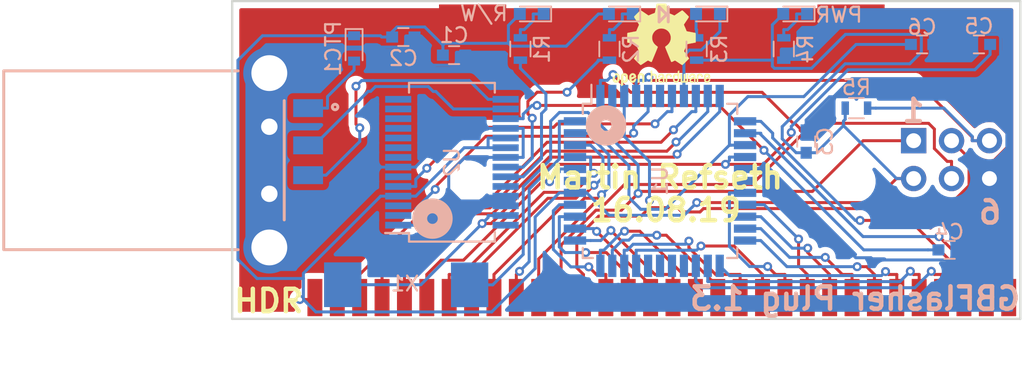
<source format=kicad_pcb>
(kicad_pcb (version 20171130) (host pcbnew "(5.1.2)-2")

  (general
    (thickness 0.8)
    (drawings 16)
    (tracks 609)
    (zones 0)
    (modules 23)
    (nets 49)
  )

  (page A4)
  (layers
    (0 F.Cu signal)
    (31 B.Cu signal)
    (32 B.Adhes user)
    (33 F.Adhes user)
    (34 B.Paste user)
    (35 F.Paste user)
    (36 B.SilkS user)
    (37 F.SilkS user)
    (38 B.Mask user)
    (39 F.Mask user)
    (40 Dwgs.User user)
    (41 Cmts.User user)
    (42 Eco1.User user)
    (43 Eco2.User user)
    (44 Edge.Cuts user)
    (45 Margin user)
    (46 B.CrtYd user)
    (47 F.CrtYd user)
    (48 B.Fab user)
    (49 F.Fab user)
  )

  (setup
    (last_trace_width 0.2)
    (trace_clearance 0.2)
    (zone_clearance 0.4)
    (zone_45_only no)
    (trace_min 0.2)
    (via_size 0.6)
    (via_drill 0.3)
    (via_min_size 0.4)
    (via_min_drill 0.3)
    (uvia_size 0.3)
    (uvia_drill 0.1)
    (uvias_allowed no)
    (uvia_min_size 0.2)
    (uvia_min_drill 0.1)
    (edge_width 0.2)
    (segment_width 0.2)
    (pcb_text_width 0.3)
    (pcb_text_size 1.5 1.5)
    (mod_edge_width 0.15)
    (mod_text_size 1 1)
    (mod_text_width 0.15)
    (pad_size 4.5 2)
    (pad_drill 0)
    (pad_to_mask_clearance 0.2)
    (solder_mask_min_width 0.25)
    (aux_axis_origin 0 0)
    (visible_elements 7FFFFFFF)
    (pcbplotparams
      (layerselection 0x010fc_ffffffff)
      (usegerberextensions false)
      (usegerberattributes false)
      (usegerberadvancedattributes false)
      (creategerberjobfile false)
      (excludeedgelayer true)
      (linewidth 0.100000)
      (plotframeref false)
      (viasonmask false)
      (mode 1)
      (useauxorigin false)
      (hpglpennumber 1)
      (hpglpenspeed 20)
      (hpglpendiameter 15.000000)
      (psnegative false)
      (psa4output false)
      (plotreference true)
      (plotvalue true)
      (plotinvisibletext false)
      (padsonsilk false)
      (subtractmaskfromsilk false)
      (outputformat 1)
      (mirror false)
      (drillshape 0)
      (scaleselection 1)
      (outputdirectory "MicroGerbers/"))
  )

  (net 0 "")
  (net 1 +5V)
  (net 2 /XIN)
  (net 3 "Net-(C6-Pad1)")
  (net 4 "Net-(IC3-Pad15)")
  (net 5 /A7)
  (net 6 /A6)
  (net 7 /A5)
  (net 8 /RESET)
  (net 9 "Net-(LED1-Pad1)")
  (net 10 "Net-(LED2-Pad1)")
  (net 11 "Net-(LED3-Pad2)")
  (net 12 "Net-(LED4-Pad1)")
  (net 13 "Net-(C4-Pad2)")
  (net 14 "Net-(IC1-Pad5)")
  (net 15 /TXLED)
  (net 16 /RXLED)
  (net 17 "Net-(IC1-Pad7)")
  (net 18 /A9)
  (net 19 /WR)
  (net 20 /RD)
  (net 21 /CS)
  (net 22 /A0)
  (net 23 /A1)
  (net 24 /A2)
  (net 25 /A3)
  (net 26 /A4)
  (net 27 /A8)
  (net 28 /A10)
  (net 29 /A11)
  (net 30 /A12)
  (net 31 /A13)
  (net 32 /A14)
  (net 33 /A15)
  (net 34 /D0)
  (net 35 /D1)
  (net 36 /D2)
  (net 37 /D3)
  (net 38 /D4)
  (net 39 /D5)
  (net 40 /D6)
  (net 41 /D7)
  (net 42 /RST)
  (net 43 /RWLED)
  (net 44 GND)
  (net 45 /SNDAIN)
  (net 46 "Net-(IC3-Pad16)")
  (net 47 "Net-(J2-Pad2)")
  (net 48 "Net-(J1-Pad1)")

  (net_class Default "This is the default net class."
    (clearance 0.2)
    (trace_width 0.2)
    (via_dia 0.6)
    (via_drill 0.3)
    (uvia_dia 0.3)
    (uvia_drill 0.1)
    (add_net +5V)
    (add_net /A0)
    (add_net /A1)
    (add_net /A10)
    (add_net /A11)
    (add_net /A12)
    (add_net /A13)
    (add_net /A14)
    (add_net /A15)
    (add_net /A2)
    (add_net /A3)
    (add_net /A4)
    (add_net /A5)
    (add_net /A6)
    (add_net /A7)
    (add_net /A8)
    (add_net /A9)
    (add_net /CS)
    (add_net /D0)
    (add_net /D1)
    (add_net /D2)
    (add_net /D3)
    (add_net /D4)
    (add_net /D5)
    (add_net /D6)
    (add_net /D7)
    (add_net /RD)
    (add_net /RESET)
    (add_net /RST)
    (add_net /RWLED)
    (add_net /RXLED)
    (add_net /SNDAIN)
    (add_net /TXLED)
    (add_net /WR)
    (add_net /XIN)
    (add_net GND)
    (add_net "Net-(C4-Pad2)")
    (add_net "Net-(C6-Pad1)")
    (add_net "Net-(IC1-Pad5)")
    (add_net "Net-(IC1-Pad7)")
    (add_net "Net-(IC3-Pad15)")
    (add_net "Net-(IC3-Pad16)")
    (add_net "Net-(J1-Pad1)")
    (add_net "Net-(J2-Pad2)")
    (add_net "Net-(LED1-Pad1)")
    (add_net "Net-(LED2-Pad1)")
    (add_net "Net-(LED3-Pad2)")
    (add_net "Net-(LED4-Pad1)")
  )

  (module Symbol:OSHW-Logo2_7.3x6mm_SilkScreen (layer F.Cu) (tedit 0) (tstamp 5D37D0AE)
    (at 144.3 53.6)
    (descr "Open Source Hardware Symbol")
    (tags "Logo Symbol OSHW")
    (attr virtual)
    (fp_text reference REF** (at 0 0) (layer F.SilkS) hide
      (effects (font (size 1 1) (thickness 0.15)))
    )
    (fp_text value OSHW-Logo2_7.3x6mm_SilkScreen (at 0.75 0) (layer F.Fab) hide
      (effects (font (size 1 1) (thickness 0.15)))
    )
    (fp_poly (pts (xy 0.10391 -2.757652) (xy 0.182454 -2.757222) (xy 0.239298 -2.756058) (xy 0.278105 -2.753793)
      (xy 0.302538 -2.75006) (xy 0.316262 -2.744494) (xy 0.32294 -2.736727) (xy 0.326236 -2.726395)
      (xy 0.326556 -2.725057) (xy 0.331562 -2.700921) (xy 0.340829 -2.653299) (xy 0.353392 -2.587259)
      (xy 0.368287 -2.507872) (xy 0.384551 -2.420204) (xy 0.385119 -2.417125) (xy 0.40141 -2.331211)
      (xy 0.416652 -2.255304) (xy 0.429861 -2.193955) (xy 0.440054 -2.151718) (xy 0.446248 -2.133145)
      (xy 0.446543 -2.132816) (xy 0.464788 -2.123747) (xy 0.502405 -2.108633) (xy 0.551271 -2.090738)
      (xy 0.551543 -2.090642) (xy 0.613093 -2.067507) (xy 0.685657 -2.038035) (xy 0.754057 -2.008403)
      (xy 0.757294 -2.006938) (xy 0.868702 -1.956374) (xy 1.115399 -2.12484) (xy 1.191077 -2.176197)
      (xy 1.259631 -2.222111) (xy 1.317088 -2.25997) (xy 1.359476 -2.287163) (xy 1.382825 -2.301079)
      (xy 1.385042 -2.302111) (xy 1.40201 -2.297516) (xy 1.433701 -2.275345) (xy 1.481352 -2.234553)
      (xy 1.546198 -2.174095) (xy 1.612397 -2.109773) (xy 1.676214 -2.046388) (xy 1.733329 -1.988549)
      (xy 1.780305 -1.939825) (xy 1.813703 -1.90379) (xy 1.830085 -1.884016) (xy 1.830694 -1.882998)
      (xy 1.832505 -1.869428) (xy 1.825683 -1.847267) (xy 1.80854 -1.813522) (xy 1.779393 -1.7652)
      (xy 1.736555 -1.699308) (xy 1.679448 -1.614483) (xy 1.628766 -1.539823) (xy 1.583461 -1.47286)
      (xy 1.54615 -1.417484) (xy 1.519452 -1.37758) (xy 1.505985 -1.357038) (xy 1.505137 -1.355644)
      (xy 1.506781 -1.335962) (xy 1.519245 -1.297707) (xy 1.540048 -1.248111) (xy 1.547462 -1.232272)
      (xy 1.579814 -1.16171) (xy 1.614328 -1.081647) (xy 1.642365 -1.012371) (xy 1.662568 -0.960955)
      (xy 1.678615 -0.921881) (xy 1.687888 -0.901459) (xy 1.689041 -0.899886) (xy 1.706096 -0.897279)
      (xy 1.746298 -0.890137) (xy 1.804302 -0.879477) (xy 1.874763 -0.866315) (xy 1.952335 -0.851667)
      (xy 2.031672 -0.836551) (xy 2.107431 -0.821982) (xy 2.174264 -0.808978) (xy 2.226828 -0.798555)
      (xy 2.259776 -0.79173) (xy 2.267857 -0.789801) (xy 2.276205 -0.785038) (xy 2.282506 -0.774282)
      (xy 2.287045 -0.753902) (xy 2.290104 -0.720266) (xy 2.291967 -0.669745) (xy 2.292918 -0.598708)
      (xy 2.29324 -0.503524) (xy 2.293257 -0.464508) (xy 2.293257 -0.147201) (xy 2.217057 -0.132161)
      (xy 2.174663 -0.124005) (xy 2.1114 -0.112101) (xy 2.034962 -0.097884) (xy 1.953043 -0.08279)
      (xy 1.9304 -0.078645) (xy 1.854806 -0.063947) (xy 1.788953 -0.049495) (xy 1.738366 -0.036625)
      (xy 1.708574 -0.026678) (xy 1.703612 -0.023713) (xy 1.691426 -0.002717) (xy 1.673953 0.037967)
      (xy 1.654577 0.090322) (xy 1.650734 0.1016) (xy 1.625339 0.171523) (xy 1.593817 0.250418)
      (xy 1.562969 0.321266) (xy 1.562817 0.321595) (xy 1.511447 0.432733) (xy 1.680399 0.681253)
      (xy 1.849352 0.929772) (xy 1.632429 1.147058) (xy 1.566819 1.211726) (xy 1.506979 1.268733)
      (xy 1.456267 1.315033) (xy 1.418046 1.347584) (xy 1.395675 1.363343) (xy 1.392466 1.364343)
      (xy 1.373626 1.356469) (xy 1.33518 1.334578) (xy 1.28133 1.301267) (xy 1.216276 1.259131)
      (xy 1.14594 1.211943) (xy 1.074555 1.16381) (xy 1.010908 1.121928) (xy 0.959041 1.088871)
      (xy 0.922995 1.067218) (xy 0.906867 1.059543) (xy 0.887189 1.066037) (xy 0.849875 1.08315)
      (xy 0.802621 1.107326) (xy 0.797612 1.110013) (xy 0.733977 1.141927) (xy 0.690341 1.157579)
      (xy 0.663202 1.157745) (xy 0.649057 1.143204) (xy 0.648975 1.143) (xy 0.641905 1.125779)
      (xy 0.625042 1.084899) (xy 0.599695 1.023525) (xy 0.567171 0.944819) (xy 0.528778 0.851947)
      (xy 0.485822 0.748072) (xy 0.444222 0.647502) (xy 0.398504 0.536516) (xy 0.356526 0.433703)
      (xy 0.319548 0.342215) (xy 0.288827 0.265201) (xy 0.265622 0.205815) (xy 0.25119 0.167209)
      (xy 0.246743 0.1528) (xy 0.257896 0.136272) (xy 0.287069 0.10993) (xy 0.325971 0.080887)
      (xy 0.436757 -0.010961) (xy 0.523351 -0.116241) (xy 0.584716 -0.232734) (xy 0.619815 -0.358224)
      (xy 0.627608 -0.490493) (xy 0.621943 -0.551543) (xy 0.591078 -0.678205) (xy 0.53792 -0.790059)
      (xy 0.465767 -0.885999) (xy 0.377917 -0.964924) (xy 0.277665 -1.02573) (xy 0.16831 -1.067313)
      (xy 0.053147 -1.088572) (xy -0.064525 -1.088401) (xy -0.18141 -1.065699) (xy -0.294211 -1.019362)
      (xy -0.399631 -0.948287) (xy -0.443632 -0.908089) (xy -0.528021 -0.804871) (xy -0.586778 -0.692075)
      (xy -0.620296 -0.57299) (xy -0.628965 -0.450905) (xy -0.613177 -0.329107) (xy -0.573322 -0.210884)
      (xy -0.509793 -0.099525) (xy -0.422979 0.001684) (xy -0.325971 0.080887) (xy -0.285563 0.111162)
      (xy -0.257018 0.137219) (xy -0.246743 0.152825) (xy -0.252123 0.169843) (xy -0.267425 0.2105)
      (xy -0.291388 0.271642) (xy -0.322756 0.350119) (xy -0.360268 0.44278) (xy -0.402667 0.546472)
      (xy -0.444337 0.647526) (xy -0.49031 0.758607) (xy -0.532893 0.861541) (xy -0.570779 0.953165)
      (xy -0.60266 1.030316) (xy -0.627229 1.089831) (xy -0.64318 1.128544) (xy -0.64909 1.143)
      (xy -0.663052 1.157685) (xy -0.69006 1.157642) (xy -0.733587 1.142099) (xy -0.79711 1.110284)
      (xy -0.797612 1.110013) (xy -0.84544 1.085323) (xy -0.884103 1.067338) (xy -0.905905 1.059614)
      (xy -0.906867 1.059543) (xy -0.923279 1.067378) (xy -0.959513 1.089165) (xy -1.011526 1.122328)
      (xy -1.075275 1.164291) (xy -1.14594 1.211943) (xy -1.217884 1.260191) (xy -1.282726 1.302151)
      (xy -1.336265 1.335227) (xy -1.374303 1.356821) (xy -1.392467 1.364343) (xy -1.409192 1.354457)
      (xy -1.44282 1.326826) (xy -1.48999 1.284495) (xy -1.547342 1.230505) (xy -1.611516 1.167899)
      (xy -1.632503 1.146983) (xy -1.849501 0.929623) (xy -1.684332 0.68722) (xy -1.634136 0.612781)
      (xy -1.590081 0.545972) (xy -1.554638 0.490665) (xy -1.530281 0.450729) (xy -1.519478 0.430036)
      (xy -1.519162 0.428563) (xy -1.524857 0.409058) (xy -1.540174 0.369822) (xy -1.562463 0.31743)
      (xy -1.578107 0.282355) (xy -1.607359 0.215201) (xy -1.634906 0.147358) (xy -1.656263 0.090034)
      (xy -1.662065 0.072572) (xy -1.678548 0.025938) (xy -1.69466 -0.010095) (xy -1.70351 -0.023713)
      (xy -1.72304 -0.032048) (xy -1.765666 -0.043863) (xy -1.825855 -0.057819) (xy -1.898078 -0.072578)
      (xy -1.9304 -0.078645) (xy -2.012478 -0.093727) (xy -2.091205 -0.108331) (xy -2.158891 -0.12102)
      (xy -2.20784 -0.130358) (xy -2.217057 -0.132161) (xy -2.293257 -0.147201) (xy -2.293257 -0.464508)
      (xy -2.293086 -0.568846) (xy -2.292384 -0.647787) (xy -2.290866 -0.704962) (xy -2.288251 -0.744001)
      (xy -2.284254 -0.768535) (xy -2.278591 -0.782195) (xy -2.27098 -0.788611) (xy -2.267857 -0.789801)
      (xy -2.249022 -0.79402) (xy -2.207412 -0.802438) (xy -2.14837 -0.814039) (xy -2.077243 -0.827805)
      (xy -1.999375 -0.84272) (xy -1.920113 -0.857768) (xy -1.844802 -0.871931) (xy -1.778787 -0.884194)
      (xy -1.727413 -0.893539) (xy -1.696025 -0.89895) (xy -1.689041 -0.899886) (xy -1.682715 -0.912404)
      (xy -1.66871 -0.945754) (xy -1.649645 -0.993623) (xy -1.642366 -1.012371) (xy -1.613004 -1.084805)
      (xy -1.578429 -1.16483) (xy -1.547463 -1.232272) (xy -1.524677 -1.283841) (xy -1.509518 -1.326215)
      (xy -1.504458 -1.352166) (xy -1.505264 -1.355644) (xy -1.515959 -1.372064) (xy -1.54038 -1.408583)
      (xy -1.575905 -1.461313) (xy -1.619913 -1.526365) (xy -1.669783 -1.599849) (xy -1.679644 -1.614355)
      (xy -1.737508 -1.700296) (xy -1.780044 -1.765739) (xy -1.808946 -1.813696) (xy -1.82591 -1.84718)
      (xy -1.832633 -1.869205) (xy -1.83081 -1.882783) (xy -1.830764 -1.882869) (xy -1.816414 -1.900703)
      (xy -1.784677 -1.935183) (xy -1.73899 -1.982732) (xy -1.682796 -2.039778) (xy -1.619532 -2.102745)
      (xy -1.612398 -2.109773) (xy -1.53267 -2.18698) (xy -1.471143 -2.24367) (xy -1.426579 -2.28089)
      (xy -1.397743 -2.299685) (xy -1.385042 -2.302111) (xy -1.366506 -2.291529) (xy -1.328039 -2.267084)
      (xy -1.273614 -2.231388) (xy -1.207202 -2.187053) (xy -1.132775 -2.136689) (xy -1.115399 -2.12484)
      (xy -0.868703 -1.956374) (xy -0.757294 -2.006938) (xy -0.689543 -2.036405) (xy -0.616817 -2.066041)
      (xy -0.554297 -2.08967) (xy -0.551543 -2.090642) (xy -0.50264 -2.108543) (xy -0.464943 -2.12368)
      (xy -0.446575 -2.13279) (xy -0.446544 -2.132816) (xy -0.440715 -2.149283) (xy -0.430808 -2.189781)
      (xy -0.417805 -2.249758) (xy -0.402691 -2.32466) (xy -0.386448 -2.409936) (xy -0.385119 -2.417125)
      (xy -0.368825 -2.504986) (xy -0.353867 -2.58474) (xy -0.341209 -2.651319) (xy -0.331814 -2.699653)
      (xy -0.326646 -2.724675) (xy -0.326556 -2.725057) (xy -0.323411 -2.735701) (xy -0.317296 -2.743738)
      (xy -0.304547 -2.749533) (xy -0.2815 -2.753453) (xy -0.244491 -2.755865) (xy -0.189856 -2.757135)
      (xy -0.113933 -2.757629) (xy -0.013056 -2.757714) (xy 0 -2.757714) (xy 0.10391 -2.757652)) (layer F.SilkS) (width 0.01))
    (fp_poly (pts (xy 3.153595 1.966966) (xy 3.211021 2.004497) (xy 3.238719 2.038096) (xy 3.260662 2.099064)
      (xy 3.262405 2.147308) (xy 3.258457 2.211816) (xy 3.109686 2.276934) (xy 3.037349 2.310202)
      (xy 2.990084 2.336964) (xy 2.965507 2.360144) (xy 2.961237 2.382667) (xy 2.974889 2.407455)
      (xy 2.989943 2.423886) (xy 3.033746 2.450235) (xy 3.081389 2.452081) (xy 3.125145 2.431546)
      (xy 3.157289 2.390752) (xy 3.163038 2.376347) (xy 3.190576 2.331356) (xy 3.222258 2.312182)
      (xy 3.265714 2.295779) (xy 3.265714 2.357966) (xy 3.261872 2.400283) (xy 3.246823 2.435969)
      (xy 3.21528 2.476943) (xy 3.210592 2.482267) (xy 3.175506 2.51872) (xy 3.145347 2.538283)
      (xy 3.107615 2.547283) (xy 3.076335 2.55023) (xy 3.020385 2.550965) (xy 2.980555 2.54166)
      (xy 2.955708 2.527846) (xy 2.916656 2.497467) (xy 2.889625 2.464613) (xy 2.872517 2.423294)
      (xy 2.863238 2.367521) (xy 2.859693 2.291305) (xy 2.85941 2.252622) (xy 2.860372 2.206247)
      (xy 2.948007 2.206247) (xy 2.949023 2.231126) (xy 2.951556 2.2352) (xy 2.968274 2.229665)
      (xy 3.004249 2.215017) (xy 3.052331 2.19419) (xy 3.062386 2.189714) (xy 3.123152 2.158814)
      (xy 3.156632 2.131657) (xy 3.16399 2.10622) (xy 3.146391 2.080481) (xy 3.131856 2.069109)
      (xy 3.07941 2.046364) (xy 3.030322 2.050122) (xy 2.989227 2.077884) (xy 2.960758 2.127152)
      (xy 2.951631 2.166257) (xy 2.948007 2.206247) (xy 2.860372 2.206247) (xy 2.861285 2.162249)
      (xy 2.868196 2.095384) (xy 2.881884 2.046695) (xy 2.904096 2.010849) (xy 2.936574 1.982513)
      (xy 2.950733 1.973355) (xy 3.015053 1.949507) (xy 3.085473 1.948006) (xy 3.153595 1.966966)) (layer F.SilkS) (width 0.01))
    (fp_poly (pts (xy 2.6526 1.958752) (xy 2.669948 1.966334) (xy 2.711356 1.999128) (xy 2.746765 2.046547)
      (xy 2.768664 2.097151) (xy 2.772229 2.122098) (xy 2.760279 2.156927) (xy 2.734067 2.175357)
      (xy 2.705964 2.186516) (xy 2.693095 2.188572) (xy 2.686829 2.173649) (xy 2.674456 2.141175)
      (xy 2.669028 2.126502) (xy 2.63859 2.075744) (xy 2.59452 2.050427) (xy 2.53801 2.051206)
      (xy 2.533825 2.052203) (xy 2.503655 2.066507) (xy 2.481476 2.094393) (xy 2.466327 2.139287)
      (xy 2.45725 2.204615) (xy 2.453286 2.293804) (xy 2.452914 2.341261) (xy 2.45273 2.416071)
      (xy 2.451522 2.467069) (xy 2.448309 2.499471) (xy 2.442109 2.518495) (xy 2.43194 2.529356)
      (xy 2.416819 2.537272) (xy 2.415946 2.53767) (xy 2.386828 2.549981) (xy 2.372403 2.554514)
      (xy 2.370186 2.540809) (xy 2.368289 2.502925) (xy 2.366847 2.445715) (xy 2.365998 2.374027)
      (xy 2.365829 2.321565) (xy 2.366692 2.220047) (xy 2.37007 2.143032) (xy 2.377142 2.086023)
      (xy 2.389088 2.044526) (xy 2.40709 2.014043) (xy 2.432327 1.99008) (xy 2.457247 1.973355)
      (xy 2.517171 1.951097) (xy 2.586911 1.946076) (xy 2.6526 1.958752)) (layer F.SilkS) (width 0.01))
    (fp_poly (pts (xy 2.144876 1.956335) (xy 2.186667 1.975344) (xy 2.219469 1.998378) (xy 2.243503 2.024133)
      (xy 2.260097 2.057358) (xy 2.270577 2.1028) (xy 2.276271 2.165207) (xy 2.278507 2.249327)
      (xy 2.278743 2.304721) (xy 2.278743 2.520826) (xy 2.241774 2.53767) (xy 2.212656 2.549981)
      (xy 2.198231 2.554514) (xy 2.195472 2.541025) (xy 2.193282 2.504653) (xy 2.191942 2.451542)
      (xy 2.191657 2.409372) (xy 2.190434 2.348447) (xy 2.187136 2.300115) (xy 2.182321 2.270518)
      (xy 2.178496 2.264229) (xy 2.152783 2.270652) (xy 2.112418 2.287125) (xy 2.065679 2.309458)
      (xy 2.020845 2.333457) (xy 1.986193 2.35493) (xy 1.970002 2.369685) (xy 1.969938 2.369845)
      (xy 1.97133 2.397152) (xy 1.983818 2.423219) (xy 2.005743 2.444392) (xy 2.037743 2.451474)
      (xy 2.065092 2.450649) (xy 2.103826 2.450042) (xy 2.124158 2.459116) (xy 2.136369 2.483092)
      (xy 2.137909 2.487613) (xy 2.143203 2.521806) (xy 2.129047 2.542568) (xy 2.092148 2.552462)
      (xy 2.052289 2.554292) (xy 1.980562 2.540727) (xy 1.943432 2.521355) (xy 1.897576 2.475845)
      (xy 1.873256 2.419983) (xy 1.871073 2.360957) (xy 1.891629 2.305953) (xy 1.922549 2.271486)
      (xy 1.95342 2.252189) (xy 2.001942 2.227759) (xy 2.058485 2.202985) (xy 2.06791 2.199199)
      (xy 2.130019 2.171791) (xy 2.165822 2.147634) (xy 2.177337 2.123619) (xy 2.16658 2.096635)
      (xy 2.148114 2.075543) (xy 2.104469 2.049572) (xy 2.056446 2.047624) (xy 2.012406 2.067637)
      (xy 1.980709 2.107551) (xy 1.976549 2.117848) (xy 1.952327 2.155724) (xy 1.916965 2.183842)
      (xy 1.872343 2.206917) (xy 1.872343 2.141485) (xy 1.874969 2.101506) (xy 1.88623 2.069997)
      (xy 1.911199 2.036378) (xy 1.935169 2.010484) (xy 1.972441 1.973817) (xy 2.001401 1.954121)
      (xy 2.032505 1.94622) (xy 2.067713 1.944914) (xy 2.144876 1.956335)) (layer F.SilkS) (width 0.01))
    (fp_poly (pts (xy 1.779833 1.958663) (xy 1.782048 1.99685) (xy 1.783784 2.054886) (xy 1.784899 2.12818)
      (xy 1.785257 2.205055) (xy 1.785257 2.465196) (xy 1.739326 2.511127) (xy 1.707675 2.539429)
      (xy 1.67989 2.550893) (xy 1.641915 2.550168) (xy 1.62684 2.548321) (xy 1.579726 2.542948)
      (xy 1.540756 2.539869) (xy 1.531257 2.539585) (xy 1.499233 2.541445) (xy 1.453432 2.546114)
      (xy 1.435674 2.548321) (xy 1.392057 2.551735) (xy 1.362745 2.54432) (xy 1.33368 2.521427)
      (xy 1.323188 2.511127) (xy 1.277257 2.465196) (xy 1.277257 1.978602) (xy 1.314226 1.961758)
      (xy 1.346059 1.949282) (xy 1.364683 1.944914) (xy 1.369458 1.958718) (xy 1.373921 1.997286)
      (xy 1.377775 2.056356) (xy 1.380722 2.131663) (xy 1.382143 2.195286) (xy 1.386114 2.445657)
      (xy 1.420759 2.450556) (xy 1.452268 2.447131) (xy 1.467708 2.436041) (xy 1.472023 2.415308)
      (xy 1.475708 2.371145) (xy 1.478469 2.309146) (xy 1.480012 2.234909) (xy 1.480235 2.196706)
      (xy 1.480457 1.976783) (xy 1.526166 1.960849) (xy 1.558518 1.950015) (xy 1.576115 1.944962)
      (xy 1.576623 1.944914) (xy 1.578388 1.958648) (xy 1.580329 1.99673) (xy 1.582282 2.054482)
      (xy 1.584084 2.127227) (xy 1.585343 2.195286) (xy 1.589314 2.445657) (xy 1.6764 2.445657)
      (xy 1.680396 2.21724) (xy 1.684392 1.988822) (xy 1.726847 1.966868) (xy 1.758192 1.951793)
      (xy 1.776744 1.944951) (xy 1.777279 1.944914) (xy 1.779833 1.958663)) (layer F.SilkS) (width 0.01))
    (fp_poly (pts (xy 1.190117 2.065358) (xy 1.189933 2.173837) (xy 1.189219 2.257287) (xy 1.187675 2.319704)
      (xy 1.185001 2.365085) (xy 1.180894 2.397429) (xy 1.175055 2.420733) (xy 1.167182 2.438995)
      (xy 1.161221 2.449418) (xy 1.111855 2.505945) (xy 1.049264 2.541377) (xy 0.980013 2.55409)
      (xy 0.910668 2.542463) (xy 0.869375 2.521568) (xy 0.826025 2.485422) (xy 0.796481 2.441276)
      (xy 0.778655 2.383462) (xy 0.770463 2.306313) (xy 0.769302 2.249714) (xy 0.769458 2.245647)
      (xy 0.870857 2.245647) (xy 0.871476 2.31055) (xy 0.874314 2.353514) (xy 0.88084 2.381622)
      (xy 0.892523 2.401953) (xy 0.906483 2.417288) (xy 0.953365 2.44689) (xy 1.003701 2.449419)
      (xy 1.051276 2.424705) (xy 1.054979 2.421356) (xy 1.070783 2.403935) (xy 1.080693 2.383209)
      (xy 1.086058 2.352362) (xy 1.088228 2.304577) (xy 1.088571 2.251748) (xy 1.087827 2.185381)
      (xy 1.084748 2.141106) (xy 1.078061 2.112009) (xy 1.066496 2.091173) (xy 1.057013 2.080107)
      (xy 1.01296 2.052198) (xy 0.962224 2.048843) (xy 0.913796 2.070159) (xy 0.90445 2.078073)
      (xy 0.88854 2.095647) (xy 0.87861 2.116587) (xy 0.873278 2.147782) (xy 0.871163 2.196122)
      (xy 0.870857 2.245647) (xy 0.769458 2.245647) (xy 0.77281 2.158568) (xy 0.784726 2.090086)
      (xy 0.807135 2.0386) (xy 0.842124 1.998443) (xy 0.869375 1.977861) (xy 0.918907 1.955625)
      (xy 0.976316 1.945304) (xy 1.029682 1.948067) (xy 1.059543 1.959212) (xy 1.071261 1.962383)
      (xy 1.079037 1.950557) (xy 1.084465 1.918866) (xy 1.088571 1.870593) (xy 1.093067 1.816829)
      (xy 1.099313 1.784482) (xy 1.110676 1.765985) (xy 1.130528 1.75377) (xy 1.143 1.748362)
      (xy 1.190171 1.728601) (xy 1.190117 2.065358)) (layer F.SilkS) (width 0.01))
    (fp_poly (pts (xy 0.529926 1.949755) (xy 0.595858 1.974084) (xy 0.649273 2.017117) (xy 0.670164 2.047409)
      (xy 0.692939 2.102994) (xy 0.692466 2.143186) (xy 0.668562 2.170217) (xy 0.659717 2.174813)
      (xy 0.62153 2.189144) (xy 0.602028 2.185472) (xy 0.595422 2.161407) (xy 0.595086 2.148114)
      (xy 0.582992 2.09921) (xy 0.551471 2.064999) (xy 0.507659 2.048476) (xy 0.458695 2.052634)
      (xy 0.418894 2.074227) (xy 0.40545 2.086544) (xy 0.395921 2.101487) (xy 0.389485 2.124075)
      (xy 0.385317 2.159328) (xy 0.382597 2.212266) (xy 0.380502 2.287907) (xy 0.37996 2.311857)
      (xy 0.377981 2.39379) (xy 0.375731 2.451455) (xy 0.372357 2.489608) (xy 0.367006 2.513004)
      (xy 0.358824 2.526398) (xy 0.346959 2.534545) (xy 0.339362 2.538144) (xy 0.307102 2.550452)
      (xy 0.288111 2.554514) (xy 0.281836 2.540948) (xy 0.278006 2.499934) (xy 0.2766 2.430999)
      (xy 0.277598 2.333669) (xy 0.277908 2.318657) (xy 0.280101 2.229859) (xy 0.282693 2.165019)
      (xy 0.286382 2.119067) (xy 0.291864 2.086935) (xy 0.299835 2.063553) (xy 0.310993 2.043852)
      (xy 0.31683 2.03541) (xy 0.350296 1.998057) (xy 0.387727 1.969003) (xy 0.392309 1.966467)
      (xy 0.459426 1.946443) (xy 0.529926 1.949755)) (layer F.SilkS) (width 0.01))
    (fp_poly (pts (xy 0.039744 1.950968) (xy 0.096616 1.972087) (xy 0.097267 1.972493) (xy 0.13244 1.99838)
      (xy 0.158407 2.028633) (xy 0.17667 2.068058) (xy 0.188732 2.121462) (xy 0.196096 2.193651)
      (xy 0.200264 2.289432) (xy 0.200629 2.303078) (xy 0.205876 2.508842) (xy 0.161716 2.531678)
      (xy 0.129763 2.54711) (xy 0.11047 2.554423) (xy 0.109578 2.554514) (xy 0.106239 2.541022)
      (xy 0.103587 2.504626) (xy 0.101956 2.451452) (xy 0.1016 2.408393) (xy 0.101592 2.338641)
      (xy 0.098403 2.294837) (xy 0.087288 2.273944) (xy 0.063501 2.272925) (xy 0.022296 2.288741)
      (xy -0.039914 2.317815) (xy -0.085659 2.341963) (xy -0.109187 2.362913) (xy -0.116104 2.385747)
      (xy -0.116114 2.386877) (xy -0.104701 2.426212) (xy -0.070908 2.447462) (xy -0.019191 2.450539)
      (xy 0.018061 2.450006) (xy 0.037703 2.460735) (xy 0.049952 2.486505) (xy 0.057002 2.519337)
      (xy 0.046842 2.537966) (xy 0.043017 2.540632) (xy 0.007001 2.55134) (xy -0.043434 2.552856)
      (xy -0.095374 2.545759) (xy -0.132178 2.532788) (xy -0.183062 2.489585) (xy -0.211986 2.429446)
      (xy -0.217714 2.382462) (xy -0.213343 2.340082) (xy -0.197525 2.305488) (xy -0.166203 2.274763)
      (xy -0.115322 2.24399) (xy -0.040824 2.209252) (xy -0.036286 2.207288) (xy 0.030821 2.176287)
      (xy 0.072232 2.150862) (xy 0.089981 2.128014) (xy 0.086107 2.104745) (xy 0.062643 2.078056)
      (xy 0.055627 2.071914) (xy 0.00863 2.0481) (xy -0.040067 2.049103) (xy -0.082478 2.072451)
      (xy -0.110616 2.115675) (xy -0.113231 2.12416) (xy -0.138692 2.165308) (xy -0.170999 2.185128)
      (xy -0.217714 2.20477) (xy -0.217714 2.15395) (xy -0.203504 2.080082) (xy -0.161325 2.012327)
      (xy -0.139376 1.989661) (xy -0.089483 1.960569) (xy -0.026033 1.9474) (xy 0.039744 1.950968)) (layer F.SilkS) (width 0.01))
    (fp_poly (pts (xy -0.624114 1.851289) (xy -0.619861 1.910613) (xy -0.614975 1.945572) (xy -0.608205 1.96082)
      (xy -0.598298 1.961015) (xy -0.595086 1.959195) (xy -0.552356 1.946015) (xy -0.496773 1.946785)
      (xy -0.440263 1.960333) (xy -0.404918 1.977861) (xy -0.368679 2.005861) (xy -0.342187 2.037549)
      (xy -0.324001 2.077813) (xy -0.312678 2.131543) (xy -0.306778 2.203626) (xy -0.304857 2.298951)
      (xy -0.304823 2.317237) (xy -0.3048 2.522646) (xy -0.350509 2.53858) (xy -0.382973 2.54942)
      (xy -0.400785 2.554468) (xy -0.401309 2.554514) (xy -0.403063 2.540828) (xy -0.404556 2.503076)
      (xy -0.405674 2.446224) (xy -0.406303 2.375234) (xy -0.4064 2.332073) (xy -0.406602 2.246973)
      (xy -0.407642 2.185981) (xy -0.410169 2.144177) (xy -0.414836 2.116642) (xy -0.422293 2.098456)
      (xy -0.433189 2.084698) (xy -0.439993 2.078073) (xy -0.486728 2.051375) (xy -0.537728 2.049375)
      (xy -0.583999 2.071955) (xy -0.592556 2.080107) (xy -0.605107 2.095436) (xy -0.613812 2.113618)
      (xy -0.619369 2.139909) (xy -0.622474 2.179562) (xy -0.623824 2.237832) (xy -0.624114 2.318173)
      (xy -0.624114 2.522646) (xy -0.669823 2.53858) (xy -0.702287 2.54942) (xy -0.720099 2.554468)
      (xy -0.720623 2.554514) (xy -0.721963 2.540623) (xy -0.723172 2.501439) (xy -0.724199 2.4407)
      (xy -0.724998 2.362141) (xy -0.725519 2.269498) (xy -0.725714 2.166509) (xy -0.725714 1.769342)
      (xy -0.678543 1.749444) (xy -0.631371 1.729547) (xy -0.624114 1.851289)) (layer F.SilkS) (width 0.01))
    (fp_poly (pts (xy -1.831697 1.931239) (xy -1.774473 1.969735) (xy -1.730251 2.025335) (xy -1.703833 2.096086)
      (xy -1.69849 2.148162) (xy -1.699097 2.169893) (xy -1.704178 2.186531) (xy -1.718145 2.201437)
      (xy -1.745411 2.217973) (xy -1.790388 2.239498) (xy -1.857489 2.269374) (xy -1.857829 2.269524)
      (xy -1.919593 2.297813) (xy -1.970241 2.322933) (xy -2.004596 2.342179) (xy -2.017482 2.352848)
      (xy -2.017486 2.352934) (xy -2.006128 2.376166) (xy -1.979569 2.401774) (xy -1.949077 2.420221)
      (xy -1.93363 2.423886) (xy -1.891485 2.411212) (xy -1.855192 2.379471) (xy -1.837483 2.344572)
      (xy -1.820448 2.318845) (xy -1.787078 2.289546) (xy -1.747851 2.264235) (xy -1.713244 2.250471)
      (xy -1.706007 2.249714) (xy -1.697861 2.26216) (xy -1.69737 2.293972) (xy -1.703357 2.336866)
      (xy -1.714643 2.382558) (xy -1.73005 2.422761) (xy -1.730829 2.424322) (xy -1.777196 2.489062)
      (xy -1.837289 2.533097) (xy -1.905535 2.554711) (xy -1.976362 2.552185) (xy -2.044196 2.523804)
      (xy -2.047212 2.521808) (xy -2.100573 2.473448) (xy -2.13566 2.410352) (xy -2.155078 2.327387)
      (xy -2.157684 2.304078) (xy -2.162299 2.194055) (xy -2.156767 2.142748) (xy -2.017486 2.142748)
      (xy -2.015676 2.174753) (xy -2.005778 2.184093) (xy -1.981102 2.177105) (xy -1.942205 2.160587)
      (xy -1.898725 2.139881) (xy -1.897644 2.139333) (xy -1.860791 2.119949) (xy -1.846 2.107013)
      (xy -1.849647 2.093451) (xy -1.865005 2.075632) (xy -1.904077 2.049845) (xy -1.946154 2.04795)
      (xy -1.983897 2.066717) (xy -2.009966 2.102915) (xy -2.017486 2.142748) (xy -2.156767 2.142748)
      (xy -2.152806 2.106027) (xy -2.12845 2.036212) (xy -2.094544 1.987302) (xy -2.033347 1.937878)
      (xy -1.965937 1.913359) (xy -1.89712 1.911797) (xy -1.831697 1.931239)) (layer F.SilkS) (width 0.01))
    (fp_poly (pts (xy -2.958885 1.921962) (xy -2.890855 1.957733) (xy -2.840649 2.015301) (xy -2.822815 2.052312)
      (xy -2.808937 2.107882) (xy -2.801833 2.178096) (xy -2.80116 2.254727) (xy -2.806573 2.329552)
      (xy -2.81773 2.394342) (xy -2.834286 2.440873) (xy -2.839374 2.448887) (xy -2.899645 2.508707)
      (xy -2.971231 2.544535) (xy -3.048908 2.55502) (xy -3.127452 2.53881) (xy -3.149311 2.529092)
      (xy -3.191878 2.499143) (xy -3.229237 2.459433) (xy -3.232768 2.454397) (xy -3.247119 2.430124)
      (xy -3.256606 2.404178) (xy -3.26221 2.370022) (xy -3.264914 2.321119) (xy -3.265701 2.250935)
      (xy -3.265714 2.2352) (xy -3.265678 2.230192) (xy -3.120571 2.230192) (xy -3.119727 2.29643)
      (xy -3.116404 2.340386) (xy -3.109417 2.368779) (xy -3.097584 2.388325) (xy -3.091543 2.394857)
      (xy -3.056814 2.41968) (xy -3.023097 2.418548) (xy -2.989005 2.397016) (xy -2.968671 2.374029)
      (xy -2.956629 2.340478) (xy -2.949866 2.287569) (xy -2.949402 2.281399) (xy -2.948248 2.185513)
      (xy -2.960312 2.114299) (xy -2.98543 2.068194) (xy -3.02344 2.047635) (xy -3.037008 2.046514)
      (xy -3.072636 2.052152) (xy -3.097006 2.071686) (xy -3.111907 2.109042) (xy -3.119125 2.16815)
      (xy -3.120571 2.230192) (xy -3.265678 2.230192) (xy -3.265174 2.160413) (xy -3.262904 2.108159)
      (xy -3.257932 2.071949) (xy -3.249287 2.045299) (xy -3.235995 2.021722) (xy -3.233057 2.017338)
      (xy -3.183687 1.958249) (xy -3.129891 1.923947) (xy -3.064398 1.910331) (xy -3.042158 1.909665)
      (xy -2.958885 1.921962)) (layer F.SilkS) (width 0.01))
    (fp_poly (pts (xy -1.283907 1.92778) (xy -1.237328 1.954723) (xy -1.204943 1.981466) (xy -1.181258 2.009484)
      (xy -1.164941 2.043748) (xy -1.154661 2.089227) (xy -1.149086 2.150892) (xy -1.146884 2.233711)
      (xy -1.146629 2.293246) (xy -1.146629 2.512391) (xy -1.208314 2.540044) (xy -1.27 2.567697)
      (xy -1.277257 2.32767) (xy -1.280256 2.238028) (xy -1.283402 2.172962) (xy -1.287299 2.128026)
      (xy -1.292553 2.09877) (xy -1.299769 2.080748) (xy -1.30955 2.069511) (xy -1.312688 2.067079)
      (xy -1.360239 2.048083) (xy -1.408303 2.0556) (xy -1.436914 2.075543) (xy -1.448553 2.089675)
      (xy -1.456609 2.10822) (xy -1.461729 2.136334) (xy -1.464559 2.179173) (xy -1.465744 2.241895)
      (xy -1.465943 2.307261) (xy -1.465982 2.389268) (xy -1.467386 2.447316) (xy -1.472086 2.486465)
      (xy -1.482013 2.51178) (xy -1.499097 2.528323) (xy -1.525268 2.541156) (xy -1.560225 2.554491)
      (xy -1.598404 2.569007) (xy -1.593859 2.311389) (xy -1.592029 2.218519) (xy -1.589888 2.149889)
      (xy -1.586819 2.100711) (xy -1.582206 2.066198) (xy -1.575432 2.041562) (xy -1.565881 2.022016)
      (xy -1.554366 2.00477) (xy -1.49881 1.94968) (xy -1.43102 1.917822) (xy -1.357287 1.910191)
      (xy -1.283907 1.92778)) (layer F.SilkS) (width 0.01))
    (fp_poly (pts (xy -2.400256 1.919918) (xy -2.344799 1.947568) (xy -2.295852 1.99848) (xy -2.282371 2.017338)
      (xy -2.267686 2.042015) (xy -2.258158 2.068816) (xy -2.252707 2.104587) (xy -2.250253 2.156169)
      (xy -2.249714 2.224267) (xy -2.252148 2.317588) (xy -2.260606 2.387657) (xy -2.276826 2.439931)
      (xy -2.302546 2.479869) (xy -2.339503 2.512929) (xy -2.342218 2.514886) (xy -2.37864 2.534908)
      (xy -2.422498 2.544815) (xy -2.478276 2.547257) (xy -2.568952 2.547257) (xy -2.56899 2.635283)
      (xy -2.569834 2.684308) (xy -2.574976 2.713065) (xy -2.588413 2.730311) (xy -2.614142 2.744808)
      (xy -2.620321 2.747769) (xy -2.649236 2.761648) (xy -2.671624 2.770414) (xy -2.688271 2.771171)
      (xy -2.699964 2.761023) (xy -2.70749 2.737073) (xy -2.711634 2.696426) (xy -2.713185 2.636186)
      (xy -2.712929 2.553455) (xy -2.711651 2.445339) (xy -2.711252 2.413) (xy -2.709815 2.301524)
      (xy -2.708528 2.228603) (xy -2.569029 2.228603) (xy -2.568245 2.290499) (xy -2.56476 2.330997)
      (xy -2.556876 2.357708) (xy -2.542895 2.378244) (xy -2.533403 2.38826) (xy -2.494596 2.417567)
      (xy -2.460237 2.419952) (xy -2.424784 2.39575) (xy -2.423886 2.394857) (xy -2.409461 2.376153)
      (xy -2.400687 2.350732) (xy -2.396261 2.311584) (xy -2.394882 2.251697) (xy -2.394857 2.23843)
      (xy -2.398188 2.155901) (xy -2.409031 2.098691) (xy -2.42866 2.063766) (xy -2.45835 2.048094)
      (xy -2.475509 2.046514) (xy -2.516234 2.053926) (xy -2.544168 2.07833) (xy -2.560983 2.12298)
      (xy -2.56835 2.19113) (xy -2.569029 2.228603) (xy -2.708528 2.228603) (xy -2.708292 2.215245)
      (xy -2.706323 2.150333) (xy -2.70355 2.102958) (xy -2.699612 2.06929) (xy -2.694151 2.045498)
      (xy -2.686808 2.027753) (xy -2.677223 2.012224) (xy -2.673113 2.006381) (xy -2.618595 1.951185)
      (xy -2.549664 1.91989) (xy -2.469928 1.911165) (xy -2.400256 1.919918)) (layer F.SilkS) (width 0.01))
  )

  (module Custom:FQ1045A-6.000 (layer B.Cu) (tedit 5CFBF0E0) (tstamp 5C37E5EC)
    (at 127.218 67.7418 180)
    (path /5C43B5B8)
    (fp_text reference X1 (at 0.10922 -1.89738 180) (layer B.SilkS)
      (effects (font (size 1 1) (thickness 0.15)) (justify mirror))
    )
    (fp_text value 6MHz (at 0 0.5 180) (layer B.Fab)
      (effects (font (size 1 1) (thickness 0.15)) (justify mirror))
    )
    (pad 1 smd rect (at 4.28244 -1.96596 180) (size 2.5 3) (layers B.Cu B.Paste B.Mask)
      (net 2 /XIN))
    (pad 2 smd rect (at -4.22402 -1.97358 180) (size 2.5 3) (layers B.Cu B.Paste B.Mask)
      (net 3 "Net-(C6-Pad1)"))
  )

  (module Custom:DSL_Cartridge_Reader_Micro (layer F.Cu) (tedit 5CF930D9) (tstamp 5CB0FE31)
    (at 144.323 64.8208)
    (descr "GBA DS Lite slots commonly found on aliexpress")
    (tags "gameboy cartridge slot")
    (path /5C34DD28)
    (attr smd)
    (fp_text reference J2 (at 0 1.7272 180) (layer F.SilkS) hide
      (effects (font (size 1 1) (thickness 0.15)))
    )
    (fp_text value CartBus (at 0 -11) (layer F.Fab)
      (effects (font (size 1 1) (thickness 0.15)))
    )
    (fp_text user %R (at 0 -1) (layer F.Fab)
      (effects (font (size 2 2) (thickness 0.2)))
    )
    (pad "" np_thru_hole circle (at -12.93204 -2.04724) (size 2 2) (drill 2) (layers *.Cu *.Mask))
    (pad "" np_thru_hole circle (at 12.93204 -2.04724) (size 2 2) (drill 2) (layers *.Cu *.Mask))
    (pad GND smd rect (at 12.68204 -12.9208) (size 4.5 2) (layers F.Cu F.Paste F.Mask)
      (net 44 GND))
    (pad GND smd rect (at -12.68204 -12.9208) (size 4.5 2) (layers F.Cu F.Paste F.Mask)
      (net 44 GND))
    (pad 1 smd rect (at -23.25 5.75) (size 1 2.5) (layers F.Cu F.Paste F.Mask)
      (net 1 +5V))
    (pad 15 smd rect (at -2.25 5.75) (size 1 2.5) (layers F.Cu F.Paste F.Mask)
      (net 18 /A9))
    (pad 2 smd rect (at -21.75 5.75) (size 1 2.5) (layers F.Cu F.Paste F.Mask)
      (net 47 "Net-(J2-Pad2)"))
    (pad 3 smd rect (at -20.25 5.75) (size 1 2.5) (layers F.Cu F.Paste F.Mask)
      (net 19 /WR))
    (pad 4 smd rect (at -18.75 5.75) (size 1 2.5) (layers F.Cu F.Paste F.Mask)
      (net 20 /RD))
    (pad 5 smd rect (at -17.25 5.75) (size 1 2.5) (layers F.Cu F.Paste F.Mask)
      (net 21 /CS))
    (pad 6 smd rect (at -15.75 5.75) (size 1 2.5) (layers F.Cu F.Paste F.Mask)
      (net 22 /A0))
    (pad 7 smd rect (at -14.25 5.75) (size 1 2.5) (layers F.Cu F.Paste F.Mask)
      (net 23 /A1))
    (pad 8 smd rect (at -12.75 5.75) (size 1 2.5) (layers F.Cu F.Paste F.Mask)
      (net 24 /A2))
    (pad 9 smd rect (at -11.25 5.75) (size 1 2.5) (layers F.Cu F.Paste F.Mask)
      (net 25 /A3))
    (pad 10 smd rect (at -9.75 5.75) (size 1 2.5) (layers F.Cu F.Paste F.Mask)
      (net 26 /A4))
    (pad 11 smd rect (at -8.25 5.75) (size 1 2.5) (layers F.Cu F.Paste F.Mask)
      (net 7 /A5))
    (pad 12 smd rect (at -6.75 5.75) (size 1 2.5) (layers F.Cu F.Paste F.Mask)
      (net 6 /A6))
    (pad 13 smd rect (at -5.25 5.75) (size 1 2.5) (layers F.Cu F.Paste F.Mask)
      (net 5 /A7))
    (pad 14 smd rect (at -3.75 5.75) (size 1 2.5) (layers F.Cu F.Paste F.Mask)
      (net 27 /A8))
    (pad 16 smd rect (at -0.75 5.75) (size 1 2.5) (layers F.Cu F.Paste F.Mask)
      (net 28 /A10))
    (pad 17 smd rect (at 0.75 5.75) (size 1 2.5) (layers F.Cu F.Paste F.Mask)
      (net 29 /A11))
    (pad 18 smd rect (at 2.25 5.75) (size 1 2.5) (layers F.Cu F.Paste F.Mask)
      (net 30 /A12))
    (pad 19 smd rect (at 3.75 5.75) (size 1 2.5) (layers F.Cu F.Paste F.Mask)
      (net 31 /A13))
    (pad 20 smd rect (at 5.25 5.75) (size 1 2.5) (layers F.Cu F.Paste F.Mask)
      (net 32 /A14))
    (pad 21 smd rect (at 6.75 5.75) (size 1 2.5) (layers F.Cu F.Paste F.Mask)
      (net 33 /A15))
    (pad 22 smd rect (at 8.25 5.75) (size 1 2.5) (layers F.Cu F.Paste F.Mask)
      (net 34 /D0))
    (pad 23 smd rect (at 9.75 5.75) (size 1 2.5) (layers F.Cu F.Paste F.Mask)
      (net 35 /D1))
    (pad 24 smd rect (at 11.25 5.75) (size 1 2.5) (layers F.Cu F.Paste F.Mask)
      (net 36 /D2))
    (pad 25 smd rect (at 12.75 5.75) (size 1 2.5) (layers F.Cu F.Paste F.Mask)
      (net 37 /D3))
    (pad 26 smd rect (at 14.25 5.75) (size 1 2.5) (layers F.Cu F.Paste F.Mask)
      (net 38 /D4))
    (pad 27 smd rect (at 15.75 5.75) (size 1 2.5) (layers F.Cu F.Paste F.Mask)
      (net 39 /D5))
    (pad 28 smd rect (at 17.25 5.75) (size 1 2.5) (layers F.Cu F.Paste F.Mask)
      (net 40 /D6))
    (pad 29 smd rect (at 18.75 5.75) (size 1 2.5) (layers F.Cu F.Paste F.Mask)
      (net 41 /D7))
    (pad 30 smd rect (at 20.25 5.75) (size 1 2.5) (layers F.Cu F.Paste F.Mask)
      (net 42 /RST))
    (pad 31 smd rect (at 21.75 5.75) (size 1 2.5) (layers F.Cu F.Paste F.Mask)
      (net 45 /SNDAIN))
    (pad 32 smd rect (at 23.25 5.75) (size 1 2.5) (layers F.Cu F.Paste F.Mask)
      (net 44 GND))
  )

  (module Custom:0480372100 (layer B.Cu) (tedit 5CF80A64) (tstamp 5CB0FE08)
    (at 100.217 61.3562 90)
    (descr 0480372100)
    (tags Connector)
    (path /5CB18AA0)
    (fp_text reference J1 (at 0.0254 21.2672 90) (layer B.SilkS) hide
      (effects (font (size 1.27 1.27) (thickness 0.254)) (justify mirror))
    )
    (fp_text value USB_B_Micro (at -0.321 5.702 90) (layer B.SilkS) hide
      (effects (font (size 1.27 1.27) (thickness 0.254)) (justify mirror))
    )
    (fp_line (start -6 18.8) (end 6 18.8) (layer Dwgs.User) (width 0.2))
    (fp_line (start 6 18.8) (end 6 0) (layer Dwgs.User) (width 0.2))
    (fp_line (start 6 0) (end -6 0) (layer Dwgs.User) (width 0.2))
    (fp_line (start -6 0) (end -6 18.8) (layer Dwgs.User) (width 0.2))
    (fp_line (start -5.931 0) (end 5.941 0) (layer B.SilkS) (width 0.2))
    (fp_line (start -6 0) (end -6 15.707) (layer B.SilkS) (width 0.2))
    (fp_line (start -4 18.8) (end 4 18.8) (layer B.SilkS) (width 0.2))
    (fp_line (start 6 0) (end 6 15.707) (layer B.SilkS) (width 0.2))
    (fp_circle (center 3.575 22.208) (end 3.575 22.126) (layer B.SilkS) (width 0.2))
    (pad 1 smd rect (at 3.5 20.4 90) (size 1.2 2) (layers B.Cu B.Paste B.Mask)
      (net 48 "Net-(J1-Pad1)"))
    (pad 2 smd rect (at 1 20.4 90) (size 1.2 2) (layers B.Cu B.Paste B.Mask)
      (net 46 "Net-(IC3-Pad16)"))
    (pad 3 smd rect (at -1 20.4 90) (size 1.2 2) (layers B.Cu B.Paste B.Mask)
      (net 4 "Net-(IC3-Pad15)"))
    (pad 4 smd rect (at -3.5 20.4 90) (size 1.2 2) (layers B.Cu B.Paste B.Mask)
      (net 44 GND))
    (pad 5 thru_hole circle (at -5.85 17.8 90) (size 3.5 3.5) (drill 2.4042) (layers *.Cu *.Mask)
      (net 44 GND))
    (pad 6 thru_hole circle (at 5.85 17.8 90) (size 3.5 3.5) (drill 2.4042) (layers *.Cu *.Mask)
      (net 44 GND))
    (pad 7 thru_hole circle (at 2.25 17.8 90) (size 1.65 1.65) (drill 1.1) (layers *.Cu *.Mask)
      (net 44 GND))
    (pad 8 thru_hole circle (at -2.25 17.8 90) (size 1.65 1.65) (drill 1.1) (layers *.Cu *.Mask)
      (net 44 GND))
  )

  (module Custom:Pin_Header_Angled_2x03_Pitch2.54mm (layer B.Cu) (tedit 5C375F91) (tstamp 5C380EE8)
    (at 161.201 60.0423 270)
    (descr "Through hole angled pin header, 2x03, 2.54mm pitch, 6mm pin length, double rows")
    (tags "Through hole angled pin header THT 2x03 2.54mm double row")
    (path /5C452579)
    (fp_text reference JP1 (at 0.762 2.794 270) (layer B.SilkS) hide
      (effects (font (size 1 1) (thickness 0.15)) (justify mirror))
    )
    (fp_text value Conn_02x03_Odd_Even (at 7.3604 -6.1035 270) (layer B.Fab)
      (effects (font (size 1 1) (thickness 0.15)) (justify mirror))
    )
    (fp_line (start -0.32 -4.76) (end -0.32 -5.4) (layer B.Fab) (width 0.1))
    (fp_line (start -0.32 -2.22) (end -0.32 -2.86) (layer B.Fab) (width 0.1))
    (fp_line (start -0.32 0.32) (end -0.32 -0.32) (layer B.Fab) (width 0.1))
    (pad 6 thru_hole oval (at 2.54 -5.08 270) (size 1.7 1.7) (drill 1) (layers *.Cu *.Mask)
      (net 44 GND))
    (pad 5 thru_hole oval (at 0 -5.08 270) (size 1.7 1.7) (drill 1) (layers *.Cu *.Mask)
      (net 8 /RESET))
    (pad 4 thru_hole oval (at 2.54 -2.54 270) (size 1.7 1.7) (drill 1) (layers *.Cu *.Mask)
      (net 7 /A5))
    (pad 3 thru_hole oval (at 0 -2.54 270) (size 1.7 1.7) (drill 1) (layers *.Cu *.Mask)
      (net 5 /A7))
    (pad 2 thru_hole oval (at 2.54 0 270) (size 1.7 1.7) (drill 1) (layers *.Cu *.Mask)
      (net 1 +5V))
    (pad 1 thru_hole rect (at 0 0 270) (size 1.7 1.7) (drill 1) (layers *.Cu *.Mask)
      (net 6 /A6))
    (model ${KISYS3DMOD}/Pin_Headers.3dshapes/Pin_Header_Angled_2x03_Pitch2.54mm.wrl
      (at (xyz 0 0 0))
      (scale (xyz 1 1 1))
      (rotate (xyz 0 0 0))
    )
  )

  (module Capacitors_SMD:C_0603 (layer B.Cu) (tedit 5C796B98) (tstamp 5C350C32)
    (at 130.4 54.3)
    (descr "Capacitor SMD 0603, reflow soldering, AVX (see smccp.pdf)")
    (tags "capacitor 0603")
    (path /5C437106)
    (attr smd)
    (fp_text reference C1 (at 0 -1.3335) (layer B.SilkS)
      (effects (font (size 1 1) (thickness 0.15)) (justify mirror))
    )
    (fp_text value 0.1uF (at 0 -1.5) (layer B.Fab)
      (effects (font (size 1 1) (thickness 0.15)) (justify mirror))
    )
    (fp_line (start 1.4 -0.65) (end -1.4 -0.65) (layer B.CrtYd) (width 0.05))
    (fp_line (start 1.4 -0.65) (end 1.4 0.65) (layer B.CrtYd) (width 0.05))
    (fp_line (start -1.4 0.65) (end -1.4 -0.65) (layer B.CrtYd) (width 0.05))
    (fp_line (start -1.4 0.65) (end 1.4 0.65) (layer B.CrtYd) (width 0.05))
    (fp_line (start 0.35 -0.6) (end -0.35 -0.6) (layer B.SilkS) (width 0.12))
    (fp_line (start -0.35 0.6) (end 0.35 0.6) (layer B.SilkS) (width 0.12))
    (fp_line (start -0.8 0.4) (end 0.8 0.4) (layer B.Fab) (width 0.1))
    (fp_line (start 0.8 0.4) (end 0.8 -0.4) (layer B.Fab) (width 0.1))
    (fp_line (start 0.8 -0.4) (end -0.8 -0.4) (layer B.Fab) (width 0.1))
    (fp_line (start -0.8 -0.4) (end -0.8 0.4) (layer B.Fab) (width 0.1))
    (fp_text user %R (at 0.114999 -0.027999) (layer B.Fab)
      (effects (font (size 0.3 0.3) (thickness 0.075)) (justify mirror))
    )
    (pad 2 smd rect (at 0.75 0) (size 0.8 0.75) (layers B.Cu B.Paste B.Mask)
      (net 44 GND))
    (pad 1 smd rect (at -0.75 0) (size 0.8 0.75) (layers B.Cu B.Paste B.Mask)
      (net 1 +5V))
    (model Capacitors_SMD.3dshapes/C_0603.wrl
      (at (xyz 0 0 0))
      (scale (xyz 1 1 1))
      (rotate (xyz 0 0 0))
    )
  )

  (module Capacitors_SMD:C_0603 (layer B.Cu) (tedit 59958EE7) (tstamp 5C350C43)
    (at 127 53.086)
    (descr "Capacitor SMD 0603, reflow soldering, AVX (see smccp.pdf)")
    (tags "capacitor 0603")
    (path /5C42BCE5)
    (attr smd)
    (fp_text reference C2 (at 0 1.4224 180) (layer B.SilkS)
      (effects (font (size 1 1) (thickness 0.15)) (justify mirror))
    )
    (fp_text value 0.1uF (at 0 -1.5 180) (layer B.Fab)
      (effects (font (size 1 1) (thickness 0.15)) (justify mirror))
    )
    (fp_line (start 1.4 -0.65) (end -1.4 -0.65) (layer B.CrtYd) (width 0.05))
    (fp_line (start 1.4 -0.65) (end 1.4 0.65) (layer B.CrtYd) (width 0.05))
    (fp_line (start -1.4 0.65) (end -1.4 -0.65) (layer B.CrtYd) (width 0.05))
    (fp_line (start -1.4 0.65) (end 1.4 0.65) (layer B.CrtYd) (width 0.05))
    (fp_line (start 0.35 -0.6) (end -0.35 -0.6) (layer B.SilkS) (width 0.12))
    (fp_line (start -0.35 0.6) (end 0.35 0.6) (layer B.SilkS) (width 0.12))
    (fp_line (start -0.8 0.4) (end 0.8 0.4) (layer B.Fab) (width 0.1))
    (fp_line (start 0.8 0.4) (end 0.8 -0.4) (layer B.Fab) (width 0.1))
    (fp_line (start 0.8 -0.4) (end -0.8 -0.4) (layer B.Fab) (width 0.1))
    (fp_line (start -0.8 -0.4) (end -0.8 0.4) (layer B.Fab) (width 0.1))
    (fp_text user %R (at 0 0 180) (layer B.Fab)
      (effects (font (size 0.3 0.3) (thickness 0.075)) (justify mirror))
    )
    (pad 2 smd rect (at 0.75 0) (size 0.8 0.75) (layers B.Cu B.Paste B.Mask)
      (net 44 GND))
    (pad 1 smd rect (at -0.75 0) (size 0.8 0.75) (layers B.Cu B.Paste B.Mask)
      (net 1 +5V))
    (model Capacitors_SMD.3dshapes/C_0603.wrl
      (at (xyz 0 0 0))
      (scale (xyz 1 1 1))
      (rotate (xyz 0 0 0))
    )
  )

  (module Capacitors_SMD:C_0603 (layer B.Cu) (tedit 59958EE7) (tstamp 5C350C54)
    (at 154 60.1 90)
    (descr "Capacitor SMD 0603, reflow soldering, AVX (see smccp.pdf)")
    (tags "capacitor 0603")
    (path /5C4245CA)
    (attr smd)
    (fp_text reference C3 (at 0 1.27 90) (layer B.SilkS)
      (effects (font (size 1 1) (thickness 0.15)) (justify mirror))
    )
    (fp_text value 10uF (at 0 -1.5 90) (layer B.Fab)
      (effects (font (size 1 1) (thickness 0.15)) (justify mirror))
    )
    (fp_line (start 1.4 -0.65) (end -1.4 -0.65) (layer B.CrtYd) (width 0.05))
    (fp_line (start 1.4 -0.65) (end 1.4 0.65) (layer B.CrtYd) (width 0.05))
    (fp_line (start -1.4 0.65) (end -1.4 -0.65) (layer B.CrtYd) (width 0.05))
    (fp_line (start -1.4 0.65) (end 1.4 0.65) (layer B.CrtYd) (width 0.05))
    (fp_line (start 0.35 -0.6) (end -0.35 -0.6) (layer B.SilkS) (width 0.12))
    (fp_line (start -0.35 0.6) (end 0.35 0.6) (layer B.SilkS) (width 0.12))
    (fp_line (start -0.8 0.4) (end 0.8 0.4) (layer B.Fab) (width 0.1))
    (fp_line (start 0.8 0.4) (end 0.8 -0.4) (layer B.Fab) (width 0.1))
    (fp_line (start 0.8 -0.4) (end -0.8 -0.4) (layer B.Fab) (width 0.1))
    (fp_line (start -0.8 -0.4) (end -0.8 0.4) (layer B.Fab) (width 0.1))
    (fp_text user %R (at 0 0 90) (layer B.Fab)
      (effects (font (size 0.3 0.3) (thickness 0.075)) (justify mirror))
    )
    (pad 2 smd rect (at 0.75 0 90) (size 0.8 0.75) (layers B.Cu B.Paste B.Mask)
      (net 44 GND))
    (pad 1 smd rect (at -0.75 0 90) (size 0.8 0.75) (layers B.Cu B.Paste B.Mask)
      (net 1 +5V))
    (model Capacitors_SMD.3dshapes/C_0603.wrl
      (at (xyz 0 0 0))
      (scale (xyz 1 1 1))
      (rotate (xyz 0 0 0))
    )
  )

  (module Capacitors_SMD:C_0603 (layer B.Cu) (tedit 59958EE7) (tstamp 5C350C65)
    (at 163.614 67.3702 180)
    (descr "Capacitor SMD 0603, reflow soldering, AVX (see smccp.pdf)")
    (tags "capacitor 0603")
    (path /5C403F17)
    (attr smd)
    (fp_text reference C4 (at 0.012 1.2065 180) (layer B.SilkS)
      (effects (font (size 1 1) (thickness 0.15)) (justify mirror))
    )
    (fp_text value 0.1uF (at 0 -1.5 180) (layer B.Fab)
      (effects (font (size 1 1) (thickness 0.15)) (justify mirror))
    )
    (fp_text user %R (at 0 0 180) (layer B.Fab)
      (effects (font (size 0.3 0.3) (thickness 0.075)) (justify mirror))
    )
    (fp_line (start -0.8 -0.4) (end -0.8 0.4) (layer B.Fab) (width 0.1))
    (fp_line (start 0.8 -0.4) (end -0.8 -0.4) (layer B.Fab) (width 0.1))
    (fp_line (start 0.8 0.4) (end 0.8 -0.4) (layer B.Fab) (width 0.1))
    (fp_line (start -0.8 0.4) (end 0.8 0.4) (layer B.Fab) (width 0.1))
    (fp_line (start -0.35 0.6) (end 0.35 0.6) (layer B.SilkS) (width 0.12))
    (fp_line (start 0.35 -0.6) (end -0.35 -0.6) (layer B.SilkS) (width 0.12))
    (fp_line (start -1.4 0.65) (end 1.4 0.65) (layer B.CrtYd) (width 0.05))
    (fp_line (start -1.4 0.65) (end -1.4 -0.65) (layer B.CrtYd) (width 0.05))
    (fp_line (start 1.4 -0.65) (end 1.4 0.65) (layer B.CrtYd) (width 0.05))
    (fp_line (start 1.4 -0.65) (end -1.4 -0.65) (layer B.CrtYd) (width 0.05))
    (pad 1 smd rect (at -0.75 0 180) (size 0.8 0.75) (layers B.Cu B.Paste B.Mask)
      (net 44 GND))
    (pad 2 smd rect (at 0.75 0 180) (size 0.8 0.75) (layers B.Cu B.Paste B.Mask)
      (net 13 "Net-(C4-Pad2)"))
    (model Capacitors_SMD.3dshapes/C_0603.wrl
      (at (xyz 0 0 0))
      (scale (xyz 1 1 1))
      (rotate (xyz 0 0 0))
    )
  )

  (module Capacitors_SMD:C_0603 (layer B.Cu) (tedit 59958EE7) (tstamp 5C350C76)
    (at 165.577 53.5814 180)
    (descr "Capacitor SMD 0603, reflow soldering, AVX (see smccp.pdf)")
    (tags "capacitor 0603")
    (path /5C44CF09)
    (attr smd)
    (fp_text reference C5 (at 0 1.2192 180) (layer B.SilkS)
      (effects (font (size 1 1) (thickness 0.15)) (justify mirror))
    )
    (fp_text value 22pF (at 0 -1.5 180) (layer B.Fab)
      (effects (font (size 1 1) (thickness 0.15)) (justify mirror))
    )
    (fp_line (start 1.4 -0.65) (end -1.4 -0.65) (layer B.CrtYd) (width 0.05))
    (fp_line (start 1.4 -0.65) (end 1.4 0.65) (layer B.CrtYd) (width 0.05))
    (fp_line (start -1.4 0.65) (end -1.4 -0.65) (layer B.CrtYd) (width 0.05))
    (fp_line (start -1.4 0.65) (end 1.4 0.65) (layer B.CrtYd) (width 0.05))
    (fp_line (start 0.35 -0.6) (end -0.35 -0.6) (layer B.SilkS) (width 0.12))
    (fp_line (start -0.35 0.6) (end 0.35 0.6) (layer B.SilkS) (width 0.12))
    (fp_line (start -0.8 0.4) (end 0.8 0.4) (layer B.Fab) (width 0.1))
    (fp_line (start 0.8 0.4) (end 0.8 -0.4) (layer B.Fab) (width 0.1))
    (fp_line (start 0.8 -0.4) (end -0.8 -0.4) (layer B.Fab) (width 0.1))
    (fp_line (start -0.8 -0.4) (end -0.8 0.4) (layer B.Fab) (width 0.1))
    (fp_text user %R (at 0 0 180) (layer B.Fab)
      (effects (font (size 0.3 0.3) (thickness 0.075)) (justify mirror))
    )
    (pad 2 smd rect (at 0.75 0 180) (size 0.8 0.75) (layers B.Cu B.Paste B.Mask)
      (net 44 GND))
    (pad 1 smd rect (at -0.75 0 180) (size 0.8 0.75) (layers B.Cu B.Paste B.Mask)
      (net 2 /XIN))
    (model Capacitors_SMD.3dshapes/C_0603.wrl
      (at (xyz 0 0 0))
      (scale (xyz 1 1 1))
      (rotate (xyz 0 0 0))
    )
  )

  (module Capacitors_SMD:C_0603 (layer B.Cu) (tedit 59958EE7) (tstamp 5C350C87)
    (at 161.767 53.5814)
    (descr "Capacitor SMD 0603, reflow soldering, AVX (see smccp.pdf)")
    (tags "capacitor 0603")
    (path /5C44CF77)
    (attr smd)
    (fp_text reference C6 (at 0 -1.1684) (layer B.SilkS)
      (effects (font (size 1 1) (thickness 0.15)) (justify mirror))
    )
    (fp_text value 22pF (at 0 -1.5) (layer B.Fab)
      (effects (font (size 1 1) (thickness 0.15)) (justify mirror))
    )
    (fp_text user %R (at 0 0) (layer B.Fab)
      (effects (font (size 0.3 0.3) (thickness 0.075)) (justify mirror))
    )
    (fp_line (start -0.8 -0.4) (end -0.8 0.4) (layer B.Fab) (width 0.1))
    (fp_line (start 0.8 -0.4) (end -0.8 -0.4) (layer B.Fab) (width 0.1))
    (fp_line (start 0.8 0.4) (end 0.8 -0.4) (layer B.Fab) (width 0.1))
    (fp_line (start -0.8 0.4) (end 0.8 0.4) (layer B.Fab) (width 0.1))
    (fp_line (start -0.35 0.6) (end 0.35 0.6) (layer B.SilkS) (width 0.12))
    (fp_line (start 0.35 -0.6) (end -0.35 -0.6) (layer B.SilkS) (width 0.12))
    (fp_line (start -1.4 0.65) (end 1.4 0.65) (layer B.CrtYd) (width 0.05))
    (fp_line (start -1.4 0.65) (end -1.4 -0.65) (layer B.CrtYd) (width 0.05))
    (fp_line (start 1.4 -0.65) (end 1.4 0.65) (layer B.CrtYd) (width 0.05))
    (fp_line (start 1.4 -0.65) (end -1.4 -0.65) (layer B.CrtYd) (width 0.05))
    (pad 1 smd rect (at -0.75 0) (size 0.8 0.75) (layers B.Cu B.Paste B.Mask)
      (net 3 "Net-(C6-Pad1)"))
    (pad 2 smd rect (at 0.75 0) (size 0.8 0.75) (layers B.Cu B.Paste B.Mask)
      (net 44 GND))
    (model Capacitors_SMD.3dshapes/C_0603.wrl
      (at (xyz 0 0 0))
      (scale (xyz 1 1 1))
      (rotate (xyz 0 0 0))
    )
  )

  (module LEDs:LED_0603 (layer B.Cu) (tedit 5C376399) (tstamp 5C350D3B)
    (at 135.607 51.5379 180)
    (descr "LED 0603 smd package")
    (tags "LED led 0603 SMD smd SMT smt smdled SMDLED smtled SMTLED")
    (path /5C3B1FE4)
    (attr smd)
    (fp_text reference LED1 (at 0 1.25 180) (layer B.SilkS) hide
      (effects (font (size 1 1) (thickness 0.15)) (justify mirror))
    )
    (fp_text value R/W (at 3.207 0.0379 180) (layer B.SilkS)
      (effects (font (size 1 1) (thickness 0.15)) (justify mirror))
    )
    (fp_line (start -1.45 0.65) (end 1.45 0.65) (layer B.CrtYd) (width 0.05))
    (fp_line (start -1.45 -0.65) (end -1.45 0.65) (layer B.CrtYd) (width 0.05))
    (fp_line (start 1.45 -0.65) (end -1.45 -0.65) (layer B.CrtYd) (width 0.05))
    (fp_line (start 1.45 0.65) (end 1.45 -0.65) (layer B.CrtYd) (width 0.05))
    (fp_line (start -1.3 0.5) (end 0.8 0.5) (layer B.SilkS) (width 0.12))
    (fp_line (start -1.3 -0.5) (end 0.8 -0.5) (layer B.SilkS) (width 0.12))
    (fp_line (start -0.8 -0.4) (end -0.8 0.4) (layer B.Fab) (width 0.1))
    (fp_line (start -0.8 0.4) (end 0.8 0.4) (layer B.Fab) (width 0.1))
    (fp_line (start 0.8 0.4) (end 0.8 -0.4) (layer B.Fab) (width 0.1))
    (fp_line (start 0.8 -0.4) (end -0.8 -0.4) (layer B.Fab) (width 0.1))
    (fp_line (start 0.15 0.2) (end 0.15 -0.2) (layer B.Fab) (width 0.1))
    (fp_line (start 0.15 -0.2) (end -0.15 0) (layer B.Fab) (width 0.1))
    (fp_line (start -0.15 0) (end 0.15 0.2) (layer B.Fab) (width 0.1))
    (fp_line (start -0.2 0.2) (end -0.2 -0.2) (layer B.Fab) (width 0.1))
    (fp_line (start -1.3 0.5) (end -1.3 -0.5) (layer B.SilkS) (width 0.12))
    (pad 1 smd rect (at -0.8 0) (size 0.8 0.8) (layers B.Cu B.Paste B.Mask)
      (net 9 "Net-(LED1-Pad1)"))
    (pad 2 smd rect (at 0.8 0) (size 0.8 0.8) (layers B.Cu B.Paste B.Mask)
      (net 1 +5V))
    (model ${KISYS3DMOD}/LEDs.3dshapes/LED_0603.wrl
      (at (xyz 0 0 0))
      (scale (xyz 1 1 1))
      (rotate (xyz 0 0 180))
    )
  )

  (module LEDs:LED_0603 (layer B.Cu) (tedit 5C37639E) (tstamp 5C350D50)
    (at 141.576 51.5379 180)
    (descr "LED 0603 smd package")
    (tags "LED led 0603 SMD smd SMT smt smdled SMDLED smtled SMTLED")
    (path /5C3C5EB2)
    (attr smd)
    (fp_text reference LED2 (at 0 1.25 180) (layer B.SilkS) hide
      (effects (font (size 1 1) (thickness 0.15)) (justify mirror))
    )
    (fp_text value LED (at 0 -1.35 180) (layer B.Fab)
      (effects (font (size 1 1) (thickness 0.15)) (justify mirror))
    )
    (fp_line (start -1.45 0.65) (end 1.45 0.65) (layer B.CrtYd) (width 0.05))
    (fp_line (start -1.45 -0.65) (end -1.45 0.65) (layer B.CrtYd) (width 0.05))
    (fp_line (start 1.45 -0.65) (end -1.45 -0.65) (layer B.CrtYd) (width 0.05))
    (fp_line (start 1.45 0.65) (end 1.45 -0.65) (layer B.CrtYd) (width 0.05))
    (fp_line (start -1.3 0.5) (end 0.8 0.5) (layer B.SilkS) (width 0.12))
    (fp_line (start -1.3 -0.5) (end 0.8 -0.5) (layer B.SilkS) (width 0.12))
    (fp_line (start -0.8 -0.4) (end -0.8 0.4) (layer B.Fab) (width 0.1))
    (fp_line (start -0.8 0.4) (end 0.8 0.4) (layer B.Fab) (width 0.1))
    (fp_line (start 0.8 0.4) (end 0.8 -0.4) (layer B.Fab) (width 0.1))
    (fp_line (start 0.8 -0.4) (end -0.8 -0.4) (layer B.Fab) (width 0.1))
    (fp_line (start 0.15 0.2) (end 0.15 -0.2) (layer B.Fab) (width 0.1))
    (fp_line (start 0.15 -0.2) (end -0.15 0) (layer B.Fab) (width 0.1))
    (fp_line (start -0.15 0) (end 0.15 0.2) (layer B.Fab) (width 0.1))
    (fp_line (start -0.2 0.2) (end -0.2 -0.2) (layer B.Fab) (width 0.1))
    (fp_line (start -1.3 0.5) (end -1.3 -0.5) (layer B.SilkS) (width 0.12))
    (pad 1 smd rect (at -0.8 0) (size 0.8 0.8) (layers B.Cu B.Paste B.Mask)
      (net 10 "Net-(LED2-Pad1)"))
    (pad 2 smd rect (at 0.8 0) (size 0.8 0.8) (layers B.Cu B.Paste B.Mask)
      (net 1 +5V))
    (model ${KISYS3DMOD}/LEDs.3dshapes/LED_0603.wrl
      (at (xyz 0 0 0))
      (scale (xyz 1 1 1))
      (rotate (xyz 0 0 180))
    )
  )

  (module LEDs:LED_0603 (layer B.Cu) (tedit 5C3763A3) (tstamp 5C375C73)
    (at 147.418 51.5379 180)
    (descr "LED 0603 smd package")
    (tags "LED led 0603 SMD smd SMT smt smdled SMDLED smtled SMTLED")
    (path /5C3B886E)
    (attr smd)
    (fp_text reference LED3 (at 0 1.25 180) (layer B.SilkS) hide
      (effects (font (size 1 1) (thickness 0.15)) (justify mirror))
    )
    (fp_text value LED (at 0 -1.35 180) (layer B.Fab)
      (effects (font (size 1 1) (thickness 0.15)) (justify mirror))
    )
    (fp_line (start -1.3 0.5) (end -1.3 -0.5) (layer B.SilkS) (width 0.12))
    (fp_line (start -0.2 0.2) (end -0.2 -0.2) (layer B.Fab) (width 0.1))
    (fp_line (start -0.15 0) (end 0.15 0.2) (layer B.Fab) (width 0.1))
    (fp_line (start 0.15 -0.2) (end -0.15 0) (layer B.Fab) (width 0.1))
    (fp_line (start 0.15 0.2) (end 0.15 -0.2) (layer B.Fab) (width 0.1))
    (fp_line (start 0.8 -0.4) (end -0.8 -0.4) (layer B.Fab) (width 0.1))
    (fp_line (start 0.8 0.4) (end 0.8 -0.4) (layer B.Fab) (width 0.1))
    (fp_line (start -0.8 0.4) (end 0.8 0.4) (layer B.Fab) (width 0.1))
    (fp_line (start -0.8 -0.4) (end -0.8 0.4) (layer B.Fab) (width 0.1))
    (fp_line (start -1.3 -0.5) (end 0.8 -0.5) (layer B.SilkS) (width 0.12))
    (fp_line (start -1.3 0.5) (end 0.8 0.5) (layer B.SilkS) (width 0.12))
    (fp_line (start 1.45 0.65) (end 1.45 -0.65) (layer B.CrtYd) (width 0.05))
    (fp_line (start 1.45 -0.65) (end -1.45 -0.65) (layer B.CrtYd) (width 0.05))
    (fp_line (start -1.45 -0.65) (end -1.45 0.65) (layer B.CrtYd) (width 0.05))
    (fp_line (start -1.45 0.65) (end 1.45 0.65) (layer B.CrtYd) (width 0.05))
    (pad 2 smd rect (at 0.8 0) (size 0.8 0.8) (layers B.Cu B.Paste B.Mask)
      (net 11 "Net-(LED3-Pad2)"))
    (pad 1 smd rect (at -0.8 0) (size 0.8 0.8) (layers B.Cu B.Paste B.Mask)
      (net 43 /RWLED))
    (model ${KISYS3DMOD}/LEDs.3dshapes/LED_0603.wrl
      (at (xyz 0 0 0))
      (scale (xyz 1 1 1))
      (rotate (xyz 0 0 180))
    )
  )

  (module LEDs:LED_0603 (layer B.Cu) (tedit 5CA97E91) (tstamp 5C350D7A)
    (at 153.26 51.5379 180)
    (descr "LED 0603 smd package")
    (tags "LED led 0603 SMD smd SMT smt smdled SMDLED smtled SMTLED")
    (path /5C3B1ECB)
    (attr smd)
    (fp_text reference LED4 (at 0 1.25 180) (layer B.SilkS) hide
      (effects (font (size 1 1) (thickness 0.15)) (justify mirror))
    )
    (fp_text value PWR (at -2.94 -0.0621 180) (layer B.SilkS)
      (effects (font (size 1 1) (thickness 0.15)) (justify mirror))
    )
    (fp_line (start -1.3 0.5) (end -1.3 -0.5) (layer B.SilkS) (width 0.12))
    (fp_line (start -0.2 0.2) (end -0.2 -0.2) (layer B.Fab) (width 0.1))
    (fp_line (start -0.15 0) (end 0.15 0.2) (layer B.Fab) (width 0.1))
    (fp_line (start 0.15 -0.2) (end -0.15 0) (layer B.Fab) (width 0.1))
    (fp_line (start 0.15 0.2) (end 0.15 -0.2) (layer B.Fab) (width 0.1))
    (fp_line (start 0.8 -0.4) (end -0.8 -0.4) (layer B.Fab) (width 0.1))
    (fp_line (start 0.8 0.4) (end 0.8 -0.4) (layer B.Fab) (width 0.1))
    (fp_line (start -0.8 0.4) (end 0.8 0.4) (layer B.Fab) (width 0.1))
    (fp_line (start -0.8 -0.4) (end -0.8 0.4) (layer B.Fab) (width 0.1))
    (fp_line (start -1.3 -0.5) (end 0.8 -0.5) (layer B.SilkS) (width 0.12))
    (fp_line (start -1.3 0.5) (end 0.8 0.5) (layer B.SilkS) (width 0.12))
    (fp_line (start 1.45 0.65) (end 1.45 -0.65) (layer B.CrtYd) (width 0.05))
    (fp_line (start 1.45 -0.65) (end -1.45 -0.65) (layer B.CrtYd) (width 0.05))
    (fp_line (start -1.45 -0.65) (end -1.45 0.65) (layer B.CrtYd) (width 0.05))
    (fp_line (start -1.45 0.65) (end 1.45 0.65) (layer B.CrtYd) (width 0.05))
    (pad 2 smd rect (at 0.8 0) (size 0.8 0.8) (layers B.Cu B.Paste B.Mask)
      (net 1 +5V))
    (pad 1 smd rect (at -0.8 0) (size 0.8 0.8) (layers B.Cu B.Paste B.Mask)
      (net 12 "Net-(LED4-Pad1)"))
    (model ${KISYS3DMOD}/LEDs.3dshapes/LED_0603.wrl
      (at (xyz 0 0 0))
      (scale (xyz 1 1 1))
      (rotate (xyz 0 0 180))
    )
  )

  (module Resistors_SMD:R_0603 (layer B.Cu) (tedit 58E0A804) (tstamp 5C350DA3)
    (at 134.845 53.8874 90)
    (descr "Resistor SMD 0603, reflow soldering, Vishay (see dcrcw.pdf)")
    (tags "resistor 0603")
    (path /5C3D305E)
    (attr smd)
    (fp_text reference R1 (at 0 1.45 90) (layer B.SilkS)
      (effects (font (size 1 1) (thickness 0.15)) (justify mirror))
    )
    (fp_text value 1K (at 0 -1.5 90) (layer B.Fab)
      (effects (font (size 1 1) (thickness 0.15)) (justify mirror))
    )
    (fp_text user %R (at 0 0 90) (layer B.Fab)
      (effects (font (size 0.4 0.4) (thickness 0.075)) (justify mirror))
    )
    (fp_line (start -0.8 -0.4) (end -0.8 0.4) (layer B.Fab) (width 0.1))
    (fp_line (start 0.8 -0.4) (end -0.8 -0.4) (layer B.Fab) (width 0.1))
    (fp_line (start 0.8 0.4) (end 0.8 -0.4) (layer B.Fab) (width 0.1))
    (fp_line (start -0.8 0.4) (end 0.8 0.4) (layer B.Fab) (width 0.1))
    (fp_line (start 0.5 -0.68) (end -0.5 -0.68) (layer B.SilkS) (width 0.12))
    (fp_line (start -0.5 0.68) (end 0.5 0.68) (layer B.SilkS) (width 0.12))
    (fp_line (start -1.25 0.7) (end 1.25 0.7) (layer B.CrtYd) (width 0.05))
    (fp_line (start -1.25 0.7) (end -1.25 -0.7) (layer B.CrtYd) (width 0.05))
    (fp_line (start 1.25 -0.7) (end 1.25 0.7) (layer B.CrtYd) (width 0.05))
    (fp_line (start 1.25 -0.7) (end -1.25 -0.7) (layer B.CrtYd) (width 0.05))
    (pad 1 smd rect (at -0.75 0 90) (size 0.5 0.9) (layers B.Cu B.Paste B.Mask)
      (net 15 /TXLED))
    (pad 2 smd rect (at 0.75 0 90) (size 0.5 0.9) (layers B.Cu B.Paste B.Mask)
      (net 9 "Net-(LED1-Pad1)"))
    (model ${KISYS3DMOD}/Resistors_SMD.3dshapes/R_0603.wrl
      (at (xyz 0 0 0))
      (scale (xyz 1 1 1))
      (rotate (xyz 0 0 0))
    )
  )

  (module Resistors_SMD:R_0603 (layer B.Cu) (tedit 58E0A804) (tstamp 5C350DB4)
    (at 140.814 53.8874 90)
    (descr "Resistor SMD 0603, reflow soldering, Vishay (see dcrcw.pdf)")
    (tags "resistor 0603")
    (path /5C3D98CE)
    (attr smd)
    (fp_text reference R2 (at 0 1.45 90) (layer B.SilkS)
      (effects (font (size 1 1) (thickness 0.15)) (justify mirror))
    )
    (fp_text value 1K (at 0 -1.5 90) (layer B.Fab)
      (effects (font (size 1 1) (thickness 0.15)) (justify mirror))
    )
    (fp_line (start 1.25 -0.7) (end -1.25 -0.7) (layer B.CrtYd) (width 0.05))
    (fp_line (start 1.25 -0.7) (end 1.25 0.7) (layer B.CrtYd) (width 0.05))
    (fp_line (start -1.25 0.7) (end -1.25 -0.7) (layer B.CrtYd) (width 0.05))
    (fp_line (start -1.25 0.7) (end 1.25 0.7) (layer B.CrtYd) (width 0.05))
    (fp_line (start -0.5 0.68) (end 0.5 0.68) (layer B.SilkS) (width 0.12))
    (fp_line (start 0.5 -0.68) (end -0.5 -0.68) (layer B.SilkS) (width 0.12))
    (fp_line (start -0.8 0.4) (end 0.8 0.4) (layer B.Fab) (width 0.1))
    (fp_line (start 0.8 0.4) (end 0.8 -0.4) (layer B.Fab) (width 0.1))
    (fp_line (start 0.8 -0.4) (end -0.8 -0.4) (layer B.Fab) (width 0.1))
    (fp_line (start -0.8 -0.4) (end -0.8 0.4) (layer B.Fab) (width 0.1))
    (fp_text user %R (at 0 0 90) (layer B.Fab)
      (effects (font (size 0.4 0.4) (thickness 0.075)) (justify mirror))
    )
    (pad 2 smd rect (at 0.75 0 90) (size 0.5 0.9) (layers B.Cu B.Paste B.Mask)
      (net 10 "Net-(LED2-Pad1)"))
    (pad 1 smd rect (at -0.75 0 90) (size 0.5 0.9) (layers B.Cu B.Paste B.Mask)
      (net 16 /RXLED))
    (model ${KISYS3DMOD}/Resistors_SMD.3dshapes/R_0603.wrl
      (at (xyz 0 0 0))
      (scale (xyz 1 1 1))
      (rotate (xyz 0 0 0))
    )
  )

  (module Resistors_SMD:R_0603 (layer B.Cu) (tedit 58E0A804) (tstamp 5C350DC5)
    (at 146.656 53.8874 270)
    (descr "Resistor SMD 0603, reflow soldering, Vishay (see dcrcw.pdf)")
    (tags "resistor 0603")
    (path /5C3BF4D0)
    (attr smd)
    (fp_text reference R3 (at 0 -1.524 270) (layer B.SilkS)
      (effects (font (size 1 1) (thickness 0.15)) (justify mirror))
    )
    (fp_text value 1K (at 0 -1.5 270) (layer B.Fab)
      (effects (font (size 1 1) (thickness 0.15)) (justify mirror))
    )
    (fp_text user %R (at 0 0 270) (layer B.Fab)
      (effects (font (size 0.4 0.4) (thickness 0.075)) (justify mirror))
    )
    (fp_line (start -0.8 -0.4) (end -0.8 0.4) (layer B.Fab) (width 0.1))
    (fp_line (start 0.8 -0.4) (end -0.8 -0.4) (layer B.Fab) (width 0.1))
    (fp_line (start 0.8 0.4) (end 0.8 -0.4) (layer B.Fab) (width 0.1))
    (fp_line (start -0.8 0.4) (end 0.8 0.4) (layer B.Fab) (width 0.1))
    (fp_line (start 0.5 -0.68) (end -0.5 -0.68) (layer B.SilkS) (width 0.12))
    (fp_line (start -0.5 0.68) (end 0.5 0.68) (layer B.SilkS) (width 0.12))
    (fp_line (start -1.25 0.7) (end 1.25 0.7) (layer B.CrtYd) (width 0.05))
    (fp_line (start -1.25 0.7) (end -1.25 -0.7) (layer B.CrtYd) (width 0.05))
    (fp_line (start 1.25 -0.7) (end 1.25 0.7) (layer B.CrtYd) (width 0.05))
    (fp_line (start 1.25 -0.7) (end -1.25 -0.7) (layer B.CrtYd) (width 0.05))
    (pad 1 smd rect (at -0.75 0 270) (size 0.5 0.9) (layers B.Cu B.Paste B.Mask)
      (net 11 "Net-(LED3-Pad2)"))
    (pad 2 smd rect (at 0.75 0 270) (size 0.5 0.9) (layers B.Cu B.Paste B.Mask)
      (net 1 +5V))
    (model ${KISYS3DMOD}/Resistors_SMD.3dshapes/R_0603.wrl
      (at (xyz 0 0 0))
      (scale (xyz 1 1 1))
      (rotate (xyz 0 0 0))
    )
  )

  (module Resistors_SMD:R_0603 (layer B.Cu) (tedit 58E0A804) (tstamp 5C350DD6)
    (at 152.498 53.8874 90)
    (descr "Resistor SMD 0603, reflow soldering, Vishay (see dcrcw.pdf)")
    (tags "resistor 0603")
    (path /5C3CC7F3)
    (attr smd)
    (fp_text reference R4 (at 0 1.45 90) (layer B.SilkS)
      (effects (font (size 1 1) (thickness 0.15)) (justify mirror))
    )
    (fp_text value 1K (at 0 -1.5 90) (layer B.Fab)
      (effects (font (size 1 1) (thickness 0.15)) (justify mirror))
    )
    (fp_line (start 1.25 -0.7) (end -1.25 -0.7) (layer B.CrtYd) (width 0.05))
    (fp_line (start 1.25 -0.7) (end 1.25 0.7) (layer B.CrtYd) (width 0.05))
    (fp_line (start -1.25 0.7) (end -1.25 -0.7) (layer B.CrtYd) (width 0.05))
    (fp_line (start -1.25 0.7) (end 1.25 0.7) (layer B.CrtYd) (width 0.05))
    (fp_line (start -0.5 0.68) (end 0.5 0.68) (layer B.SilkS) (width 0.12))
    (fp_line (start 0.5 -0.68) (end -0.5 -0.68) (layer B.SilkS) (width 0.12))
    (fp_line (start -0.8 0.4) (end 0.8 0.4) (layer B.Fab) (width 0.1))
    (fp_line (start 0.8 0.4) (end 0.8 -0.4) (layer B.Fab) (width 0.1))
    (fp_line (start 0.8 -0.4) (end -0.8 -0.4) (layer B.Fab) (width 0.1))
    (fp_line (start -0.8 -0.4) (end -0.8 0.4) (layer B.Fab) (width 0.1))
    (fp_text user %R (at 1 0 90) (layer B.Fab)
      (effects (font (size 0.4 0.4) (thickness 0.075)) (justify mirror))
    )
    (pad 2 smd rect (at 0.75 0 90) (size 0.5 0.9) (layers B.Cu B.Paste B.Mask)
      (net 12 "Net-(LED4-Pad1)"))
    (pad 1 smd rect (at -0.75 0 90) (size 0.5 0.9) (layers B.Cu B.Paste B.Mask)
      (net 44 GND))
    (model ${KISYS3DMOD}/Resistors_SMD.3dshapes/R_0603.wrl
      (at (xyz 0 0 0))
      (scale (xyz 1 1 1))
      (rotate (xyz 0 0 0))
    )
  )

  (module Resistors_SMD:R_0603 (layer B.Cu) (tedit 58E0A804) (tstamp 5C350DE7)
    (at 157.366 57.8579 180)
    (descr "Resistor SMD 0603, reflow soldering, Vishay (see dcrcw.pdf)")
    (tags "resistor 0603")
    (path /5C3EFA2C)
    (attr smd)
    (fp_text reference R5 (at 0 1.397 180) (layer B.SilkS)
      (effects (font (size 1 1) (thickness 0.15)) (justify mirror))
    )
    (fp_text value 10K (at 0 -1.5 180) (layer B.Fab)
      (effects (font (size 1 1) (thickness 0.15)) (justify mirror))
    )
    (fp_line (start 1.25 -0.7) (end -1.25 -0.7) (layer B.CrtYd) (width 0.05))
    (fp_line (start 1.25 -0.7) (end 1.25 0.7) (layer B.CrtYd) (width 0.05))
    (fp_line (start -1.25 0.7) (end -1.25 -0.7) (layer B.CrtYd) (width 0.05))
    (fp_line (start -1.25 0.7) (end 1.25 0.7) (layer B.CrtYd) (width 0.05))
    (fp_line (start -0.5 0.68) (end 0.5 0.68) (layer B.SilkS) (width 0.12))
    (fp_line (start 0.5 -0.68) (end -0.5 -0.68) (layer B.SilkS) (width 0.12))
    (fp_line (start -0.8 0.4) (end 0.8 0.4) (layer B.Fab) (width 0.1))
    (fp_line (start 0.8 0.4) (end 0.8 -0.4) (layer B.Fab) (width 0.1))
    (fp_line (start 0.8 -0.4) (end -0.8 -0.4) (layer B.Fab) (width 0.1))
    (fp_line (start -0.8 -0.4) (end -0.8 0.4) (layer B.Fab) (width 0.1))
    (fp_text user %R (at 0.1778 -0.2286 90) (layer B.Fab)
      (effects (font (size 0.4 0.4) (thickness 0.075)) (justify mirror))
    )
    (pad 2 smd rect (at 0.75 0 180) (size 0.5 0.9) (layers B.Cu B.Paste B.Mask)
      (net 1 +5V))
    (pad 1 smd rect (at -0.75 0 180) (size 0.5 0.9) (layers B.Cu B.Paste B.Mask)
      (net 8 /RESET))
    (model ${KISYS3DMOD}/Resistors_SMD.3dshapes/R_0603.wrl
      (at (xyz 0 0 0))
      (scale (xyz 1 1 1))
      (rotate (xyz 0 0 0))
    )
  )

  (module Housings_QFP:TQFP-44_10x10mm_Pitch0.8mm (layer B.Cu) (tedit 5CF80A6D) (tstamp 5C3790DC)
    (at 144.204 62.7411 270)
    (descr "44-Lead Plastic Thin Quad Flatpack (PT) - 10x10x1.0 mm Body [TQFP] (see Microchip Packaging Specification 00000049BS.pdf)")
    (tags "QFP 0.8")
    (path /5C34E09F)
    (attr smd)
    (fp_text reference U1 (at 0 0 270) (layer B.SilkS)
      (effects (font (size 1 1) (thickness 0.15)) (justify mirror))
    )
    (fp_text value ATmega8515L-8AU (at 0 -7.45 270) (layer B.Fab)
      (effects (font (size 1 1) (thickness 0.15)) (justify mirror))
    )
    (fp_text user %R (at 0 0 270) (layer B.Fab)
      (effects (font (size 1 1) (thickness 0.15)) (justify mirror))
    )
    (fp_line (start -4 5) (end 5 5) (layer B.Fab) (width 0.15))
    (fp_line (start 5 5) (end 5 -5) (layer B.Fab) (width 0.15))
    (fp_line (start 5 -5) (end -5 -5) (layer B.Fab) (width 0.15))
    (fp_line (start -5 -5) (end -5 4) (layer B.Fab) (width 0.15))
    (fp_line (start -5 4) (end -4 5) (layer B.Fab) (width 0.15))
    (fp_line (start -6.7 6.7) (end -6.7 -6.7) (layer B.CrtYd) (width 0.05))
    (fp_line (start 6.7 6.7) (end 6.7 -6.7) (layer B.CrtYd) (width 0.05))
    (fp_line (start -6.7 6.7) (end 6.7 6.7) (layer B.CrtYd) (width 0.05))
    (fp_line (start -6.7 -6.7) (end 6.7 -6.7) (layer B.CrtYd) (width 0.05))
    (fp_line (start -5.175 5.175) (end -5.175 4.6) (layer B.SilkS) (width 0.15))
    (fp_line (start 5.175 5.175) (end 5.175 4.5) (layer B.SilkS) (width 0.15))
    (fp_line (start 5.175 -5.175) (end 5.175 -4.5) (layer B.SilkS) (width 0.15))
    (fp_line (start -5.175 -5.175) (end -5.175 -4.5) (layer B.SilkS) (width 0.15))
    (fp_line (start -5.175 5.175) (end -4.5 5.175) (layer B.SilkS) (width 0.15))
    (fp_line (start -5.175 -5.175) (end -4.5 -5.175) (layer B.SilkS) (width 0.15))
    (fp_line (start 5.175 -5.175) (end 4.5 -5.175) (layer B.SilkS) (width 0.15))
    (fp_line (start 5.175 5.175) (end 4.5 5.175) (layer B.SilkS) (width 0.15))
    (fp_line (start -5.175 4.6) (end -6.45 4.6) (layer B.SilkS) (width 0.15))
    (pad 1 smd rect (at -5.7 4 270) (size 1.5 0.55) (layers B.Cu B.Paste B.Mask)
      (net 7 /A5))
    (pad 2 smd rect (at -5.7 3.2 270) (size 1.5 0.55) (layers B.Cu B.Paste B.Mask)
      (net 6 /A6))
    (pad 3 smd rect (at -5.7 2.4 270) (size 1.5 0.55) (layers B.Cu B.Paste B.Mask)
      (net 5 /A7))
    (pad 4 smd rect (at -5.7 1.6 270) (size 1.5 0.55) (layers B.Cu B.Paste B.Mask)
      (net 8 /RESET))
    (pad 5 smd rect (at -5.7 0.8 270) (size 1.5 0.55) (layers B.Cu B.Paste B.Mask)
      (net 14 "Net-(IC1-Pad5)"))
    (pad 6 smd rect (at -5.7 0 270) (size 1.5 0.55) (layers B.Cu B.Paste B.Mask))
    (pad 7 smd rect (at -5.7 -0.8 270) (size 1.5 0.55) (layers B.Cu B.Paste B.Mask)
      (net 17 "Net-(IC1-Pad7)"))
    (pad 8 smd rect (at -5.7 -1.6 270) (size 1.5 0.55) (layers B.Cu B.Paste B.Mask)
      (net 43 /RWLED))
    (pad 9 smd rect (at -5.7 -2.4 270) (size 1.5 0.55) (layers B.Cu B.Paste B.Mask)
      (net 19 /WR))
    (pad 10 smd rect (at -5.7 -3.2 270) (size 1.5 0.55) (layers B.Cu B.Paste B.Mask)
      (net 20 /RD))
    (pad 11 smd rect (at -5.7 -4 270) (size 1.5 0.55) (layers B.Cu B.Paste B.Mask)
      (net 21 /CS))
    (pad 12 smd rect (at -4 -5.7 180) (size 1.5 0.55) (layers B.Cu B.Paste B.Mask)
      (net 42 /RST))
    (pad 13 smd rect (at -3.2 -5.7 180) (size 1.5 0.55) (layers B.Cu B.Paste B.Mask)
      (net 45 /SNDAIN))
    (pad 14 smd rect (at -2.4 -5.7 180) (size 1.5 0.55) (layers B.Cu B.Paste B.Mask)
      (net 3 "Net-(C6-Pad1)"))
    (pad 15 smd rect (at -1.6 -5.7 180) (size 1.5 0.55) (layers B.Cu B.Paste B.Mask)
      (net 2 /XIN))
    (pad 16 smd rect (at -0.8 -5.7 180) (size 1.5 0.55) (layers B.Cu B.Paste B.Mask)
      (net 44 GND))
    (pad 17 smd rect (at 0 -5.7 180) (size 1.5 0.55) (layers B.Cu B.Paste B.Mask))
    (pad 18 smd rect (at 0.8 -5.7 180) (size 1.5 0.55) (layers B.Cu B.Paste B.Mask)
      (net 34 /D0))
    (pad 19 smd rect (at 1.6 -5.7 180) (size 1.5 0.55) (layers B.Cu B.Paste B.Mask)
      (net 35 /D1))
    (pad 20 smd rect (at 2.4 -5.7 180) (size 1.5 0.55) (layers B.Cu B.Paste B.Mask)
      (net 36 /D2))
    (pad 21 smd rect (at 3.2 -5.7 180) (size 1.5 0.55) (layers B.Cu B.Paste B.Mask)
      (net 37 /D3))
    (pad 22 smd rect (at 4 -5.7 180) (size 1.5 0.55) (layers B.Cu B.Paste B.Mask)
      (net 38 /D4))
    (pad 23 smd rect (at 5.7 -4 270) (size 1.5 0.55) (layers B.Cu B.Paste B.Mask)
      (net 39 /D5))
    (pad 24 smd rect (at 5.7 -3.2 270) (size 1.5 0.55) (layers B.Cu B.Paste B.Mask)
      (net 40 /D6))
    (pad 25 smd rect (at 5.7 -2.4 270) (size 1.5 0.55) (layers B.Cu B.Paste B.Mask)
      (net 41 /D7))
    (pad 26 smd rect (at 5.7 -1.6 270) (size 1.5 0.55) (layers B.Cu B.Paste B.Mask))
    (pad 27 smd rect (at 5.7 -0.8 270) (size 1.5 0.55) (layers B.Cu B.Paste B.Mask))
    (pad 28 smd rect (at 5.7 0 270) (size 1.5 0.55) (layers B.Cu B.Paste B.Mask))
    (pad 29 smd rect (at 5.7 0.8 270) (size 1.5 0.55) (layers B.Cu B.Paste B.Mask))
    (pad 30 smd rect (at 5.7 1.6 270) (size 1.5 0.55) (layers B.Cu B.Paste B.Mask)
      (net 33 /A15))
    (pad 31 smd rect (at 5.7 2.4 270) (size 1.5 0.55) (layers B.Cu B.Paste B.Mask)
      (net 32 /A14))
    (pad 32 smd rect (at 5.7 3.2 270) (size 1.5 0.55) (layers B.Cu B.Paste B.Mask)
      (net 31 /A13))
    (pad 33 smd rect (at 5.7 4 270) (size 1.5 0.55) (layers B.Cu B.Paste B.Mask)
      (net 30 /A12))
    (pad 34 smd rect (at 4 5.7 180) (size 1.5 0.55) (layers B.Cu B.Paste B.Mask)
      (net 29 /A11))
    (pad 35 smd rect (at 3.2 5.7 180) (size 1.5 0.55) (layers B.Cu B.Paste B.Mask)
      (net 28 /A10))
    (pad 36 smd rect (at 2.4 5.7 180) (size 1.5 0.55) (layers B.Cu B.Paste B.Mask)
      (net 18 /A9))
    (pad 37 smd rect (at 1.6 5.7 180) (size 1.5 0.55) (layers B.Cu B.Paste B.Mask)
      (net 27 /A8))
    (pad 38 smd rect (at 0.8 5.7 180) (size 1.5 0.55) (layers B.Cu B.Paste B.Mask)
      (net 1 +5V))
    (pad 39 smd rect (at 0 5.7 180) (size 1.5 0.55) (layers B.Cu B.Paste B.Mask))
    (pad 40 smd rect (at -0.8 5.7 180) (size 1.5 0.55) (layers B.Cu B.Paste B.Mask)
      (net 22 /A0))
    (pad 41 smd rect (at -1.6 5.7 180) (size 1.5 0.55) (layers B.Cu B.Paste B.Mask)
      (net 23 /A1))
    (pad 42 smd rect (at -2.4 5.7 180) (size 1.5 0.55) (layers B.Cu B.Paste B.Mask)
      (net 24 /A2))
    (pad 43 smd rect (at -3.2 5.7 180) (size 1.5 0.55) (layers B.Cu B.Paste B.Mask)
      (net 25 /A3))
    (pad 44 smd rect (at -4 5.7 180) (size 1.5 0.55) (layers B.Cu B.Paste B.Mask)
      (net 26 /A4))
    (model ${KISYS3DMOD}/Housings_QFP.3dshapes/TQFP-44_10x10mm_Pitch0.8mm.wrl
      (at (xyz 0 0 0))
      (scale (xyz 1 1 1))
      (rotate (xyz 0 0 0))
    )
  )

  (module Diodes_SMD:D_0603 (layer B.Cu) (tedit 590CE922) (tstamp 5C37E5D1)
    (at 123.698 53.848 270)
    (descr "Diode SMD in 0603 package http://datasheets.avx.com/schottky.pdf")
    (tags "smd diode")
    (path /5C3545F7)
    (attr smd)
    (fp_text reference PTC1 (at 0 1.397 270) (layer B.SilkS)
      (effects (font (size 1 1) (thickness 0.15)) (justify mirror))
    )
    (fp_text value 500mA (at 0 -1.4 270) (layer B.Fab)
      (effects (font (size 1 1) (thickness 0.15)) (justify mirror))
    )
    (fp_text user %R (at 0 1.4 270) (layer B.Fab)
      (effects (font (size 1 1) (thickness 0.15)) (justify mirror))
    )
    (fp_line (start -1.3 0.57) (end -1.3 -0.57) (layer B.SilkS) (width 0.12))
    (fp_line (start 1.4 -0.67) (end 1.4 0.67) (layer B.CrtYd) (width 0.05))
    (fp_line (start -1.4 -0.67) (end 1.4 -0.67) (layer B.CrtYd) (width 0.05))
    (fp_line (start -1.4 0.67) (end -1.4 -0.67) (layer B.CrtYd) (width 0.05))
    (fp_line (start 1.4 0.67) (end -1.4 0.67) (layer B.CrtYd) (width 0.05))
    (fp_line (start 0.2 0) (end 0.4 0) (layer B.Fab) (width 0.1))
    (fp_line (start -0.1 0) (end -0.3 0) (layer B.Fab) (width 0.1))
    (fp_line (start -0.1 0.2) (end -0.1 -0.2) (layer B.Fab) (width 0.1))
    (fp_line (start 0.2 -0.2) (end 0.2 0.2) (layer B.Fab) (width 0.1))
    (fp_line (start -0.1 0) (end 0.2 -0.2) (layer B.Fab) (width 0.1))
    (fp_line (start 0.2 0.2) (end -0.1 0) (layer B.Fab) (width 0.1))
    (fp_line (start -0.8 -0.45) (end -0.8 0.45) (layer B.Fab) (width 0.1))
    (fp_line (start 0.8 -0.45) (end -0.8 -0.45) (layer B.Fab) (width 0.1))
    (fp_line (start 0.8 0.45) (end 0.8 -0.45) (layer B.Fab) (width 0.1))
    (fp_line (start -0.8 0.45) (end 0.8 0.45) (layer B.Fab) (width 0.1))
    (fp_line (start -1.3 -0.57) (end 0.8 -0.57) (layer B.SilkS) (width 0.12))
    (fp_line (start -1.3 0.57) (end 0.8 0.57) (layer B.SilkS) (width 0.12))
    (pad 1 smd rect (at -0.85 0 270) (size 0.6 0.8) (layers B.Cu B.Paste B.Mask)
      (net 1 +5V))
    (pad 2 smd rect (at 0.85 0 270) (size 0.6 0.8) (layers B.Cu B.Paste B.Mask)
      (net 48 "Net-(J1-Pad1)"))
    (model ${KISYS3DMOD}/Diodes_SMD.3dshapes/D_0603.wrl
      (at (xyz 0 0 0))
      (scale (xyz 1 1 1))
      (rotate (xyz 0 0 0))
    )
  )

  (module Housings_SSOP:SSOP-28_5.3x10.2mm_Pitch0.65mm (layer B.Cu) (tedit 5CF80A68) (tstamp 5C3835DC)
    (at 130.256 61.4885)
    (descr "28-Lead Plastic Shrink Small Outline (SS)-5.30 mm Body [SSOP] (see Microchip Packaging Specification 00000049BS.pdf)")
    (tags "SSOP 0.65")
    (path /5C3D8B11)
    (attr smd)
    (fp_text reference U2 (at 0 0 -90) (layer B.SilkS)
      (effects (font (size 1 1) (thickness 0.15)) (justify mirror))
    )
    (fp_text value FT232RL (at 0 -6.25) (layer B.Fab)
      (effects (font (size 1 1) (thickness 0.15)) (justify mirror))
    )
    (fp_line (start -1.65 5.1) (end 2.65 5.1) (layer B.Fab) (width 0.15))
    (fp_line (start 2.65 5.1) (end 2.65 -5.1) (layer B.Fab) (width 0.15))
    (fp_line (start 2.65 -5.1) (end -2.65 -5.1) (layer B.Fab) (width 0.15))
    (fp_line (start -2.65 -5.1) (end -2.65 4.1) (layer B.Fab) (width 0.15))
    (fp_line (start -2.65 4.1) (end -1.65 5.1) (layer B.Fab) (width 0.15))
    (fp_line (start -4.75 5.5) (end -4.75 -5.5) (layer B.CrtYd) (width 0.05))
    (fp_line (start 4.75 5.5) (end 4.75 -5.5) (layer B.CrtYd) (width 0.05))
    (fp_line (start -4.75 5.5) (end 4.75 5.5) (layer B.CrtYd) (width 0.05))
    (fp_line (start -4.75 -5.5) (end 4.75 -5.5) (layer B.CrtYd) (width 0.05))
    (fp_line (start -2.875 5.325) (end -2.875 4.75) (layer B.SilkS) (width 0.15))
    (fp_line (start 2.875 5.325) (end 2.875 4.675) (layer B.SilkS) (width 0.15))
    (fp_line (start 2.875 -5.325) (end 2.875 -4.675) (layer B.SilkS) (width 0.15))
    (fp_line (start -2.875 -5.325) (end -2.875 -4.675) (layer B.SilkS) (width 0.15))
    (fp_line (start -2.875 5.325) (end 2.875 5.325) (layer B.SilkS) (width 0.15))
    (fp_line (start -2.875 -5.325) (end 2.875 -5.325) (layer B.SilkS) (width 0.15))
    (fp_line (start -2.875 4.75) (end -4.475 4.75) (layer B.SilkS) (width 0.15))
    (fp_text user %R (at 0 0) (layer B.Fab)
      (effects (font (size 0.8 0.8) (thickness 0.15)) (justify mirror))
    )
    (pad 1 smd rect (at -3.6 4.225) (size 1.75 0.45) (layers B.Cu B.Paste B.Mask)
      (net 14 "Net-(IC1-Pad5)"))
    (pad 2 smd rect (at -3.6 3.575) (size 1.75 0.45) (layers B.Cu B.Paste B.Mask))
    (pad 3 smd rect (at -3.6 2.925) (size 1.75 0.45) (layers B.Cu B.Paste B.Mask))
    (pad 4 smd rect (at -3.6 2.275) (size 1.75 0.45) (layers B.Cu B.Paste B.Mask)
      (net 1 +5V))
    (pad 5 smd rect (at -3.6 1.625) (size 1.75 0.45) (layers B.Cu B.Paste B.Mask)
      (net 17 "Net-(IC1-Pad7)"))
    (pad 6 smd rect (at -3.6 0.975) (size 1.75 0.45) (layers B.Cu B.Paste B.Mask))
    (pad 7 smd rect (at -3.6 0.325) (size 1.75 0.45) (layers B.Cu B.Paste B.Mask)
      (net 44 GND))
    (pad 8 smd rect (at -3.6 -0.325) (size 1.75 0.45) (layers B.Cu B.Paste B.Mask))
    (pad 9 smd rect (at -3.6 -0.975) (size 1.75 0.45) (layers B.Cu B.Paste B.Mask))
    (pad 10 smd rect (at -3.6 -1.625) (size 1.75 0.45) (layers B.Cu B.Paste B.Mask))
    (pad 11 smd rect (at -3.6 -2.275) (size 1.75 0.45) (layers B.Cu B.Paste B.Mask))
    (pad 12 smd rect (at -3.6 -2.925) (size 1.75 0.45) (layers B.Cu B.Paste B.Mask))
    (pad 13 smd rect (at -3.6 -3.575) (size 1.75 0.45) (layers B.Cu B.Paste B.Mask))
    (pad 14 smd rect (at -3.6 -4.225) (size 1.75 0.45) (layers B.Cu B.Paste B.Mask))
    (pad 15 smd rect (at 3.6 -4.225) (size 1.75 0.45) (layers B.Cu B.Paste B.Mask)
      (net 4 "Net-(IC3-Pad15)"))
    (pad 16 smd rect (at 3.6 -3.575) (size 1.75 0.45) (layers B.Cu B.Paste B.Mask)
      (net 46 "Net-(IC3-Pad16)"))
    (pad 17 smd rect (at 3.6 -2.925) (size 1.75 0.45) (layers B.Cu B.Paste B.Mask)
      (net 13 "Net-(C4-Pad2)"))
    (pad 18 smd rect (at 3.6 -2.275) (size 1.75 0.45) (layers B.Cu B.Paste B.Mask)
      (net 44 GND))
    (pad 19 smd rect (at 3.6 -1.625) (size 1.75 0.45) (layers B.Cu B.Paste B.Mask)
      (net 1 +5V))
    (pad 20 smd rect (at 3.6 -0.975) (size 1.75 0.45) (layers B.Cu B.Paste B.Mask)
      (net 1 +5V))
    (pad 21 smd rect (at 3.6 -0.325) (size 1.75 0.45) (layers B.Cu B.Paste B.Mask)
      (net 44 GND))
    (pad 22 smd rect (at 3.6 0.325) (size 1.75 0.45) (layers B.Cu B.Paste B.Mask)
      (net 16 /RXLED))
    (pad 23 smd rect (at 3.6 0.975) (size 1.75 0.45) (layers B.Cu B.Paste B.Mask)
      (net 15 /TXLED))
    (pad 24 smd rect (at 3.6 1.625) (size 1.75 0.45) (layers B.Cu B.Paste B.Mask))
    (pad 25 smd rect (at 3.6 2.275) (size 1.75 0.45) (layers B.Cu B.Paste B.Mask)
      (net 44 GND))
    (pad 26 smd rect (at 3.6 2.925) (size 1.75 0.45) (layers B.Cu B.Paste B.Mask)
      (net 44 GND))
    (pad 27 smd rect (at 3.6 3.575) (size 1.75 0.45) (layers B.Cu B.Paste B.Mask)
      (net 2 /XIN))
    (pad 28 smd rect (at 3.6 4.225) (size 1.75 0.45) (layers B.Cu B.Paste B.Mask))
    (model ${KISYS3DMOD}/Housings_SSOP.3dshapes/SSOP-28_5.3x10.2mm_Pitch0.65mm.wrl
      (at (xyz 0 0 0))
      (scale (xyz 1 1 1))
      (rotate (xyz 0 0 0))
    )
  )

  (gr_text HDR (at 117.983 70.8) (layer F.SilkS)
    (effects (font (size 1.5 1.5) (thickness 0.3)))
  )
  (gr_text 16.08.19 (at 144.6 64.7) (layer F.SilkS)
    (effects (font (size 1.5 1.5) (thickness 0.3)))
  )
  (gr_circle (center 128.95096 65.27056) (end 129.30656 65.27056) (layer B.SilkS) (width 1) (tstamp 5D010843))
  (gr_line (start 144.7546 51.0634) (end 144.7546 52.0667) (layer B.SilkS) (width 0.2) (tstamp 5CF809E8))
  (gr_line (start 144.145 52.0667) (end 144.6403 51.5714) (layer B.SilkS) (width 0.2))
  (gr_line (start 144.145 51.0634) (end 144.6403 51.5587) (layer B.SilkS) (width 0.2))
  (gr_line (start 144.145 51.0634) (end 144.145 52.0667) (layer B.SilkS) (width 0.2))
  (gr_circle (center 140.584 59.02) (end 140.9396 59.02) (layer B.SilkS) (width 1))
  (gr_text 6 (at 166.3192 64.8556) (layer B.SilkS)
    (effects (font (size 1.5 1.5) (thickness 0.3)) (justify mirror))
  )
  (gr_text 1 (at 161.1884 58.0484) (layer B.SilkS)
    (effects (font (size 1.5 1.5) (thickness 0.3)) (justify mirror))
  )
  (gr_text "Martin Refseth" (at 144.2 62.5) (layer F.SilkS)
    (effects (font (size 1.5 1.5) (thickness 0.3)))
  )
  (gr_text "GBFlasher Plug 1.3" (at 157.2768 70.6374) (layer B.SilkS)
    (effects (font (size 1.5 1.5) (thickness 0.3)) (justify mirror))
  )
  (gr_line (start 115.5294 72) (end 115.5294 50.675) (layer Edge.Cuts) (width 0.15))
  (gr_line (start 168.35 50.675) (end 115.5294 50.675) (layer Edge.Cuts) (width 0.15))
  (gr_line (start 168.35 72) (end 115.5294 72) (layer Edge.Cuts) (width 0.15))
  (gr_line (start 168.35 72) (end 168.35 50.675) (layer Edge.Cuts) (width 0.15))

  (segment (start 151.7306 54.6374) (end 151.7306 52.2673) (width 0.2) (layer B.Cu) (net 1))
  (segment (start 151.7306 52.2673) (end 152.46 51.5379) (width 0.2) (layer B.Cu) (net 1))
  (segment (start 153.3247 60.85) (end 152.394 59.9193) (width 0.2) (layer B.Cu) (net 1))
  (segment (start 152.394 59.9193) (end 152.394 59.0979) (width 0.2) (layer B.Cu) (net 1))
  (segment (start 152.394 59.0979) (end 156.6128 54.8791) (width 0.2) (layer B.Cu) (net 1))
  (segment (start 156.6128 54.8791) (end 160.9419 54.8791) (width 0.2) (layer B.Cu) (net 1))
  (segment (start 160.9419 54.8791) (end 161.7174 54.1036) (width 0.2) (layer B.Cu) (net 1))
  (segment (start 161.7174 54.1036) (end 161.7174 53.0557) (width 0.2) (layer B.Cu) (net 1))
  (segment (start 161.7174 53.0557) (end 161.5677 52.906) (width 0.2) (layer B.Cu) (net 1))
  (segment (start 161.5677 52.906) (end 156.6334 52.906) (width 0.2) (layer B.Cu) (net 1))
  (segment (start 156.6334 52.906) (end 154.3516 55.1878) (width 0.2) (layer B.Cu) (net 1))
  (segment (start 154.3516 55.1878) (end 151.8733 55.1878) (width 0.2) (layer B.Cu) (net 1))
  (segment (start 151.8733 55.1878) (end 151.7306 55.0451) (width 0.2) (layer B.Cu) (net 1))
  (segment (start 151.7306 55.0451) (end 151.7306 54.6374) (width 0.2) (layer B.Cu) (net 1))
  (segment (start 146.656 54.6374) (end 151.7306 54.6374) (width 0.2) (layer B.Cu) (net 1))
  (segment (start 154 60.85) (end 153.3247 60.85) (width 0.2) (layer B.Cu) (net 1))
  (segment (start 154.2376 60.85) (end 154 60.85) (width 0.2) (layer B.Cu) (net 1))
  (segment (start 138.504 63.5411) (end 139.2868 63.5411) (width 0.2) (layer B.Cu) (net 1))
  (segment (start 139.2868 63.5411) (end 140.7922 65.0465) (width 0.2) (layer B.Cu) (net 1))
  (segment (start 140.7922 65.0465) (end 145.8153 65.0465) (width 0.2) (layer B.Cu) (net 1))
  (segment (start 145.8153 65.0465) (end 146.6658 64.196) (width 0.2) (layer B.Cu) (net 1))
  (segment (start 120.3007 70.6996) (end 121.1336 71.5325) (width 0.2) (layer B.Cu) (net 1))
  (segment (start 121.1336 71.5325) (end 132.9205 71.5325) (width 0.2) (layer B.Cu) (net 1))
  (segment (start 132.9205 71.5325) (end 135.8347 68.6183) (width 0.2) (layer B.Cu) (net 1))
  (segment (start 135.8347 68.6183) (end 135.8347 65.1601) (width 0.2) (layer B.Cu) (net 1))
  (segment (start 135.8347 65.1601) (end 137.4537 63.5411) (width 0.2) (layer B.Cu) (net 1))
  (segment (start 120.3007 69.2887) (end 120.3007 70.6996) (width 0.2) (layer B.Cu) (net 1))
  (segment (start 120.3007 70.6996) (end 120.0628 70.6996) (width 0.2) (layer B.Cu) (net 1))
  (segment (start 120.0628 70.6996) (end 120.9442 70.6996) (width 0.2) (layer F.Cu) (net 1))
  (segment (start 120.9442 70.6996) (end 121.073 70.5708) (width 0.2) (layer F.Cu) (net 1))
  (segment (start 125.4807 63.7635) (end 120.3007 68.9435) (width 0.2) (layer B.Cu) (net 1))
  (segment (start 120.3007 68.9435) (end 120.3007 69.2887) (width 0.2) (layer B.Cu) (net 1))
  (segment (start 120.3007 69.2887) (end 117.1932 69.2887) (width 0.2) (layer B.Cu) (net 1))
  (segment (start 117.1932 69.2887) (end 115.9151 68.0106) (width 0.2) (layer B.Cu) (net 1))
  (segment (start 115.9151 68.0106) (end 115.9151 54.6443) (width 0.2) (layer B.Cu) (net 1))
  (segment (start 115.9151 54.6443) (end 117.5614 52.998) (width 0.2) (layer B.Cu) (net 1))
  (segment (start 117.5614 52.998) (end 123.698 52.998) (width 0.2) (layer B.Cu) (net 1))
  (segment (start 138.504 63.5411) (end 137.4537 63.5411) (width 0.2) (layer B.Cu) (net 1))
  (segment (start 161.201 62.5823) (end 160.0507 62.5823) (width 0.2) (layer F.Cu) (net 1))
  (segment (start 160.0507 62.5823) (end 158.437 64.196) (width 0.2) (layer F.Cu) (net 1))
  (segment (start 158.437 64.196) (end 146.6658 64.196) (width 0.2) (layer F.Cu) (net 1))
  (segment (start 154.2376 60.85) (end 154.6753 60.85) (width 0.2) (layer B.Cu) (net 1))
  (segment (start 125.8999 53.086) (end 126.5753 52.4106) (width 0.2) (layer B.Cu) (net 1))
  (segment (start 126.5753 52.4106) (end 128.4359 52.4106) (width 0.2) (layer B.Cu) (net 1))
  (segment (start 128.4359 52.4106) (end 129.65 53.6247) (width 0.2) (layer B.Cu) (net 1))
  (segment (start 134.0416 53.5043) (end 129.7704 53.5043) (width 0.2) (layer B.Cu) (net 1))
  (segment (start 129.7704 53.5043) (end 129.65 53.6247) (width 0.2) (layer B.Cu) (net 1))
  (segment (start 125.8999 53.086) (end 125.5497 53.086) (width 0.2) (layer B.Cu) (net 1))
  (segment (start 126.25 53.086) (end 125.8999 53.086) (width 0.2) (layer B.Cu) (net 1))
  (segment (start 134.0416 53.5043) (end 134.0416 52.3033) (width 0.2) (layer B.Cu) (net 1))
  (segment (start 134.0416 52.3033) (end 134.807 51.5379) (width 0.2) (layer B.Cu) (net 1))
  (segment (start 140.0757 51.5379) (end 137.9153 53.6983) (width 0.2) (layer B.Cu) (net 1))
  (segment (start 137.9153 53.6983) (end 134.2356 53.6983) (width 0.2) (layer B.Cu) (net 1))
  (segment (start 134.2356 53.6983) (end 134.0416 53.5043) (width 0.2) (layer B.Cu) (net 1))
  (segment (start 129.65 54.3) (end 129.65 53.6247) (width 0.2) (layer B.Cu) (net 1))
  (segment (start 123.698 52.998) (end 125.4617 52.998) (width 0.2) (layer B.Cu) (net 1))
  (segment (start 125.4617 52.998) (end 125.5497 53.086) (width 0.2) (layer B.Cu) (net 1))
  (segment (start 127.8313 63.7635) (end 131.0813 60.5135) (width 0.2) (layer B.Cu) (net 1))
  (segment (start 131.0813 60.5135) (end 132.6807 60.5135) (width 0.2) (layer B.Cu) (net 1))
  (segment (start 126.656 63.7635) (end 125.4807 63.7635) (width 0.2) (layer B.Cu) (net 1))
  (segment (start 126.656 63.7635) (end 127.8313 63.7635) (width 0.2) (layer B.Cu) (net 1))
  (segment (start 132.6807 60.5135) (end 132.6807 59.8635) (width 0.2) (layer B.Cu) (net 1))
  (segment (start 133.856 59.8635) (end 132.6807 59.8635) (width 0.2) (layer B.Cu) (net 1))
  (segment (start 133.856 60.5135) (end 132.6807 60.5135) (width 0.2) (layer B.Cu) (net 1))
  (segment (start 140.776 51.5379) (end 140.0757 51.5379) (width 0.2) (layer B.Cu) (net 1))
  (segment (start 156.4969 59.0284) (end 156.4968 59.0284) (width 0.2) (layer B.Cu) (net 1))
  (segment (start 156.4968 59.0284) (end 156.4968 58.7274) (width 0.2) (layer B.Cu) (net 1))
  (segment (start 156.4968 58.7274) (end 156.616 58.6082) (width 0.2) (layer B.Cu) (net 1))
  (segment (start 156.616 58.6082) (end 156.616 58.233) (width 0.2) (layer B.Cu) (net 1))
  (segment (start 160.0507 62.5823) (end 156.4969 59.0284) (width 0.2) (layer B.Cu) (net 1))
  (segment (start 156.4969 59.0284) (end 154.6753 60.85) (width 0.2) (layer B.Cu) (net 1))
  (segment (start 156.616 57.8579) (end 156.616 58.233) (width 0.2) (layer B.Cu) (net 1))
  (segment (start 161.201 62.5823) (end 160.0507 62.5823) (width 0.2) (layer B.Cu) (net 1))
  (via (at 120.0628 70.6996) (size 0.6) (layers F.Cu B.Cu) (net 1))
  (via (at 146.6658 64.196) (size 0.6) (layers F.Cu B.Cu) (net 1))
  (segment (start 153.0016 59.4892) (end 153.0016 59.0818) (width 0.2) (layer B.Cu) (net 2))
  (segment (start 153.0016 59.0818) (end 156.8039 55.2795) (width 0.2) (layer B.Cu) (net 2))
  (segment (start 156.8039 55.2795) (end 165.3042 55.2795) (width 0.2) (layer B.Cu) (net 2))
  (segment (start 165.3042 55.2795) (end 166.327 54.2567) (width 0.2) (layer B.Cu) (net 2))
  (segment (start 148.5884 61.6296) (end 151.1274 61.6296) (width 0.2) (layer F.Cu) (net 2))
  (segment (start 151.1274 61.6296) (end 153.0016 59.7554) (width 0.2) (layer F.Cu) (net 2))
  (segment (start 153.0016 59.7554) (end 153.0016 59.4892) (width 0.2) (layer F.Cu) (net 2))
  (segment (start 166.327 53.5814) (end 166.327 54.2567) (width 0.2) (layer B.Cu) (net 2))
  (segment (start 132.2816 65.6024) (end 132.8821 65.6024) (width 0.2) (layer F.Cu) (net 2))
  (segment (start 132.8821 65.6024) (end 136.8549 61.6296) (width 0.2) (layer F.Cu) (net 2))
  (segment (start 136.8549 61.6296) (end 148.5884 61.6296) (width 0.2) (layer F.Cu) (net 2))
  (segment (start 148.8537 61.1411) (end 148.8537 61.3643) (width 0.2) (layer B.Cu) (net 2))
  (segment (start 148.8537 61.3643) (end 148.5884 61.6296) (width 0.2) (layer B.Cu) (net 2))
  (segment (start 132.2816 65.6024) (end 132.6807 65.2033) (width 0.2) (layer B.Cu) (net 2))
  (segment (start 132.6807 65.2033) (end 132.6807 65.0635) (width 0.2) (layer B.Cu) (net 2))
  (segment (start 122.9356 69.7078) (end 128.1762 69.7078) (width 0.2) (layer B.Cu) (net 2))
  (segment (start 128.1762 69.7078) (end 132.2816 65.6024) (width 0.2) (layer B.Cu) (net 2))
  (segment (start 149.904 61.1411) (end 148.8537 61.1411) (width 0.2) (layer B.Cu) (net 2))
  (segment (start 133.856 65.0635) (end 132.6807 65.0635) (width 0.2) (layer B.Cu) (net 2))
  (via (at 153.0016 59.4892) (size 0.6) (layers F.Cu B.Cu) (net 2))
  (via (at 148.5884 61.6296) (size 0.6) (layers F.Cu B.Cu) (net 2))
  (via (at 132.2816 65.6024) (size 0.6) (layers F.Cu B.Cu) (net 2))
  (segment (start 148.8537 60.3411) (end 148.8537 58.3194) (width 0.2) (layer B.Cu) (net 3))
  (segment (start 148.8537 58.3194) (end 150.0903 57.0828) (width 0.2) (layer B.Cu) (net 3))
  (segment (start 150.0903 57.0828) (end 153.8428 57.0828) (width 0.2) (layer B.Cu) (net 3))
  (segment (start 153.8428 57.0828) (end 157.3442 53.5814) (width 0.2) (layer B.Cu) (net 3))
  (segment (start 157.3442 53.5814) (end 161.017 53.5814) (width 0.2) (layer B.Cu) (net 3))
  (segment (start 148.8537 60.3411) (end 144.5486 64.6462) (width 0.2) (layer B.Cu) (net 3))
  (segment (start 144.5486 64.6462) (end 142.9094 64.6462) (width 0.2) (layer B.Cu) (net 3))
  (segment (start 142.9094 64.6462) (end 142.1213 63.8581) (width 0.2) (layer B.Cu) (net 3))
  (segment (start 142.1213 63.8581) (end 142.1213 61.7249) (width 0.2) (layer B.Cu) (net 3))
  (segment (start 142.1213 61.7249) (end 140.6862 60.2898) (width 0.2) (layer B.Cu) (net 3))
  (segment (start 140.6862 60.2898) (end 140.6862 59.4615) (width 0.2) (layer B.Cu) (net 3))
  (segment (start 140.6862 59.4615) (end 139.3754 58.1507) (width 0.2) (layer B.Cu) (net 3))
  (segment (start 139.3754 58.1507) (end 137.4556 58.1507) (width 0.2) (layer B.Cu) (net 3))
  (segment (start 137.4556 58.1507) (end 136.8724 58.7339) (width 0.2) (layer B.Cu) (net 3))
  (segment (start 136.8724 58.7339) (end 136.8724 61.2864) (width 0.2) (layer B.Cu) (net 3))
  (segment (start 136.8724 61.2864) (end 135.034 63.1248) (width 0.2) (layer B.Cu) (net 3))
  (segment (start 135.034 63.1248) (end 135.034 67.6737) (width 0.2) (layer B.Cu) (net 3))
  (segment (start 135.034 67.6737) (end 132.9923 69.7154) (width 0.2) (layer B.Cu) (net 3))
  (segment (start 131.442 69.7154) (end 132.9923 69.7154) (width 0.2) (layer B.Cu) (net 3))
  (segment (start 148.9538 60.3411) (end 148.8537 60.3411) (width 0.2) (layer B.Cu) (net 3))
  (segment (start 149.904 60.3411) (end 148.9538 60.3411) (width 0.2) (layer B.Cu) (net 3))
  (segment (start 133.856 57.2635) (end 132.6807 57.2635) (width 0.2) (layer B.Cu) (net 4))
  (segment (start 131.4242 56.007) (end 131.8791 56.4619) (width 0.2) (layer B.Cu) (net 4))
  (segment (start 124.968 56.007) (end 131.4242 56.007) (width 0.2) (layer B.Cu) (net 4))
  (segment (start 132.6807 57.2635) (end 131.8791 56.4619) (width 0.2) (layer B.Cu) (net 4))
  (segment (start 131.8791 56.4619) (end 131.7451 56.3279) (width 0.2) (layer B.Cu) (net 4))
  (segment (start 121.817 62.3562) (end 124.079 60.0942) (width 0.2) (layer B.Cu) (net 4))
  (segment (start 120.617 62.3562) (end 121.817 62.3562) (width 0.2) (layer B.Cu) (net 4))
  (segment (start 124.079 60.0942) (end 124.079 59.182) (width 0.2) (layer B.Cu) (net 4))
  (segment (start 124.079 59.182) (end 124.079 59.182) (width 0.2) (layer B.Cu) (net 4) (tstamp 5D56A14B))
  (via (at 124.079 59.182) (size 0.6) (drill 0.3) (layers F.Cu B.Cu) (net 4))
  (segment (start 124.968 56.007) (end 124.206 56.007) (width 0.2) (layer B.Cu) (net 4))
  (segment (start 124.206 56.007) (end 123.825 56.388) (width 0.2) (layer B.Cu) (net 4))
  (segment (start 123.825 56.388) (end 123.825 56.388) (width 0.2) (layer B.Cu) (net 4) (tstamp 5D56A152))
  (via (at 123.825 56.388) (size 0.6) (drill 0.3) (layers F.Cu B.Cu) (net 4))
  (segment (start 123.825 58.928) (end 124.079 59.182) (width 0.2) (layer F.Cu) (net 4))
  (segment (start 123.825 56.388) (end 123.825 58.928) (width 0.2) (layer F.Cu) (net 4))
  (segment (start 143.4969 64.5351) (end 142.9284 65.1036) (width 0.2) (layer F.Cu) (net 5))
  (segment (start 142.9284 65.1036) (end 140.0969 65.1036) (width 0.2) (layer F.Cu) (net 5))
  (segment (start 140.0969 65.1036) (end 138.6265 66.574) (width 0.2) (layer F.Cu) (net 5))
  (segment (start 138.6265 66.574) (end 138.6265 68.574) (width 0.2) (layer F.Cu) (net 5))
  (segment (start 138.6265 68.574) (end 139.073 69.0205) (width 0.2) (layer F.Cu) (net 5))
  (segment (start 143.4969 64.5351) (end 143.4969 64.0458) (width 0.2) (layer F.Cu) (net 5))
  (segment (start 163.741 60.0423) (end 164.9144 61.2157) (width 0.2) (layer F.Cu) (net 5))
  (segment (start 164.9144 61.2157) (end 164.9144 63.0564) (width 0.2) (layer F.Cu) (net 5))
  (segment (start 164.9144 63.0564) (end 163.3744 64.5964) (width 0.2) (layer F.Cu) (net 5))
  (segment (start 163.3744 64.5964) (end 147.1144 64.5964) (width 0.2) (layer F.Cu) (net 5))
  (segment (start 147.1144 64.5964) (end 146.8868 64.824) (width 0.2) (layer F.Cu) (net 5))
  (segment (start 146.8868 64.824) (end 145.6674 64.824) (width 0.2) (layer F.Cu) (net 5))
  (segment (start 145.6674 64.824) (end 145.3785 64.5351) (width 0.2) (layer F.Cu) (net 5))
  (segment (start 145.3785 64.5351) (end 143.4969 64.5351) (width 0.2) (layer F.Cu) (net 5))
  (segment (start 141.804 57.0411) (end 141.804 59.748) (width 0.2) (layer B.Cu) (net 5))
  (segment (start 141.804 59.748) (end 143.4969 61.4409) (width 0.2) (layer B.Cu) (net 5))
  (segment (start 143.4969 61.4409) (end 143.4969 64.0458) (width 0.2) (layer B.Cu) (net 5))
  (segment (start 139.073 70.5708) (end 139.073 69.0205) (width 0.2) (layer F.Cu) (net 5))
  (via (at 143.4969 64.0458) (size 0.6) (layers F.Cu B.Cu) (net 5))
  (segment (start 142.7367 63.5816) (end 141.615 64.7033) (width 0.2) (layer F.Cu) (net 6))
  (segment (start 141.615 64.7033) (end 139.9114 64.7033) (width 0.2) (layer F.Cu) (net 6))
  (segment (start 139.9114 64.7033) (end 137.573 67.0417) (width 0.2) (layer F.Cu) (net 6))
  (segment (start 137.573 67.0417) (end 137.573 69.0205) (width 0.2) (layer F.Cu) (net 6))
  (segment (start 161.201 60.0423) (end 157.8201 60.0423) (width 0.2) (layer F.Cu) (net 6))
  (segment (start 157.8201 60.0423) (end 154.4169 63.4455) (width 0.2) (layer F.Cu) (net 6))
  (segment (start 154.4169 63.4455) (end 142.8728 63.4455) (width 0.2) (layer F.Cu) (net 6))
  (segment (start 142.8728 63.4455) (end 142.7367 63.5816) (width 0.2) (layer F.Cu) (net 6))
  (segment (start 137.573 70.5708) (end 137.573 69.0205) (width 0.2) (layer F.Cu) (net 6))
  (segment (start 141.004 57.0411) (end 141.004 58.0914) (width 0.2) (layer B.Cu) (net 6))
  (segment (start 141.004 58.0914) (end 141.1622 58.2496) (width 0.2) (layer B.Cu) (net 6))
  (segment (start 141.1622 58.2496) (end 141.1622 60.0988) (width 0.2) (layer B.Cu) (net 6))
  (segment (start 141.1622 60.0988) (end 142.7367 61.6733) (width 0.2) (layer B.Cu) (net 6))
  (segment (start 142.7367 61.6733) (end 142.7367 63.5816) (width 0.2) (layer B.Cu) (net 6))
  (via (at 142.7367 63.5816) (size 0.6) (layers F.Cu B.Cu) (net 6))
  (segment (start 153.7975 59.548) (end 153.6019 59.3525) (width 0.2) (layer F.Cu) (net 7))
  (segment (start 153.6019 59.3525) (end 153.6019 59.2405) (width 0.2) (layer F.Cu) (net 7))
  (segment (start 153.6019 59.2405) (end 153.2503 58.8889) (width 0.2) (layer F.Cu) (net 7))
  (segment (start 153.2503 58.8889) (end 153.1383 58.8889) (width 0.2) (layer F.Cu) (net 7))
  (segment (start 153.1383 58.8889) (end 151.0444 56.795) (width 0.2) (layer F.Cu) (net 7))
  (segment (start 151.0444 56.795) (end 142.2398 56.795) (width 0.2) (layer F.Cu) (net 7))
  (segment (start 142.2398 56.795) (end 141.052 55.6072) (width 0.2) (layer F.Cu) (net 7))
  (segment (start 163.741 61.432) (end 163.4533 61.432) (width 0.2) (layer F.Cu) (net 7))
  (segment (start 163.4533 61.432) (end 162.5907 60.5694) (width 0.2) (layer F.Cu) (net 7))
  (segment (start 162.5907 60.5694) (end 162.5907 59.2625) (width 0.2) (layer F.Cu) (net 7))
  (segment (start 162.5907 59.2625) (end 162.2021 58.8739) (width 0.2) (layer F.Cu) (net 7))
  (segment (start 162.2021 58.8739) (end 154.6915 58.8739) (width 0.2) (layer F.Cu) (net 7))
  (segment (start 154.6915 58.8739) (end 154.0173 59.5481) (width 0.2) (layer F.Cu) (net 7))
  (segment (start 154.0173 59.5481) (end 153.7975 59.5481) (width 0.2) (layer F.Cu) (net 7))
  (segment (start 153.7975 59.5481) (end 153.7975 59.548) (width 0.2) (layer F.Cu) (net 7))
  (segment (start 136.073 69.0205) (end 136.073 67.9702) (width 0.2) (layer F.Cu) (net 7))
  (segment (start 136.073 67.9702) (end 139.7402 64.303) (width 0.2) (layer F.Cu) (net 7))
  (segment (start 139.7402 64.303) (end 140.4979 64.303) (width 0.2) (layer F.Cu) (net 7))
  (segment (start 140.4979 64.303) (end 141.8195 62.9814) (width 0.2) (layer F.Cu) (net 7))
  (segment (start 141.8195 62.9814) (end 141.8195 62.9813) (width 0.2) (layer F.Cu) (net 7))
  (segment (start 141.8195 62.9813) (end 150.3642 62.9813) (width 0.2) (layer F.Cu) (net 7))
  (segment (start 150.3642 62.9813) (end 153.7975 59.548) (width 0.2) (layer F.Cu) (net 7))
  (segment (start 140.204 57.0411) (end 140.204 55.9908) (width 0.2) (layer B.Cu) (net 7))
  (segment (start 140.204 55.9908) (end 140.6684 55.9908) (width 0.2) (layer B.Cu) (net 7))
  (segment (start 140.6684 55.9908) (end 141.052 55.6072) (width 0.2) (layer B.Cu) (net 7))
  (segment (start 136.073 70.5708) (end 136.073 69.0205) (width 0.2) (layer F.Cu) (net 7))
  (segment (start 163.741 62.5823) (end 163.741 61.432) (width 0.2) (layer F.Cu) (net 7))
  (via (at 141.052 55.6072) (size 0.6) (layers F.Cu B.Cu) (net 7))
  (segment (start 165.1307 60.0423) (end 165.1307 59.8039) (width 0.2) (layer F.Cu) (net 8))
  (segment (start 165.1307 59.8039) (end 161.3212 55.9944) (width 0.2) (layer F.Cu) (net 8))
  (segment (start 161.3212 55.9944) (end 143.661 55.9944) (width 0.2) (layer F.Cu) (net 8))
  (segment (start 143.661 55.9944) (end 143.4515 55.7849) (width 0.2) (layer F.Cu) (net 8))
  (segment (start 142.604 55.9908) (end 143.2456 55.9908) (width 0.2) (layer B.Cu) (net 8))
  (segment (start 143.2456 55.9908) (end 143.4515 55.7849) (width 0.2) (layer B.Cu) (net 8))
  (segment (start 142.604 57.0411) (end 142.604 55.9908) (width 0.2) (layer B.Cu) (net 8))
  (segment (start 166.281 60.0423) (end 165.1307 60.0423) (width 0.2) (layer F.Cu) (net 8))
  (segment (start 158.116 57.8579) (end 158.6663 57.8579) (width 0.2) (layer B.Cu) (net 8))
  (segment (start 165.1307 60.0423) (end 165.1307 59.7547) (width 0.2) (layer B.Cu) (net 8))
  (segment (start 165.1307 59.7547) (end 163.2339 57.8579) (width 0.2) (layer B.Cu) (net 8))
  (segment (start 163.2339 57.8579) (end 158.6663 57.8579) (width 0.2) (layer B.Cu) (net 8))
  (segment (start 166.281 60.0423) (end 165.1307 60.0423) (width 0.2) (layer B.Cu) (net 8))
  (via (at 143.4515 55.7849) (size 0.6) (layers F.Cu B.Cu) (net 8))
  (segment (start 136.407 51.5379) (end 135.7067 51.5379) (width 0.2) (layer B.Cu) (net 9))
  (segment (start 134.845 53.1374) (end 134.845 52.5871) (width 0.2) (layer B.Cu) (net 9))
  (segment (start 134.845 52.5871) (end 135.1014 52.5871) (width 0.2) (layer B.Cu) (net 9))
  (segment (start 135.1014 52.5871) (end 135.7067 51.9818) (width 0.2) (layer B.Cu) (net 9))
  (segment (start 135.7067 51.9818) (end 135.7067 51.5379) (width 0.2) (layer B.Cu) (net 9))
  (segment (start 142.376 51.5379) (end 141.6757 51.5379) (width 0.2) (layer B.Cu) (net 10))
  (segment (start 140.814 53.1374) (end 140.814 52.5871) (width 0.2) (layer B.Cu) (net 10))
  (segment (start 140.814 52.5871) (end 141.0704 52.5871) (width 0.2) (layer B.Cu) (net 10))
  (segment (start 141.0704 52.5871) (end 141.6757 51.9818) (width 0.2) (layer B.Cu) (net 10))
  (segment (start 141.6757 51.9818) (end 141.6757 51.5379) (width 0.2) (layer B.Cu) (net 10))
  (segment (start 146.656 53.1374) (end 146.656 52.5871) (width 0.2) (layer B.Cu) (net 11))
  (segment (start 146.656 52.5871) (end 146.618 52.5491) (width 0.2) (layer B.Cu) (net 11))
  (segment (start 146.618 52.5491) (end 146.618 51.5379) (width 0.2) (layer B.Cu) (net 11))
  (segment (start 154.06 51.5379) (end 153.3597 51.5379) (width 0.2) (layer B.Cu) (net 12))
  (segment (start 152.498 53.1374) (end 152.498 52.5871) (width 0.2) (layer B.Cu) (net 12))
  (segment (start 152.498 52.5871) (end 152.7544 52.5871) (width 0.2) (layer B.Cu) (net 12))
  (segment (start 152.7544 52.5871) (end 153.3597 51.9818) (width 0.2) (layer B.Cu) (net 12))
  (segment (start 153.3597 51.9818) (end 153.3597 51.5379) (width 0.2) (layer B.Cu) (net 12))
  (segment (start 162.1637 67.3702) (end 157.8531 67.3702) (width 0.2) (layer B.Cu) (net 13))
  (segment (start 157.8531 67.3702) (end 151.1698 60.6869) (width 0.2) (layer B.Cu) (net 13))
  (segment (start 133.856 58.5635) (end 135.0313 58.5635) (width 0.2) (layer B.Cu) (net 13))
  (segment (start 162.864 67.3702) (end 162.1637 67.3702) (width 0.2) (layer B.Cu) (net 13))
  (segment (start 135.955 57.6769) (end 148.1598 57.6769) (width 0.2) (layer F.Cu) (net 13))
  (segment (start 148.1598 57.6769) (end 151.1698 60.6869) (width 0.2) (layer F.Cu) (net 13))
  (segment (start 135.0313 58.5635) (end 135.0313 58.2629) (width 0.2) (layer B.Cu) (net 13))
  (segment (start 135.0313 58.2629) (end 135.6172 57.677) (width 0.2) (layer B.Cu) (net 13))
  (segment (start 135.6172 57.677) (end 135.955 57.677) (width 0.2) (layer B.Cu) (net 13))
  (segment (start 135.955 57.677) (end 135.955 57.6769) (width 0.2) (layer B.Cu) (net 13))
  (via (at 151.1698 60.6869) (size 0.6) (layers F.Cu B.Cu) (net 13))
  (via (at 135.955 57.6769) (size 0.6) (layers F.Cu B.Cu) (net 13))
  (segment (start 126.656 65.7135) (end 127.8313 65.7135) (width 0.2) (layer B.Cu) (net 14))
  (segment (start 143.404 57.0411) (end 143.404 58.0914) (width 0.2) (layer B.Cu) (net 14))
  (segment (start 142.4354 59.5305) (end 142.4354 59.06) (width 0.2) (layer B.Cu) (net 14))
  (segment (start 142.4354 59.06) (end 143.404 58.0914) (width 0.2) (layer B.Cu) (net 14))
  (segment (start 129.1385 63.3114) (end 129.1385 63.1364) (width 0.2) (layer F.Cu) (net 14))
  (segment (start 129.1385 63.1364) (end 132.5312 59.7437) (width 0.2) (layer F.Cu) (net 14))
  (segment (start 132.5312 59.7437) (end 142.2222 59.7437) (width 0.2) (layer F.Cu) (net 14))
  (segment (start 142.2222 59.7437) (end 142.4354 59.5305) (width 0.2) (layer F.Cu) (net 14))
  (segment (start 127.8313 65.7135) (end 127.8313 64.6186) (width 0.2) (layer B.Cu) (net 14))
  (segment (start 127.8313 64.6186) (end 129.1385 63.3114) (width 0.2) (layer B.Cu) (net 14))
  (via (at 142.4354 59.5305) (size 0.6) (layers F.Cu B.Cu) (net 14))
  (via (at 129.1385 63.3114) (size 0.6) (layers F.Cu B.Cu) (net 14))
  (segment (start 135.0313 62.4635) (end 136.2611 61.2337) (width 0.2) (layer B.Cu) (net 15))
  (segment (start 136.2611 61.2337) (end 136.2611 58.2198) (width 0.2) (layer B.Cu) (net 15))
  (segment (start 136.2611 58.2198) (end 136.5553 57.9256) (width 0.2) (layer B.Cu) (net 15))
  (segment (start 136.5553 57.9256) (end 136.5553 56.898) (width 0.2) (layer B.Cu) (net 15))
  (segment (start 136.5553 56.898) (end 134.845 55.1877) (width 0.2) (layer B.Cu) (net 15))
  (segment (start 134.845 54.6374) (end 134.845 55.1877) (width 0.2) (layer B.Cu) (net 15))
  (segment (start 133.856 62.4635) (end 135.0313 62.4635) (width 0.2) (layer B.Cu) (net 15))
  (segment (start 137.9721 56.7883) (end 135.9684 56.7883) (width 0.2) (layer F.Cu) (net 16))
  (segment (start 135.9684 56.7883) (end 135.3488 57.4079) (width 0.2) (layer F.Cu) (net 16))
  (segment (start 135.3488 57.4079) (end 135.3488 58.243) (width 0.2) (layer F.Cu) (net 16))
  (segment (start 135.3488 58.243) (end 135.6386 58.5328) (width 0.2) (layer F.Cu) (net 16))
  (segment (start 135.0313 61.8135) (end 135.6386 61.2062) (width 0.2) (layer B.Cu) (net 16))
  (segment (start 135.6386 61.2062) (end 135.6386 58.5328) (width 0.2) (layer B.Cu) (net 16))
  (segment (start 133.856 61.8135) (end 135.0313 61.8135) (width 0.2) (layer B.Cu) (net 16))
  (segment (start 140.814 54.6374) (end 140.0637 54.6374) (width 0.2) (layer B.Cu) (net 16))
  (segment (start 137.9721 56.7883) (end 140.0637 54.6967) (width 0.2) (layer B.Cu) (net 16))
  (segment (start 140.0637 54.6967) (end 140.0637 54.6374) (width 0.2) (layer B.Cu) (net 16))
  (via (at 137.9721 56.7883) (size 0.6) (layers F.Cu B.Cu) (net 16))
  (via (at 135.6386 58.5328) (size 0.6) (layers F.Cu B.Cu) (net 16))
  (segment (start 126.656 63.1135) (end 127.8313 63.1135) (width 0.2) (layer B.Cu) (net 17))
  (segment (start 145.004 57.0411) (end 145.004 58.0914) (width 0.2) (layer B.Cu) (net 17))
  (segment (start 143.8696 58.915) (end 144.6932 58.0914) (width 0.2) (layer B.Cu) (net 17))
  (segment (start 144.6932 58.0914) (end 145.004 58.0914) (width 0.2) (layer B.Cu) (net 17))
  (segment (start 128.5738 61.8915) (end 131.3216 59.1437) (width 0.2) (layer F.Cu) (net 17))
  (segment (start 131.3216 59.1437) (end 137.0676 59.1437) (width 0.2) (layer F.Cu) (net 17))
  (segment (start 137.0676 59.1437) (end 137.2963 58.915) (width 0.2) (layer F.Cu) (net 17))
  (segment (start 137.2963 58.915) (end 143.8696 58.915) (width 0.2) (layer F.Cu) (net 17))
  (segment (start 127.8313 63.1135) (end 127.8313 62.634) (width 0.2) (layer B.Cu) (net 17))
  (segment (start 127.8313 62.634) (end 128.5738 61.8915) (width 0.2) (layer B.Cu) (net 17))
  (via (at 143.8696 58.915) (size 0.6) (layers F.Cu B.Cu) (net 17))
  (via (at 128.5738 61.8915) (size 0.6) (layers F.Cu B.Cu) (net 17))
  (segment (start 138.504 65.1411) (end 137.4537 65.1411) (width 0.2) (layer B.Cu) (net 18))
  (segment (start 142.073 70.5708) (end 142.073 69.0205) (width 0.2) (layer F.Cu) (net 18))
  (segment (start 139.2268 67.5479) (end 140.6004 67.5479) (width 0.2) (layer F.Cu) (net 18))
  (segment (start 140.6004 67.5479) (end 142.073 69.0205) (width 0.2) (layer F.Cu) (net 18))
  (segment (start 137.4537 65.1411) (end 137.4537 67.1736) (width 0.2) (layer B.Cu) (net 18))
  (segment (start 137.4537 67.1736) (end 137.828 67.5479) (width 0.2) (layer B.Cu) (net 18))
  (segment (start 137.828 67.5479) (end 139.2268 67.5479) (width 0.2) (layer B.Cu) (net 18))
  (via (at 139.2268 67.5479) (size 0.6) (layers F.Cu B.Cu) (net 18))
  (segment (start 124.073 69.0205) (end 128.9443 64.1492) (width 0.2) (layer F.Cu) (net 19))
  (segment (start 128.9443 64.1492) (end 132.6368 64.1492) (width 0.2) (layer F.Cu) (net 19))
  (segment (start 132.6368 64.1492) (end 136.6419 60.1441) (width 0.2) (layer F.Cu) (net 19))
  (segment (start 136.6419 60.1441) (end 144.2766 60.1441) (width 0.2) (layer F.Cu) (net 19))
  (segment (start 144.2766 60.1441) (end 145.1079 59.3128) (width 0.2) (layer F.Cu) (net 19))
  (segment (start 146.604 58.0914) (end 146.3293 58.0914) (width 0.2) (layer B.Cu) (net 19))
  (segment (start 146.3293 58.0914) (end 145.1079 59.3128) (width 0.2) (layer B.Cu) (net 19))
  (segment (start 146.604 57.0411) (end 146.604 58.0914) (width 0.2) (layer B.Cu) (net 19))
  (segment (start 124.073 70.5708) (end 124.073 69.0205) (width 0.2) (layer F.Cu) (net 19))
  (via (at 145.1079 59.3128) (size 0.6) (layers F.Cu B.Cu) (net 19))
  (segment (start 125.573 69.0205) (end 130.044 64.5495) (width 0.2) (layer F.Cu) (net 20))
  (segment (start 130.044 64.5495) (end 132.8026 64.5495) (width 0.2) (layer F.Cu) (net 20))
  (segment (start 132.8026 64.5495) (end 136.6074 60.7447) (width 0.2) (layer F.Cu) (net 20))
  (segment (start 136.6074 60.7447) (end 144.665 60.7447) (width 0.2) (layer F.Cu) (net 20))
  (segment (start 144.665 60.7447) (end 145.2785 60.1312) (width 0.2) (layer F.Cu) (net 20))
  (segment (start 147.404 58.0914) (end 145.3642 60.1312) (width 0.2) (layer B.Cu) (net 20))
  (segment (start 145.3642 60.1312) (end 145.2785 60.1312) (width 0.2) (layer B.Cu) (net 20))
  (segment (start 147.404 57.0411) (end 147.404 58.0914) (width 0.2) (layer B.Cu) (net 20))
  (segment (start 125.573 70.5708) (end 125.573 69.0205) (width 0.2) (layer F.Cu) (net 20))
  (via (at 145.2785 60.1312) (size 0.6) (layers F.Cu B.Cu) (net 20))
  (segment (start 127.073 69.0205) (end 131.1437 64.9498) (width 0.2) (layer F.Cu) (net 21))
  (segment (start 131.1437 64.9498) (end 132.9684 64.9498) (width 0.2) (layer F.Cu) (net 21))
  (segment (start 132.9684 64.9498) (end 136.7732 61.145) (width 0.2) (layer F.Cu) (net 21))
  (segment (start 136.7732 61.145) (end 145.1504 61.145) (width 0.2) (layer F.Cu) (net 21))
  (segment (start 145.1504 61.145) (end 145.3507 60.9447) (width 0.2) (layer F.Cu) (net 21))
  (segment (start 148.204 58.0914) (end 145.3508 60.9446) (width 0.2) (layer B.Cu) (net 21))
  (segment (start 145.3508 60.9446) (end 145.3507 60.9446) (width 0.2) (layer B.Cu) (net 21))
  (segment (start 145.3507 60.9446) (end 145.3507 60.9447) (width 0.2) (layer B.Cu) (net 21))
  (segment (start 148.204 57.0411) (end 148.204 58.0914) (width 0.2) (layer B.Cu) (net 21))
  (segment (start 127.073 70.5708) (end 127.073 69.0205) (width 0.2) (layer F.Cu) (net 21))
  (via (at 145.3507 60.9447) (size 0.6) (layers F.Cu B.Cu) (net 21))
  (segment (start 138.504 61.9411) (end 137.4537 61.9411) (width 0.2) (layer B.Cu) (net 22))
  (segment (start 128.573 70.5708) (end 128.573 69.0205) (width 0.2) (layer F.Cu) (net 22))
  (segment (start 136.8003 62.7925) (end 136.2959 62.7925) (width 0.2) (layer F.Cu) (net 22))
  (segment (start 136.2959 62.7925) (end 131.0263 68.0621) (width 0.2) (layer F.Cu) (net 22))
  (segment (start 131.0263 68.0621) (end 129.5314 68.0621) (width 0.2) (layer F.Cu) (net 22))
  (segment (start 129.5314 68.0621) (end 128.573 69.0205) (width 0.2) (layer F.Cu) (net 22))
  (segment (start 137.4537 61.9411) (end 137.4537 62.1391) (width 0.2) (layer B.Cu) (net 22))
  (segment (start 137.4537 62.1391) (end 136.8003 62.7925) (width 0.2) (layer B.Cu) (net 22))
  (via (at 136.8003 62.7925) (size 0.6) (layers F.Cu B.Cu) (net 22))
  (segment (start 139.7556 62.2299) (end 139.7277 62.2299) (width 0.2) (layer F.Cu) (net 23))
  (segment (start 139.7277 62.2299) (end 138.8556 63.102) (width 0.2) (layer F.Cu) (net 23))
  (segment (start 138.8556 63.102) (end 138.8556 63.1021) (width 0.2) (layer F.Cu) (net 23))
  (segment (start 138.8556 63.1021) (end 138.8051 63.1021) (width 0.2) (layer F.Cu) (net 23))
  (segment (start 138.8051 63.1021) (end 138.3999 63.5073) (width 0.2) (layer F.Cu) (net 23))
  (segment (start 138.3999 63.5073) (end 136.4265 63.5073) (width 0.2) (layer F.Cu) (net 23))
  (segment (start 136.4265 63.5073) (end 130.9133 69.0205) (width 0.2) (layer F.Cu) (net 23))
  (segment (start 130.9133 69.0205) (end 130.073 69.0205) (width 0.2) (layer F.Cu) (net 23))
  (segment (start 139.5543 61.1411) (end 139.5543 62.0286) (width 0.2) (layer B.Cu) (net 23))
  (segment (start 139.5543 62.0286) (end 139.7556 62.2299) (width 0.2) (layer B.Cu) (net 23))
  (segment (start 130.073 70.5708) (end 130.073 69.0205) (width 0.2) (layer F.Cu) (net 23))
  (segment (start 138.504 61.1411) (end 139.5543 61.1411) (width 0.2) (layer B.Cu) (net 23))
  (via (at 139.7556 62.2299) (size 0.6) (layers F.Cu B.Cu) (net 23))
  (segment (start 139.7762 63.0303) (end 139.3041 63.5024) (width 0.2) (layer F.Cu) (net 24))
  (segment (start 139.3041 63.5024) (end 138.9709 63.5024) (width 0.2) (layer F.Cu) (net 24))
  (segment (start 138.9709 63.5024) (end 138.5657 63.9076) (width 0.2) (layer F.Cu) (net 24))
  (segment (start 138.5657 63.9076) (end 136.6859 63.9076) (width 0.2) (layer F.Cu) (net 24))
  (segment (start 136.6859 63.9076) (end 131.573 69.0205) (width 0.2) (layer F.Cu) (net 24))
  (segment (start 139.5543 60.3411) (end 140.3786 61.1654) (width 0.2) (layer B.Cu) (net 24))
  (segment (start 140.3786 61.1654) (end 140.3786 62.5049) (width 0.2) (layer B.Cu) (net 24))
  (segment (start 140.3786 62.5049) (end 139.8532 63.0303) (width 0.2) (layer B.Cu) (net 24))
  (segment (start 139.8532 63.0303) (end 139.7762 63.0303) (width 0.2) (layer B.Cu) (net 24))
  (segment (start 138.504 60.3411) (end 139.5543 60.3411) (width 0.2) (layer B.Cu) (net 24))
  (segment (start 131.573 70.5708) (end 131.573 69.0205) (width 0.2) (layer F.Cu) (net 24))
  (via (at 139.7762 63.0303) (size 0.6) (layers F.Cu B.Cu) (net 24))
  (segment (start 140.2873 63.6646) (end 140.0492 63.9027) (width 0.2) (layer F.Cu) (net 25))
  (segment (start 140.0492 63.9027) (end 139.1367 63.9027) (width 0.2) (layer F.Cu) (net 25))
  (segment (start 139.1367 63.9027) (end 138.5384 64.501) (width 0.2) (layer F.Cu) (net 25))
  (segment (start 138.5384 64.501) (end 137.5925 64.501) (width 0.2) (layer F.Cu) (net 25))
  (segment (start 137.5925 64.501) (end 133.073 69.0205) (width 0.2) (layer F.Cu) (net 25))
  (segment (start 139.5543 59.5411) (end 139.5543 59.7748) (width 0.2) (layer B.Cu) (net 25))
  (segment (start 139.5543 59.7748) (end 140.779 60.9995) (width 0.2) (layer B.Cu) (net 25))
  (segment (start 140.779 60.9995) (end 140.779 63.1729) (width 0.2) (layer B.Cu) (net 25))
  (segment (start 140.779 63.1729) (end 140.2873 63.6646) (width 0.2) (layer B.Cu) (net 25))
  (segment (start 133.073 70.5708) (end 133.073 69.0205) (width 0.2) (layer F.Cu) (net 25))
  (segment (start 138.504 59.5411) (end 139.5543 59.5411) (width 0.2) (layer B.Cu) (net 25))
  (via (at 140.2873 63.6646) (size 0.6) (layers F.Cu B.Cu) (net 25))
  (segment (start 134.573 69.0205) (end 134.7833 68.8102) (width 0.2) (layer F.Cu) (net 26))
  (segment (start 134.7833 68.8102) (end 134.7867 68.8102) (width 0.2) (layer F.Cu) (net 26))
  (segment (start 137.4537 58.7411) (end 137.4537 61.2712) (width 0.2) (layer B.Cu) (net 26))
  (segment (start 137.4537 61.2712) (end 135.4343 63.2906) (width 0.2) (layer B.Cu) (net 26))
  (segment (start 135.4343 63.2906) (end 135.4343 68.1626) (width 0.2) (layer B.Cu) (net 26))
  (segment (start 135.4343 68.1626) (end 134.7867 68.8102) (width 0.2) (layer B.Cu) (net 26))
  (segment (start 138.504 58.7411) (end 137.4537 58.7411) (width 0.2) (layer B.Cu) (net 26))
  (segment (start 134.573 70.5708) (end 134.573 69.0205) (width 0.2) (layer F.Cu) (net 26))
  (via (at 134.7867 68.8102) (size 0.6) (layers F.Cu B.Cu) (net 26))
  (segment (start 140.573 69.0205) (end 139.9366 69.0205) (width 0.2) (layer F.Cu) (net 27))
  (segment (start 139.9366 69.0205) (end 139.4262 68.5101) (width 0.2) (layer F.Cu) (net 27))
  (segment (start 137.4537 64.3411) (end 137.0534 64.7414) (width 0.2) (layer B.Cu) (net 27))
  (segment (start 137.0534 64.7414) (end 137.0534 67.3394) (width 0.2) (layer B.Cu) (net 27))
  (segment (start 137.0534 67.3394) (end 138.2241 68.5101) (width 0.2) (layer B.Cu) (net 27))
  (segment (start 138.2241 68.5101) (end 139.4262 68.5101) (width 0.2) (layer B.Cu) (net 27))
  (segment (start 140.573 70.5708) (end 140.573 69.0205) (width 0.2) (layer F.Cu) (net 27))
  (segment (start 138.504 64.3411) (end 137.4537 64.3411) (width 0.2) (layer B.Cu) (net 27))
  (via (at 139.4262 68.5101) (size 0.6) (layers F.Cu B.Cu) (net 27))
  (segment (start 139.956 66.1311) (end 143.573 69.7481) (width 0.2) (layer F.Cu) (net 28))
  (segment (start 143.573 69.7481) (end 143.573 70.5708) (width 0.2) (layer F.Cu) (net 28))
  (segment (start 138.504 65.9411) (end 139.766 65.9411) (width 0.2) (layer B.Cu) (net 28))
  (segment (start 139.766 65.9411) (end 139.956 66.1311) (width 0.2) (layer B.Cu) (net 28))
  (via (at 139.956 66.1311) (size 0.6) (layers F.Cu B.Cu) (net 28))
  (segment (start 145.073 69.0205) (end 143.8647 69.0205) (width 0.2) (layer F.Cu) (net 29))
  (segment (start 143.8647 69.0205) (end 140.91 66.0658) (width 0.2) (layer F.Cu) (net 29))
  (segment (start 139.5543 66.7411) (end 140.2347 66.7411) (width 0.2) (layer B.Cu) (net 29))
  (segment (start 140.2347 66.7411) (end 140.91 66.0658) (width 0.2) (layer B.Cu) (net 29))
  (segment (start 138.504 66.7411) (end 139.5543 66.7411) (width 0.2) (layer B.Cu) (net 29))
  (segment (start 145.073 70.5708) (end 145.073 69.0205) (width 0.2) (layer F.Cu) (net 29))
  (via (at 140.91 66.0658) (size 0.6) (layers F.Cu B.Cu) (net 29))
  (segment (start 146.573 69.0205) (end 145.7529 69.0205) (width 0.2) (layer F.Cu) (net 30))
  (segment (start 145.7529 69.0205) (end 142.849 66.1166) (width 0.2) (layer F.Cu) (net 30))
  (segment (start 142.849 66.1166) (end 141.8242 66.1166) (width 0.2) (layer F.Cu) (net 30))
  (segment (start 140.204 67.3908) (end 140.4377 67.3908) (width 0.2) (layer B.Cu) (net 30))
  (segment (start 140.4377 67.3908) (end 141.7119 66.1166) (width 0.2) (layer B.Cu) (net 30))
  (segment (start 141.7119 66.1166) (end 141.8242 66.1166) (width 0.2) (layer B.Cu) (net 30))
  (segment (start 140.204 68.4411) (end 140.204 67.3908) (width 0.2) (layer B.Cu) (net 30))
  (segment (start 146.573 70.5708) (end 146.573 69.0205) (width 0.2) (layer F.Cu) (net 30))
  (via (at 141.8242 66.1166) (size 0.6) (layers F.Cu B.Cu) (net 30))
  (segment (start 148.073 70.5708) (end 148.073 69.8355) (width 0.2) (layer F.Cu) (net 31))
  (segment (start 148.073 69.8355) (end 144.6222 66.3847) (width 0.2) (layer F.Cu) (net 31))
  (segment (start 144.6222 66.3847) (end 143.987 66.3847) (width 0.2) (layer F.Cu) (net 31))
  (segment (start 141.004 67.3908) (end 141.6779 66.7169) (width 0.2) (layer B.Cu) (net 31))
  (segment (start 141.6779 66.7169) (end 142.1103 66.7169) (width 0.2) (layer B.Cu) (net 31))
  (segment (start 142.1103 66.7169) (end 142.4425 66.3847) (width 0.2) (layer B.Cu) (net 31))
  (segment (start 142.4425 66.3847) (end 143.987 66.3847) (width 0.2) (layer B.Cu) (net 31))
  (segment (start 141.004 68.4411) (end 141.004 67.3908) (width 0.2) (layer B.Cu) (net 31))
  (via (at 143.987 66.3847) (size 0.6) (layers F.Cu B.Cu) (net 31))
  (segment (start 141.804 67.3908) (end 142.0025 67.3908) (width 0.2) (layer B.Cu) (net 32))
  (segment (start 142.0025 67.3908) (end 142.4029 66.9904) (width 0.2) (layer B.Cu) (net 32))
  (segment (start 142.4029 66.9904) (end 145.9256 66.9904) (width 0.2) (layer B.Cu) (net 32))
  (segment (start 145.9256 66.9904) (end 146.1368 66.7792) (width 0.2) (layer B.Cu) (net 32))
  (segment (start 149.573 69.0205) (end 147.9311 69.0205) (width 0.2) (layer F.Cu) (net 32))
  (segment (start 147.9311 69.0205) (end 146.1369 67.2263) (width 0.2) (layer F.Cu) (net 32))
  (segment (start 146.1369 67.2263) (end 146.1369 66.7792) (width 0.2) (layer F.Cu) (net 32))
  (segment (start 146.1369 66.7792) (end 146.1368 66.7792) (width 0.2) (layer F.Cu) (net 32))
  (segment (start 141.804 68.4411) (end 141.804 67.3908) (width 0.2) (layer B.Cu) (net 32))
  (segment (start 149.573 70.5708) (end 149.573 69.0205) (width 0.2) (layer F.Cu) (net 32))
  (via (at 146.1368 66.7792) (size 0.6) (layers F.Cu B.Cu) (net 32))
  (segment (start 146.9457 67.11) (end 149.1625 67.11) (width 0.2) (layer F.Cu) (net 33))
  (segment (start 149.1625 67.11) (end 151.073 69.0205) (width 0.2) (layer F.Cu) (net 33))
  (segment (start 142.604 67.3908) (end 146.6649 67.3908) (width 0.2) (layer B.Cu) (net 33))
  (segment (start 146.6649 67.3908) (end 146.9457 67.11) (width 0.2) (layer B.Cu) (net 33))
  (segment (start 142.604 68.4411) (end 142.604 67.3908) (width 0.2) (layer B.Cu) (net 33))
  (segment (start 151.073 70.5708) (end 151.073 69.0205) (width 0.2) (layer F.Cu) (net 33))
  (via (at 146.9457 67.11) (size 0.6) (layers F.Cu B.Cu) (net 33))
  (segment (start 152.573 69.0205) (end 151.9507 69.0205) (width 0.2) (layer F.Cu) (net 34))
  (segment (start 151.9507 69.0205) (end 151.4148 68.4846) (width 0.2) (layer F.Cu) (net 34))
  (segment (start 148.8537 63.5411) (end 148.8537 67.1405) (width 0.2) (layer B.Cu) (net 34))
  (segment (start 148.8537 67.1405) (end 150.1978 68.4846) (width 0.2) (layer B.Cu) (net 34))
  (segment (start 150.1978 68.4846) (end 151.4148 68.4846) (width 0.2) (layer B.Cu) (net 34))
  (segment (start 149.904 63.5411) (end 148.8537 63.5411) (width 0.2) (layer B.Cu) (net 34))
  (segment (start 152.573 70.5708) (end 152.573 69.0205) (width 0.2) (layer F.Cu) (net 34))
  (via (at 151.4148 68.4846) (size 0.6) (layers F.Cu B.Cu) (net 34))
  (segment (start 154.073 69.0205) (end 153.4902 68.4377) (width 0.2) (layer F.Cu) (net 35))
  (segment (start 153.4902 68.4377) (end 153.4902 66.6412) (width 0.2) (layer F.Cu) (net 35))
  (segment (start 150.9543 64.3411) (end 151.1901 64.3411) (width 0.2) (layer B.Cu) (net 35))
  (segment (start 151.1901 64.3411) (end 153.4902 66.6412) (width 0.2) (layer B.Cu) (net 35))
  (segment (start 149.904 64.3411) (end 150.9543 64.3411) (width 0.2) (layer B.Cu) (net 35))
  (segment (start 154.073 70.5708) (end 154.073 69.0205) (width 0.2) (layer F.Cu) (net 35))
  (via (at 153.4902 66.6412) (size 0.6) (layers F.Cu B.Cu) (net 35))
  (segment (start 155.573 69.0205) (end 154.1018 67.5493) (width 0.2) (layer F.Cu) (net 36))
  (segment (start 154.1018 67.5493) (end 154.1018 67.2538) (width 0.2) (layer F.Cu) (net 36))
  (segment (start 150.9543 65.1411) (end 153.067 67.2538) (width 0.2) (layer B.Cu) (net 36))
  (segment (start 153.067 67.2538) (end 154.1018 67.2538) (width 0.2) (layer B.Cu) (net 36))
  (segment (start 149.904 65.1411) (end 150.9543 65.1411) (width 0.2) (layer B.Cu) (net 36))
  (segment (start 155.573 70.5708) (end 155.573 69.0205) (width 0.2) (layer F.Cu) (net 36))
  (via (at 154.1018 67.2538) (size 0.6) (layers F.Cu B.Cu) (net 36))
  (segment (start 157.073 69.0205) (end 156.424 69.0205) (width 0.2) (layer F.Cu) (net 37))
  (segment (start 156.424 69.0205) (end 155.2772 67.8737) (width 0.2) (layer F.Cu) (net 37))
  (segment (start 150.9543 65.9411) (end 152.8869 67.8737) (width 0.2) (layer B.Cu) (net 37))
  (segment (start 152.8869 67.8737) (end 155.2772 67.8737) (width 0.2) (layer B.Cu) (net 37))
  (segment (start 149.904 65.9411) (end 150.9543 65.9411) (width 0.2) (layer B.Cu) (net 37))
  (segment (start 157.073 70.5708) (end 157.073 69.0205) (width 0.2) (layer F.Cu) (net 37))
  (via (at 155.2772 67.8737) (size 0.6) (layers F.Cu B.Cu) (net 37))
  (segment (start 158.573 69.0205) (end 158.0507 68.4982) (width 0.2) (layer F.Cu) (net 38))
  (segment (start 158.0507 68.4982) (end 157.4151 68.4982) (width 0.2) (layer F.Cu) (net 38))
  (segment (start 150.9543 66.7411) (end 152.7114 68.4982) (width 0.2) (layer B.Cu) (net 38))
  (segment (start 152.7114 68.4982) (end 157.4151 68.4982) (width 0.2) (layer B.Cu) (net 38))
  (segment (start 149.904 66.7411) (end 150.9543 66.7411) (width 0.2) (layer B.Cu) (net 38))
  (segment (start 158.573 70.5708) (end 158.573 69.0205) (width 0.2) (layer F.Cu) (net 38))
  (via (at 157.4151 68.4982) (size 0.6) (layers F.Cu B.Cu) (net 38))
  (segment (start 148.204 68.4411) (end 148.8614 69.0985) (width 0.2) (layer B.Cu) (net 39))
  (segment (start 148.8614 69.0985) (end 159.0441 69.0985) (width 0.2) (layer B.Cu) (net 39))
  (segment (start 159.0441 69.0985) (end 159.3185 68.8241) (width 0.2) (layer B.Cu) (net 39))
  (segment (start 160.073 69.0205) (end 159.5149 69.0205) (width 0.2) (layer F.Cu) (net 39))
  (segment (start 159.5149 69.0205) (end 159.3185 68.8241) (width 0.2) (layer F.Cu) (net 39))
  (segment (start 160.073 70.5708) (end 160.073 69.0205) (width 0.2) (layer F.Cu) (net 39))
  (via (at 159.3185 68.8241) (size 0.6) (layers F.Cu B.Cu) (net 39))
  (segment (start 147.404 69.4914) (end 147.4114 69.4988) (width 0.2) (layer B.Cu) (net 40))
  (segment (start 147.4114 69.4988) (end 160.2858 69.4988) (width 0.2) (layer B.Cu) (net 40))
  (segment (start 160.2858 69.4988) (end 160.9797 68.8049) (width 0.2) (layer B.Cu) (net 40))
  (segment (start 147.404 68.4411) (end 147.404 69.4914) (width 0.2) (layer B.Cu) (net 40))
  (segment (start 161.573 69.0205) (end 161.1953 69.0205) (width 0.2) (layer F.Cu) (net 40))
  (segment (start 161.1953 69.0205) (end 160.9797 68.8049) (width 0.2) (layer F.Cu) (net 40))
  (segment (start 161.573 70.5708) (end 161.573 69.0205) (width 0.2) (layer F.Cu) (net 40))
  (via (at 160.9797 68.8049) (size 0.6) (layers F.Cu B.Cu) (net 40))
  (segment (start 163.073 69.0205) (end 162.5977 69.0205) (width 0.2) (layer F.Cu) (net 41))
  (segment (start 162.5977 69.0205) (end 162.3852 68.808) (width 0.2) (layer F.Cu) (net 41))
  (segment (start 146.604 69.4914) (end 147.0222 69.9096) (width 0.2) (layer B.Cu) (net 41))
  (segment (start 147.0222 69.9096) (end 161.2836 69.9096) (width 0.2) (layer B.Cu) (net 41))
  (segment (start 161.2836 69.9096) (end 162.3852 68.808) (width 0.2) (layer B.Cu) (net 41))
  (segment (start 146.604 68.4411) (end 146.604 69.4914) (width 0.2) (layer B.Cu) (net 41))
  (segment (start 163.073 70.5708) (end 163.073 69.0205) (width 0.2) (layer F.Cu) (net 41))
  (via (at 162.3852 68.808) (size 0.6) (layers F.Cu B.Cu) (net 41))
  (segment (start 164.573 69.0205) (end 160.9455 65.393) (width 0.2) (layer F.Cu) (net 42))
  (segment (start 160.9455 65.393) (end 157.6107 65.393) (width 0.2) (layer F.Cu) (net 42))
  (segment (start 157.6107 65.393) (end 157.291 65.393) (width 0.2) (layer B.Cu) (net 42))
  (segment (start 157.291 65.393) (end 151.7528 59.8548) (width 0.2) (layer B.Cu) (net 42))
  (segment (start 151.7528 59.8548) (end 151.7528 59.5396) (width 0.2) (layer B.Cu) (net 42))
  (segment (start 151.7528 59.5396) (end 150.9543 58.7411) (width 0.2) (layer B.Cu) (net 42))
  (segment (start 149.904 58.7411) (end 150.9543 58.7411) (width 0.2) (layer B.Cu) (net 42))
  (segment (start 164.573 70.5708) (end 164.573 69.0205) (width 0.2) (layer F.Cu) (net 42))
  (via (at 157.6107 65.393) (size 0.6) (layers F.Cu B.Cu) (net 42))
  (segment (start 145.804 55.9908) (end 145.804 54.325) (width 0.2) (layer B.Cu) (net 43))
  (segment (start 145.804 54.325) (end 146.1672 53.9618) (width 0.2) (layer B.Cu) (net 43))
  (segment (start 146.1672 53.9618) (end 146.966 53.9618) (width 0.2) (layer B.Cu) (net 43))
  (segment (start 146.966 53.9618) (end 148.218 52.7098) (width 0.2) (layer B.Cu) (net 43))
  (segment (start 148.218 52.7098) (end 148.218 51.5379) (width 0.2) (layer B.Cu) (net 43))
  (segment (start 145.804 57.0411) (end 145.804 55.9908) (width 0.2) (layer B.Cu) (net 43))
  (segment (start 154 58.6497) (end 155.5559 57.0938) (width 0.2) (layer B.Cu) (net 44))
  (segment (start 155.5559 57.0938) (end 165.0189 57.0938) (width 0.2) (layer B.Cu) (net 44))
  (segment (start 164.364 68.0455) (end 158.4921 68.0455) (width 0.2) (layer B.Cu) (net 44))
  (segment (start 158.4921 68.0455) (end 158.3445 67.8979) (width 0.2) (layer B.Cu) (net 44))
  (segment (start 158.3445 67.8979) (end 157.3222 67.8979) (width 0.2) (layer B.Cu) (net 44))
  (segment (start 157.3222 67.8979) (end 151.3654 61.9411) (width 0.2) (layer B.Cu) (net 44))
  (segment (start 151.3654 61.9411) (end 149.904 61.9411) (width 0.2) (layer B.Cu) (net 44))
  (segment (start 133.856 59.2135) (end 135.0313 59.2135) (width 0.2) (layer B.Cu) (net 44))
  (segment (start 133.856 61.1635) (end 135.0313 61.1635) (width 0.2) (layer B.Cu) (net 44))
  (segment (start 135.0313 61.1635) (end 135.0313 59.2135) (width 0.2) (layer B.Cu) (net 44))
  (segment (start 132.6807 64.0885) (end 130.8249 64.0885) (width 0.2) (layer B.Cu) (net 44))
  (segment (start 130.8249 64.0885) (end 130.0424 63.306) (width 0.2) (layer B.Cu) (net 44))
  (segment (start 130.0424 63.306) (end 130.0424 62.253) (width 0.2) (layer B.Cu) (net 44))
  (segment (start 130.0424 62.253) (end 131.1319 61.1635) (width 0.2) (layer B.Cu) (net 44))
  (segment (start 131.1319 61.1635) (end 133.856 61.1635) (width 0.2) (layer B.Cu) (net 44))
  (segment (start 133.856 59.2135) (end 130.4029 59.2135) (width 0.2) (layer B.Cu) (net 44))
  (segment (start 130.4029 59.2135) (end 127.8313 61.7851) (width 0.2) (layer B.Cu) (net 44))
  (segment (start 127.8313 61.7851) (end 127.8313 61.8135) (width 0.2) (layer B.Cu) (net 44))
  (segment (start 166.281 62.5823) (end 166.281 61.432) (width 0.2) (layer B.Cu) (net 44))
  (segment (start 165.0189 57.0938) (end 167.0274 55.0853) (width 0.2) (layer B.Cu) (net 44))
  (segment (start 167.0274 55.0853) (end 167.0274 53.056) (width 0.2) (layer B.Cu) (net 44))
  (segment (start 167.0274 53.056) (end 166.8775 52.9061) (width 0.2) (layer B.Cu) (net 44))
  (segment (start 166.8775 52.9061) (end 164.827 52.9061) (width 0.2) (layer B.Cu) (net 44))
  (segment (start 166.281 61.432) (end 166.5686 61.432) (width 0.2) (layer B.Cu) (net 44))
  (segment (start 166.5686 61.432) (end 167.4509 60.5497) (width 0.2) (layer B.Cu) (net 44))
  (segment (start 167.4509 60.5497) (end 167.4509 59.5258) (width 0.2) (layer B.Cu) (net 44))
  (segment (start 167.4509 59.5258) (end 165.0189 57.0938) (width 0.2) (layer B.Cu) (net 44))
  (segment (start 164.364 66.6949) (end 166.281 64.7779) (width 0.2) (layer B.Cu) (net 44))
  (segment (start 166.281 64.7779) (end 166.281 62.5823) (width 0.2) (layer B.Cu) (net 44))
  (segment (start 164.364 67.3702) (end 164.364 66.6949) (width 0.2) (layer B.Cu) (net 44))
  (segment (start 164.364 67.3702) (end 164.364 68.0455) (width 0.2) (layer B.Cu) (net 44))
  (segment (start 127.75 53.7613) (end 128.964 54.9753) (width 0.2) (layer B.Cu) (net 44))
  (segment (start 128.964 54.9753) (end 131.15 54.9753) (width 0.2) (layer B.Cu) (net 44))
  (segment (start 118.017 55.5062) (end 119.7619 53.7613) (width 0.2) (layer B.Cu) (net 44))
  (segment (start 119.7619 53.7613) (end 127.75 53.7613) (width 0.2) (layer B.Cu) (net 44))
  (segment (start 131.15 54.3) (end 131.15 54.9753) (width 0.2) (layer B.Cu) (net 44))
  (segment (start 118.017 55.5062) (end 118.017 59.1062) (width 0.2) (layer B.Cu) (net 44))
  (segment (start 127.75 53.086) (end 127.75 53.7613) (width 0.2) (layer B.Cu) (net 44))
  (segment (start 162.517 53.5814) (end 162.517 52.9061) (width 0.2) (layer B.Cu) (net 44))
  (segment (start 152.498 54.6374) (end 152.498 54.0871) (width 0.2) (layer B.Cu) (net 44))
  (segment (start 152.498 54.0871) (end 153.0483 54.0871) (width 0.2) (layer B.Cu) (net 44))
  (segment (start 153.0483 54.0871) (end 154.6747 52.4607) (width 0.2) (layer B.Cu) (net 44))
  (segment (start 154.6747 52.4607) (end 162.0716 52.4607) (width 0.2) (layer B.Cu) (net 44))
  (segment (start 162.0716 52.4607) (end 162.517 52.9061) (width 0.2) (layer B.Cu) (net 44))
  (segment (start 162.517 53.5814) (end 163.2173 53.5814) (width 0.2) (layer B.Cu) (net 44))
  (segment (start 164.827 53.2437) (end 163.555 53.2437) (width 0.2) (layer B.Cu) (net 44))
  (segment (start 163.555 53.2437) (end 163.2173 53.5814) (width 0.2) (layer B.Cu) (net 44))
  (segment (start 164.827 53.2437) (end 164.827 52.9061) (width 0.2) (layer B.Cu) (net 44))
  (segment (start 164.827 53.5814) (end 164.827 53.2437) (width 0.2) (layer B.Cu) (net 44))
  (segment (start 126.656 61.8135) (end 127.8313 61.8135) (width 0.2) (layer B.Cu) (net 44))
  (segment (start 120.617 64.8562) (end 121.9173 64.8562) (width 0.2) (layer B.Cu) (net 44))
  (segment (start 126.656 61.8135) (end 124.96 61.8135) (width 0.2) (layer B.Cu) (net 44))
  (segment (start 124.96 61.8135) (end 121.9173 64.8562) (width 0.2) (layer B.Cu) (net 44))
  (segment (start 132.6807 64.0885) (end 132.6807 63.7635) (width 0.2) (layer B.Cu) (net 44))
  (segment (start 132.6807 64.4135) (end 132.6807 64.0885) (width 0.2) (layer B.Cu) (net 44))
  (segment (start 133.856 63.7635) (end 132.6807 63.7635) (width 0.2) (layer B.Cu) (net 44))
  (segment (start 133.856 64.4135) (end 132.6807 64.4135) (width 0.2) (layer B.Cu) (net 44))
  (segment (start 131.641 51.9) (end 129.0907 51.9) (width 0.2) (layer F.Cu) (net 44))
  (segment (start 118.017 55.5062) (end 125.4845 55.5062) (width 0.2) (layer F.Cu) (net 44))
  (segment (start 125.4845 55.5062) (end 129.0907 51.9) (width 0.2) (layer F.Cu) (net 44))
  (segment (start 166.281 62.5823) (end 166.281 61.432) (width 0.2) (layer F.Cu) (net 44))
  (segment (start 157.005 51.9) (end 159.821 51.9) (width 0.2) (layer F.Cu) (net 44))
  (segment (start 159.821 51.9) (end 167.4821 59.5611) (width 0.2) (layer F.Cu) (net 44))
  (segment (start 167.4821 59.5611) (end 167.4821 60.4692) (width 0.2) (layer F.Cu) (net 44))
  (segment (start 167.4821 60.4692) (end 166.5193 61.432) (width 0.2) (layer F.Cu) (net 44))
  (segment (start 166.5193 61.432) (end 166.281 61.432) (width 0.2) (layer F.Cu) (net 44))
  (segment (start 155.7299 51.9) (end 157.005 51.9) (width 0.2) (layer F.Cu) (net 44))
  (segment (start 155.7299 51.9) (end 154.4547 51.9) (width 0.2) (layer F.Cu) (net 44))
  (segment (start 118.017 63.6062) (end 118.017 59.1062) (width 0.2) (layer B.Cu) (net 44))
  (segment (start 118.017 64.8562) (end 118.017 63.6062) (width 0.2) (layer B.Cu) (net 44))
  (segment (start 167.573 69.0205) (end 167.573 65.0246) (width 0.2) (layer F.Cu) (net 44))
  (segment (start 167.573 65.0246) (end 166.281 63.7326) (width 0.2) (layer F.Cu) (net 44))
  (segment (start 167.573 70.5708) (end 167.573 69.0205) (width 0.2) (layer F.Cu) (net 44))
  (segment (start 131.641 51.9) (end 154.4547 51.9) (width 0.2) (layer F.Cu) (net 44))
  (segment (start 154 59.35) (end 154 58.6497) (width 0.2) (layer B.Cu) (net 44))
  (segment (start 119.9669 64.8562) (end 120.617 64.8562) (width 0.2) (layer B.Cu) (net 44))
  (segment (start 119.9669 64.8562) (end 119.3167 64.8562) (width 0.2) (layer B.Cu) (net 44))
  (segment (start 118.017 64.8562) (end 118.017 67.2062) (width 0.2) (layer B.Cu) (net 44))
  (segment (start 118.017 64.8562) (end 119.3167 64.8562) (width 0.2) (layer B.Cu) (net 44))
  (segment (start 166.281 62.5823) (end 166.281 63.7326) (width 0.2) (layer F.Cu) (net 44))
  (segment (start 162.9025 66.4771) (end 157.809 66.4771) (width 0.2) (layer B.Cu) (net 45))
  (segment (start 157.809 66.4771) (end 150.9543 59.6224) (width 0.2) (layer B.Cu) (net 45))
  (segment (start 150.9543 59.6224) (end 150.9543 59.5411) (width 0.2) (layer B.Cu) (net 45))
  (segment (start 166.073 69.0205) (end 165.4459 69.0205) (width 0.2) (layer F.Cu) (net 45))
  (segment (start 165.4459 69.0205) (end 162.9025 66.4771) (width 0.2) (layer F.Cu) (net 45))
  (segment (start 166.073 70.5708) (end 166.073 69.0205) (width 0.2) (layer F.Cu) (net 45))
  (segment (start 149.904 59.5411) (end 150.9543 59.5411) (width 0.2) (layer B.Cu) (net 45))
  (via (at 162.9025 66.4771) (size 0.6) (layers F.Cu B.Cu) (net 45))
  (segment (start 124.645292 56.727908) (end 121.017 60.3562) (width 0.2) (layer B.Cu) (net 46))
  (segment (start 124.81279 56.727908) (end 124.645292 56.727908) (width 0.2) (layer B.Cu) (net 46))
  (segment (start 133.856 57.9135) (end 130.3538 57.9135) (width 0.2) (layer B.Cu) (net 46))
  (segment (start 130.3538 57.9135) (end 129.1784 56.7381) (width 0.2) (layer B.Cu) (net 46))
  (segment (start 121.017 60.3562) (end 120.617 60.3562) (width 0.2) (layer B.Cu) (net 46))
  (segment (start 129.1784 56.7381) (end 129.0011 56.7381) (width 0.2) (layer B.Cu) (net 46))
  (segment (start 129.0011 56.7381) (end 128.67001 56.40701) (width 0.2) (layer B.Cu) (net 46))
  (segment (start 128.67001 56.40701) (end 125.133688 56.40701) (width 0.2) (layer B.Cu) (net 46))
  (segment (start 125.133688 56.40701) (end 124.81279 56.727908) (width 0.2) (layer B.Cu) (net 46))
  (segment (start 120.617 57.8562) (end 121.9173 57.8562) (width 0.2) (layer B.Cu) (net 48))
  (segment (start 123.698 54.698) (end 123.698 55.2983) (width 0.2) (layer B.Cu) (net 48))
  (segment (start 123.698 55.2983) (end 121.9173 57.079) (width 0.2) (layer B.Cu) (net 48))
  (segment (start 121.9173 57.079) (end 121.9173 57.8562) (width 0.2) (layer B.Cu) (net 48))

  (zone (net 44) (net_name GND) (layer B.Cu) (tstamp 0) (hatch edge 0.508)
    (connect_pads yes (clearance 0.4))
    (min_thickness 0.254)
    (fill yes (arc_segments 32) (thermal_gap 0.508) (thermal_bridge_width 0.508))
    (polygon
      (pts
        (xy 115.5192 50.673) (xy 168.3512 50.673) (xy 168.3512 72.009) (xy 115.57 72.009)
      )
    )
    (filled_polygon
      (pts
        (xy 167.748 71.398) (xy 133.941711 71.398) (xy 136.256279 69.083433) (xy 136.280201 69.063801) (xy 136.358553 68.968328)
        (xy 136.416775 68.859403) (xy 136.452627 68.741213) (xy 136.45846 68.681988) (xy 136.464733 68.618301) (xy 136.4617 68.587507)
        (xy 136.4617 67.54877) (xy 136.471326 67.580503) (xy 136.529548 67.689428) (xy 136.6079 67.784901) (xy 136.631822 67.804533)
        (xy 137.758966 68.931678) (xy 137.778599 68.955601) (xy 137.874072 69.033953) (xy 137.982997 69.092175) (xy 138.093598 69.125725)
        (xy 138.101187 69.128027) (xy 138.2241 69.140133) (xy 138.254894 69.1371) (xy 138.883647 69.1371) (xy 138.899019 69.152472)
        (xy 139.034469 69.242977) (xy 139.184973 69.305318) (xy 139.344748 69.3371) (xy 139.422576 69.3371) (xy 139.439761 69.39375)
        (xy 139.488696 69.485302) (xy 139.554552 69.565548) (xy 139.634798 69.631404) (xy 139.72635 69.680339) (xy 139.82569 69.710474)
        (xy 139.929 69.720649) (xy 140.479 69.720649) (xy 140.58231 69.710474) (xy 140.604 69.703894) (xy 140.62569 69.710474)
        (xy 140.729 69.720649) (xy 141.279 69.720649) (xy 141.38231 69.710474) (xy 141.404 69.703894) (xy 141.42569 69.710474)
        (xy 141.529 69.720649) (xy 142.079 69.720649) (xy 142.18231 69.710474) (xy 142.204 69.703894) (xy 142.22569 69.710474)
        (xy 142.329 69.720649) (xy 142.879 69.720649) (xy 142.98231 69.710474) (xy 143.004 69.703894) (xy 143.02569 69.710474)
        (xy 143.129 69.720649) (xy 143.679 69.720649) (xy 143.78231 69.710474) (xy 143.804 69.703894) (xy 143.82569 69.710474)
        (xy 143.929 69.720649) (xy 144.479 69.720649) (xy 144.58231 69.710474) (xy 144.604 69.703894) (xy 144.62569 69.710474)
        (xy 144.729 69.720649) (xy 145.279 69.720649) (xy 145.38231 69.710474) (xy 145.404 69.703894) (xy 145.42569 69.710474)
        (xy 145.529 69.720649) (xy 146.01833 69.720649) (xy 146.021926 69.732503) (xy 146.080148 69.841428) (xy 146.1585 69.936901)
        (xy 146.182423 69.956534) (xy 146.557062 70.331173) (xy 146.576699 70.355101) (xy 146.672172 70.433453) (xy 146.781097 70.491675)
        (xy 146.899287 70.527527) (xy 147.022199 70.539633) (xy 147.052993 70.5366) (xy 161.252806 70.5366) (xy 161.2836 70.539633)
        (xy 161.314394 70.5366) (xy 161.406513 70.527527) (xy 161.524703 70.491675) (xy 161.633628 70.433453) (xy 161.729101 70.355101)
        (xy 161.748738 70.331173) (xy 162.444912 69.635) (xy 162.466652 69.635) (xy 162.626427 69.603218) (xy 162.776931 69.540877)
        (xy 162.912381 69.450372) (xy 163.027572 69.335181) (xy 163.118077 69.199731) (xy 163.180418 69.049227) (xy 163.2122 68.889452)
        (xy 163.2122 68.726548) (xy 163.180418 68.566773) (xy 163.118077 68.416269) (xy 163.027572 68.280819) (xy 163.021502 68.274749)
        (xy 163.264 68.274749) (xy 163.36731 68.264574) (xy 163.46665 68.234439) (xy 163.558202 68.185504) (xy 163.638448 68.119648)
        (xy 163.704304 68.039402) (xy 163.753239 67.94785) (xy 163.783374 67.84851) (xy 163.793549 67.7452) (xy 163.793549 66.9952)
        (xy 163.783374 66.89189) (xy 163.753239 66.79255) (xy 163.704304 66.700998) (xy 163.701777 66.697919) (xy 163.7295 66.558552)
        (xy 163.7295 66.395648) (xy 163.697718 66.235873) (xy 163.635377 66.085369) (xy 163.544872 65.949919) (xy 163.429681 65.834728)
        (xy 163.294231 65.744223) (xy 163.143727 65.681882) (xy 162.983952 65.6501) (xy 162.821048 65.6501) (xy 162.661273 65.681882)
        (xy 162.510769 65.744223) (xy 162.375319 65.834728) (xy 162.359947 65.8501) (xy 158.299899 65.8501) (xy 158.343577 65.784731)
        (xy 158.405918 65.634227) (xy 158.4377 65.474452) (xy 158.4377 65.311548) (xy 158.405918 65.151773) (xy 158.343577 65.001269)
        (xy 158.253072 64.865819) (xy 158.137881 64.750628) (xy 158.002431 64.660123) (xy 157.851927 64.597782) (xy 157.692152 64.566)
        (xy 157.529248 64.566) (xy 157.380333 64.595622) (xy 157.080461 64.29575) (xy 157.104644 64.30056) (xy 157.405436 64.30056)
        (xy 157.70045 64.241879) (xy 157.978346 64.12677) (xy 158.228446 63.959659) (xy 158.441139 63.746966) (xy 158.60825 63.496866)
        (xy 158.723359 63.21897) (xy 158.78204 62.923956) (xy 158.78204 62.623164) (xy 158.723359 62.32815) (xy 158.60825 62.050254)
        (xy 158.560482 61.978763) (xy 159.585561 63.003871) (xy 159.605199 63.027801) (xy 159.663894 63.07597) (xy 159.700664 63.106148)
        (xy 159.700669 63.106151) (xy 159.700672 63.106153) (xy 159.731867 63.122827) (xy 159.809588 63.164371) (xy 159.809592 63.164372)
        (xy 159.809597 63.164375) (xy 159.884634 63.187137) (xy 159.927778 63.200225) (xy 159.927782 63.200225) (xy 159.927787 63.200227)
        (xy 159.972267 63.204608) (xy 160.050527 63.351021) (xy 160.222603 63.560697) (xy 160.432279 63.732773) (xy 160.671495 63.860637)
        (xy 160.931061 63.939375) (xy 161.13336 63.9593) (xy 161.26864 63.9593) (xy 161.470939 63.939375) (xy 161.730505 63.860637)
        (xy 161.969721 63.732773) (xy 162.179397 63.560697) (xy 162.351473 63.351021) (xy 162.471 63.127402) (xy 162.590527 63.351021)
        (xy 162.762603 63.560697) (xy 162.972279 63.732773) (xy 163.211495 63.860637) (xy 163.471061 63.939375) (xy 163.67336 63.9593)
        (xy 163.80864 63.9593) (xy 164.010939 63.939375) (xy 164.270505 63.860637) (xy 164.509721 63.732773) (xy 164.719397 63.560697)
        (xy 164.891473 63.351021) (xy 165.019337 63.111805) (xy 165.098075 62.852239) (xy 165.124662 62.5823) (xy 165.098075 62.312361)
        (xy 165.019337 62.052795) (xy 164.891473 61.813579) (xy 164.719397 61.603903) (xy 164.509721 61.431827) (xy 164.286102 61.3123)
        (xy 164.509721 61.192773) (xy 164.719397 61.020697) (xy 164.891473 60.811021) (xy 164.977057 60.650905) (xy 165.007787 60.660227)
        (xy 165.052267 60.664608) (xy 165.130527 60.811021) (xy 165.302603 61.020697) (xy 165.512279 61.192773) (xy 165.751495 61.320637)
        (xy 166.011061 61.399375) (xy 166.21336 61.4193) (xy 166.34864 61.4193) (xy 166.550939 61.399375) (xy 166.810505 61.320637)
        (xy 167.049721 61.192773) (xy 167.259397 61.020697) (xy 167.431473 60.811021) (xy 167.559337 60.571805) (xy 167.638075 60.312239)
        (xy 167.664662 60.0423) (xy 167.638075 59.772361) (xy 167.559337 59.512795) (xy 167.431473 59.273579) (xy 167.259397 59.063903)
        (xy 167.049721 58.891827) (xy 166.810505 58.763963) (xy 166.550939 58.685225) (xy 166.34864 58.6653) (xy 166.21336 58.6653)
        (xy 166.011061 58.685225) (xy 165.751495 58.763963) (xy 165.512279 58.891827) (xy 165.315791 59.05308) (xy 163.699038 57.436327)
        (xy 163.679401 57.412399) (xy 163.583928 57.334047) (xy 163.475003 57.275825) (xy 163.356813 57.239973) (xy 163.264694 57.2309)
        (xy 163.2339 57.227867) (xy 163.203106 57.2309) (xy 158.86302 57.2309) (xy 158.855239 57.20525) (xy 158.806304 57.113698)
        (xy 158.740448 57.033452) (xy 158.660202 56.967596) (xy 158.56865 56.918661) (xy 158.46931 56.888526) (xy 158.366 56.878351)
        (xy 157.866 56.878351) (xy 157.76269 56.888526) (xy 157.66335 56.918661) (xy 157.571798 56.967596) (xy 157.491552 57.033452)
        (xy 157.425696 57.113698) (xy 157.376761 57.20525) (xy 157.366 57.240724) (xy 157.355239 57.20525) (xy 157.306304 57.113698)
        (xy 157.240448 57.033452) (xy 157.160202 56.967596) (xy 157.06865 56.918661) (xy 156.96931 56.888526) (xy 156.866 56.878351)
        (xy 156.366 56.878351) (xy 156.26269 56.888526) (xy 156.16335 56.918661) (xy 156.071798 56.967596) (xy 155.991552 57.033452)
        (xy 155.925696 57.113698) (xy 155.876761 57.20525) (xy 155.846626 57.30459) (xy 155.836451 57.4079) (xy 155.836451 58.3079)
        (xy 155.846626 58.41121) (xy 155.876761 58.51055) (xy 155.896287 58.547081) (xy 155.878873 58.604487) (xy 155.878873 58.604488)
        (xy 155.866767 58.7274) (xy 155.8698 58.758194) (xy 155.8698 58.768788) (xy 154.642933 59.995655) (xy 154.57765 59.960761)
        (xy 154.47831 59.930626) (xy 154.375 59.920451) (xy 153.708071 59.920451) (xy 153.734477 59.880931) (xy 153.796818 59.730427)
        (xy 153.8286 59.570652) (xy 153.8286 59.407748) (xy 153.796818 59.247973) (xy 153.774945 59.195166) (xy 157.063612 55.9065)
        (xy 165.273406 55.9065) (xy 165.3042 55.909533) (xy 165.334994 55.9065) (xy 165.427113 55.897427) (xy 165.545303 55.861575)
        (xy 165.654228 55.803353) (xy 165.749701 55.725001) (xy 165.769338 55.701073) (xy 166.748578 54.721834) (xy 166.772501 54.702201)
        (xy 166.850853 54.606728) (xy 166.865156 54.57997) (xy 166.909075 54.497804) (xy 166.924417 54.447226) (xy 166.92965 54.445639)
        (xy 167.021202 54.396704) (xy 167.101448 54.330848) (xy 167.167304 54.250602) (xy 167.216239 54.15905) (xy 167.246374 54.05971)
        (xy 167.256549 53.9564) (xy 167.256549 53.2064) (xy 167.246374 53.10309) (xy 167.216239 53.00375) (xy 167.167304 52.912198)
        (xy 167.101448 52.831952) (xy 167.021202 52.766096) (xy 166.92965 52.717161) (xy 166.83031 52.687026) (xy 166.727 52.676851)
        (xy 165.927 52.676851) (xy 165.82369 52.687026) (xy 165.72435 52.717161) (xy 165.632798 52.766096) (xy 165.552552 52.831952)
        (xy 165.486696 52.912198) (xy 165.437761 53.00375) (xy 165.407626 53.10309) (xy 165.397451 53.2064) (xy 165.397451 53.9564)
        (xy 165.407626 54.05971) (xy 165.437761 54.15905) (xy 165.472655 54.224333) (xy 165.044489 54.6525) (xy 162.055212 54.6525)
        (xy 162.138979 54.568733) (xy 162.162901 54.549101) (xy 162.241253 54.453628) (xy 162.255394 54.427173) (xy 162.299475 54.344704)
        (xy 162.335327 54.226513) (xy 162.347433 54.1036) (xy 162.3444 54.072806) (xy 162.3444 53.086494) (xy 162.347433 53.0557)
        (xy 162.335327 52.932787) (xy 162.325117 52.899128) (xy 162.299475 52.814597) (xy 162.241253 52.705672) (xy 162.162901 52.610199)
        (xy 162.138973 52.590562) (xy 162.032838 52.484427) (xy 162.013201 52.460499) (xy 161.917728 52.382147) (xy 161.808803 52.323925)
        (xy 161.690613 52.288073) (xy 161.598494 52.279) (xy 161.5677 52.275967) (xy 161.536906 52.279) (xy 156.664194 52.279)
        (xy 156.6334 52.275967) (xy 156.510487 52.288073) (xy 156.392296 52.323925) (xy 156.30979 52.368026) (xy 156.283372 52.382147)
        (xy 156.187899 52.460499) (xy 156.168262 52.484427) (xy 154.091889 54.5608) (xy 152.3576 54.5608) (xy 152.3576 53.916949)
        (xy 152.948 53.916949) (xy 153.05131 53.906774) (xy 153.15065 53.876639) (xy 153.242202 53.827704) (xy 153.322448 53.761848)
        (xy 153.388304 53.681602) (xy 153.437239 53.59005) (xy 153.467374 53.49071) (xy 153.477549 53.3874) (xy 153.477549 52.8874)
        (xy 153.467374 52.78409) (xy 153.461962 52.766249) (xy 153.760763 52.467449) (xy 154.46 52.467449) (xy 154.56331 52.457274)
        (xy 154.66265 52.427139) (xy 154.754202 52.378204) (xy 154.834448 52.312348) (xy 154.900304 52.232102) (xy 154.949239 52.14055)
        (xy 154.979374 52.04121) (xy 154.989549 51.9379) (xy 154.989549 51.277) (xy 167.748001 51.277)
      )
    )
    (filled_polygon
      (pts
        (xy 130.03775 63.496866) (xy 130.204861 63.746966) (xy 130.417554 63.959659) (xy 130.667654 64.12677) (xy 130.94555 64.241879)
        (xy 131.240564 64.30056) (xy 131.541356 64.30056) (xy 131.83637 64.241879) (xy 132.114266 64.12677) (xy 132.364366 63.959659)
        (xy 132.577059 63.746966) (xy 132.602824 63.708406) (xy 132.606552 63.712948) (xy 132.686798 63.778804) (xy 132.77835 63.827739)
        (xy 132.87769 63.857874) (xy 132.981 63.868049) (xy 134.407 63.868049) (xy 134.407 64.308951) (xy 132.981 64.308951)
        (xy 132.87769 64.319126) (xy 132.77835 64.349261) (xy 132.686798 64.398196) (xy 132.63879 64.437595) (xy 132.557787 64.445573)
        (xy 132.439597 64.481425) (xy 132.330672 64.539647) (xy 132.235199 64.617999) (xy 132.156847 64.713472) (xy 132.114656 64.792406)
        (xy 132.040373 64.807182) (xy 131.889869 64.869523) (xy 131.754419 64.960028) (xy 131.639228 65.075219) (xy 131.548723 65.210669)
        (xy 131.486382 65.361173) (xy 131.4546 65.520948) (xy 131.4546 65.542688) (xy 127.916489 69.0808) (xy 124.715109 69.0808)
        (xy 124.715109 68.20776) (xy 124.704934 68.10445) (xy 124.674799 68.00511) (xy 124.625864 67.913558) (xy 124.560008 67.833312)
        (xy 124.479762 67.767456) (xy 124.38821 67.718521) (xy 124.28887 67.688386) (xy 124.18556 67.678211) (xy 122.4527 67.678211)
        (xy 125.251451 64.879461) (xy 125.251451 65.2885) (xy 125.2613 65.3885) (xy 125.251451 65.4885) (xy 125.251451 65.9385)
        (xy 125.261626 66.04181) (xy 125.291761 66.14115) (xy 125.340696 66.232702) (xy 125.406552 66.312948) (xy 125.486798 66.378804)
        (xy 125.57835 66.427739) (xy 125.67769 66.457874) (xy 125.781 66.468049) (xy 127.531 66.468049) (xy 127.63431 66.457874)
        (xy 127.73365 66.427739) (xy 127.825202 66.378804) (xy 127.87321 66.339405) (xy 127.954213 66.331427) (xy 128.072403 66.295575)
        (xy 128.181328 66.237353) (xy 128.276801 66.159001) (xy 128.355153 66.063528) (xy 128.413375 65.954603) (xy 128.449227 65.836413)
        (xy 128.461333 65.7135) (xy 128.4583 65.682706) (xy 128.4583 64.878311) (xy 129.198212 64.1384) (xy 129.219952 64.1384)
        (xy 129.379727 64.106618) (xy 129.530231 64.044277) (xy 129.665681 63.953772) (xy 129.780872 63.838581) (xy 129.871377 63.703131)
        (xy 129.933718 63.552627) (xy 129.9655 63.392852) (xy 129.9655 63.32244)
      )
    )
    (filled_polygon
      (pts
        (xy 128.795655 53.657067) (xy 128.760761 53.72235) (xy 128.730626 53.82169) (xy 128.720451 53.925) (xy 128.720451 54.675)
        (xy 128.730626 54.77831) (xy 128.760761 54.87765) (xy 128.809696 54.969202) (xy 128.875552 55.049448) (xy 128.955798 55.115304)
        (xy 129.04735 55.164239) (xy 129.14669 55.194374) (xy 129.25 55.204549) (xy 130.05 55.204549) (xy 130.15331 55.194374)
        (xy 130.25265 55.164239) (xy 130.344202 55.115304) (xy 130.424448 55.049448) (xy 130.490304 54.969202) (xy 130.539239 54.87765)
        (xy 130.569374 54.77831) (xy 130.579549 54.675) (xy 130.579549 54.1313) (xy 133.77984 54.1313) (xy 133.790099 54.143801)
        (xy 133.885572 54.222153) (xy 133.893181 54.22622) (xy 133.875626 54.28409) (xy 133.865451 54.3874) (xy 133.865451 54.8874)
        (xy 133.875626 54.99071) (xy 133.905761 55.09005) (xy 133.954696 55.181602) (xy 134.020552 55.261848) (xy 134.100798 55.327704)
        (xy 134.19235 55.376639) (xy 134.25265 55.394931) (xy 134.262925 55.428803) (xy 134.321148 55.537728) (xy 134.3995 55.633201)
        (xy 134.423422 55.652834) (xy 135.670284 56.899696) (xy 135.563269 56.944023) (xy 135.427819 57.034528) (xy 135.357461 57.104886)
        (xy 135.267172 57.153147) (xy 135.260549 57.158582) (xy 135.260549 57.0385) (xy 135.250374 56.93519) (xy 135.220239 56.83585)
        (xy 135.171304 56.744298) (xy 135.105448 56.664052) (xy 135.025202 56.598196) (xy 134.93365 56.549261) (xy 134.83431 56.519126)
        (xy 134.731 56.508951) (xy 132.981 56.508951) (xy 132.87769 56.519126) (xy 132.835758 56.531846) (xy 132.344234 56.040323)
        (xy 132.34423 56.040318) (xy 131.889338 55.585427) (xy 131.869701 55.561499) (xy 131.774228 55.483147) (xy 131.665303 55.424925)
        (xy 131.547113 55.389073) (xy 131.454994 55.38) (xy 131.4242 55.376967) (xy 131.393406 55.38) (xy 124.463246 55.38)
        (xy 124.472448 55.372448) (xy 124.538304 55.292202) (xy 124.587239 55.20065) (xy 124.617374 55.10131) (xy 124.627549 54.998)
        (xy 124.627549 54.398) (xy 124.617374 54.29469) (xy 124.587239 54.19535) (xy 124.538304 54.103798) (xy 124.472448 54.023552)
        (xy 124.392202 53.957696) (xy 124.30065 53.908761) (xy 124.20131 53.878626) (xy 124.098 53.868451) (xy 123.298 53.868451)
        (xy 123.19469 53.878626) (xy 123.09535 53.908761) (xy 123.003798 53.957696) (xy 122.923552 54.023552) (xy 122.857696 54.103798)
        (xy 122.808761 54.19535) (xy 122.778626 54.29469) (xy 122.768451 54.398) (xy 122.768451 54.998) (xy 122.778626 55.10131)
        (xy 122.808761 55.20065) (xy 122.843655 55.265933) (xy 121.495727 56.613862) (xy 121.471799 56.633499) (xy 121.395353 56.726651)
        (xy 119.617 56.726651) (xy 119.51369 56.736826) (xy 119.41435 56.766961) (xy 119.322798 56.815896) (xy 119.242552 56.881752)
        (xy 119.176696 56.961998) (xy 119.127761 57.05355) (xy 119.097626 57.15289) (xy 119.087451 57.2562) (xy 119.087451 58.4562)
        (xy 119.097626 58.55951) (xy 119.127761 58.65885) (xy 119.176696 58.750402) (xy 119.242552 58.830648) (xy 119.322798 58.896504)
        (xy 119.41435 58.945439) (xy 119.51369 58.975574) (xy 119.617 58.985749) (xy 121.50074 58.985749) (xy 121.259838 59.226651)
        (xy 119.617 59.226651) (xy 119.51369 59.236826) (xy 119.41435 59.266961) (xy 119.322798 59.315896) (xy 119.242552 59.381752)
        (xy 119.176696 59.461998) (xy 119.127761 59.55355) (xy 119.097626 59.65289) (xy 119.087451 59.7562) (xy 119.087451 60.9562)
        (xy 119.097626 61.05951) (xy 119.127761 61.15885) (xy 119.176696 61.250402) (xy 119.242552 61.330648) (xy 119.273687 61.3562)
        (xy 119.242552 61.381752) (xy 119.176696 61.461998) (xy 119.127761 61.55355) (xy 119.097626 61.65289) (xy 119.087451 61.7562)
        (xy 119.087451 62.9562) (xy 119.097626 63.05951) (xy 119.127761 63.15885) (xy 119.176696 63.250402) (xy 119.242552 63.330648)
        (xy 119.322798 63.396504) (xy 119.41435 63.445439) (xy 119.51369 63.475574) (xy 119.617 63.485749) (xy 121.617 63.485749)
        (xy 121.72031 63.475574) (xy 121.81965 63.445439) (xy 121.911202 63.396504) (xy 121.991448 63.330648) (xy 122.057304 63.250402)
        (xy 122.106239 63.15885) (xy 122.136374 63.05951) (xy 122.146549 62.9562) (xy 122.146549 62.890999) (xy 122.167028 62.880053)
        (xy 122.262501 62.801701) (xy 122.282138 62.777773) (xy 124.500579 60.559333) (xy 124.524501 60.539701) (xy 124.602853 60.444228)
        (xy 124.661075 60.335303) (xy 124.696927 60.217113) (xy 124.7025 60.160533) (xy 124.709033 60.094201) (xy 124.706 60.063407)
        (xy 124.706 59.724553) (xy 124.721372 59.709181) (xy 124.811877 59.573731) (xy 124.874218 59.423227) (xy 124.906 59.263452)
        (xy 124.906 59.100548) (xy 124.874218 58.940773) (xy 124.811877 58.790269) (xy 124.721372 58.654819) (xy 124.606181 58.539628)
        (xy 124.470731 58.449123) (xy 124.320227 58.386782) (xy 124.160452 58.355) (xy 123.997548 58.355) (xy 123.881909 58.378003)
        (xy 124.911714 57.348198) (xy 124.935703 57.345835) (xy 125.053893 57.309983) (xy 125.162818 57.251761) (xy 125.251451 57.179022)
        (xy 125.251451 57.4885) (xy 125.2613 57.5885) (xy 125.251451 57.6885) (xy 125.251451 58.1385) (xy 125.2613 58.2385)
        (xy 125.251451 58.3385) (xy 125.251451 58.7885) (xy 125.2613 58.8885) (xy 125.251451 58.9885) (xy 125.251451 59.4385)
        (xy 125.2613 59.5385) (xy 125.251451 59.6385) (xy 125.251451 60.0885) (xy 125.2613 60.1885) (xy 125.251451 60.2885)
        (xy 125.251451 60.7385) (xy 125.2613 60.8385) (xy 125.251451 60.9385) (xy 125.251451 61.3885) (xy 125.261626 61.49181)
        (xy 125.291761 61.59115) (xy 125.340696 61.682702) (xy 125.406552 61.762948) (xy 125.46815 61.8135) (xy 125.406552 61.864052)
        (xy 125.340696 61.944298) (xy 125.291761 62.03585) (xy 125.261626 62.13519) (xy 125.251451 62.2385) (xy 125.251451 62.6885)
        (xy 125.2613 62.7885) (xy 125.251451 62.8885) (xy 125.251451 63.177829) (xy 125.239597 63.181425) (xy 125.130672 63.239647)
        (xy 125.035199 63.317999) (xy 125.015569 63.341919) (xy 119.879127 68.478362) (xy 119.855199 68.497999) (xy 119.776847 68.593473)
        (xy 119.740379 68.6617) (xy 117.452912 68.6617) (xy 116.5421 67.750889) (xy 116.5421 54.904011) (xy 117.821112 53.625)
        (xy 122.884613 53.625) (xy 122.923552 53.672448) (xy 123.003798 53.738304) (xy 123.09535 53.787239) (xy 123.19469 53.817374)
        (xy 123.298 53.827549) (xy 124.098 53.827549) (xy 124.20131 53.817374) (xy 124.30065 53.787239) (xy 124.392202 53.738304)
        (xy 124.472448 53.672448) (xy 124.511387 53.625) (xy 125.22801 53.625) (xy 125.308597 53.668075) (xy 125.373678 53.687817)
        (xy 125.409696 53.755202) (xy 125.475552 53.835448) (xy 125.555798 53.901304) (xy 125.64735 53.950239) (xy 125.74669 53.980374)
        (xy 125.85 53.990549) (xy 126.65 53.990549) (xy 126.75331 53.980374) (xy 126.85265 53.950239) (xy 126.944202 53.901304)
        (xy 127.024448 53.835448) (xy 127.090304 53.755202) (xy 127.139239 53.66365) (xy 127.169374 53.56431) (xy 127.179549 53.461)
        (xy 127.179549 53.0376) (xy 128.176189 53.0376)
      )
    )
    (filled_polygon
      (pts
        (xy 159.077273 68.028882) (xy 158.926769 68.091223) (xy 158.791319 68.181728) (xy 158.676128 68.296919) (xy 158.585623 68.432369)
        (xy 158.569414 68.4715) (xy 158.2421 68.4715) (xy 158.2421 68.416748) (xy 158.210318 68.256973) (xy 158.147977 68.106469)
        (xy 158.074966 67.9972) (xy 159.236545 67.9972)
      )
    )
    (filled_polygon
      (pts
        (xy 157.278382 67.682193) (xy 157.173873 67.702982) (xy 157.023369 67.765323) (xy 156.887919 67.855828) (xy 156.872547 67.8712)
        (xy 156.1042 67.8712) (xy 156.1042 67.792248) (xy 156.072418 67.632473) (xy 156.010077 67.481969) (xy 155.919572 67.346519)
        (xy 155.804381 67.231328) (xy 155.668931 67.140823) (xy 155.518427 67.078482) (xy 155.358652 67.0467) (xy 155.195748 67.0467)
        (xy 155.035973 67.078482) (xy 154.919708 67.126641) (xy 154.897018 67.012573) (xy 154.834677 66.862069) (xy 154.744172 66.726619)
        (xy 154.628981 66.611428) (xy 154.493531 66.520923) (xy 154.343027 66.458582) (xy 154.295183 66.449065) (xy 154.285418 66.399973)
        (xy 154.223077 66.249469) (xy 154.132572 66.114019) (xy 154.017381 65.998828) (xy 153.881931 65.908323) (xy 153.731427 65.845982)
        (xy 153.571652 65.8142) (xy 153.549912 65.8142) (xy 151.655238 63.919527) (xy 151.635601 63.895599) (xy 151.540128 63.817247)
        (xy 151.431203 63.759025) (xy 151.313013 63.723173) (xy 151.220894 63.7141) (xy 151.1901 63.711067) (xy 151.183549 63.711712)
        (xy 151.183549 63.2661) (xy 151.173374 63.16279) (xy 151.166794 63.1411) (xy 151.173374 63.11941) (xy 151.183549 63.0161)
        (xy 151.183549 62.4661) (xy 151.173374 62.36279) (xy 151.143239 62.26345) (xy 151.094304 62.171898) (xy 151.028448 62.091652)
        (xy 150.948202 62.025796) (xy 150.85665 61.976861) (xy 150.75731 61.946726) (xy 150.700187 61.9411) (xy 150.75731 61.935474)
        (xy 150.85665 61.905339) (xy 150.948202 61.856404) (xy 151.028448 61.790548) (xy 151.094304 61.710302) (xy 151.143239 61.61875)
        (xy 151.159927 61.563738)
      )
    )
    (filled_polygon
      (pts
        (xy 132.66815 61.1635) (xy 132.606552 61.214052) (xy 132.540696 61.294298) (xy 132.491761 61.38585) (xy 132.461626 61.48519)
        (xy 132.451451 61.5885) (xy 132.451451 61.674546) (xy 132.364366 61.587461) (xy 132.114266 61.42035) (xy 131.83637 61.305241)
        (xy 131.541356 61.24656) (xy 131.240564 61.24656) (xy 131.233558 61.247953) (xy 131.341012 61.1405) (xy 132.640124 61.1405)
      )
    )
    (filled_polygon
      (pts
        (xy 128.535962 57.159673) (xy 128.555599 57.183601) (xy 128.651072 57.261953) (xy 128.759997 57.320175) (xy 128.874498 57.354908)
        (xy 128.878187 57.356027) (xy 128.91305 57.359461) (xy 129.888666 58.335078) (xy 129.908299 58.359001) (xy 129.994772 58.429967)
        (xy 130.003772 58.437353) (xy 130.112696 58.495575) (xy 130.230887 58.531427) (xy 130.3538 58.543533) (xy 130.384594 58.5405)
        (xy 132.451451 58.5405) (xy 132.451451 58.7885) (xy 132.461626 58.89181) (xy 132.491761 58.99115) (xy 132.540696 59.082702)
        (xy 132.606552 59.162948) (xy 132.66815 59.2135) (xy 132.63879 59.237595) (xy 132.557787 59.245573) (xy 132.439597 59.281425)
        (xy 132.330672 59.339647) (xy 132.235199 59.417999) (xy 132.156847 59.513472) (xy 132.098625 59.622397) (xy 132.062773 59.740587)
        (xy 132.050667 59.8635) (xy 132.052932 59.8865) (xy 131.112093 59.8865) (xy 131.081299 59.883467) (xy 130.965484 59.894874)
        (xy 130.958387 59.895573) (xy 130.840197 59.931425) (xy 130.731272 59.989647) (xy 130.635799 60.067999) (xy 130.616166 60.091922)
        (xy 129.26728 61.440808) (xy 129.216172 61.364319) (xy 129.100981 61.249128) (xy 128.965531 61.158623) (xy 128.815027 61.096282)
        (xy 128.655252 61.0645) (xy 128.492348 61.0645) (xy 128.332573 61.096282) (xy 128.182069 61.158623) (xy 128.060549 61.23982)
        (xy 128.060549 60.9385) (xy 128.0507 60.8385) (xy 128.060549 60.7385) (xy 128.060549 60.2885) (xy 128.0507 60.1885)
        (xy 128.060549 60.0885) (xy 128.060549 59.6385) (xy 128.0507 59.5385) (xy 128.060549 59.4385) (xy 128.060549 58.9885)
        (xy 128.0507 58.8885) (xy 128.060549 58.7885) (xy 128.060549 58.3385) (xy 128.0507 58.2385) (xy 128.060549 58.1385)
        (xy 128.060549 57.6885) (xy 128.0507 57.5885) (xy 128.060549 57.4885) (xy 128.060549 57.0385) (xy 128.060107 57.03401)
        (xy 128.410299 57.03401)
      )
    )
  )
  (zone (net 44) (net_name GND) (layer F.Cu) (tstamp 5D56A161) (hatch edge 0.508)
    (connect_pads yes (clearance 0.4))
    (min_thickness 0.254)
    (fill yes (arc_segments 32) (thermal_gap 0.508) (thermal_bridge_width 0.508))
    (polygon
      (pts
        (xy 115.5192 50.673) (xy 168.3512 50.673) (xy 168.3512 72.009) (xy 115.57 72.009)
      )
    )
    (filled_polygon
      (pts
        (xy 167.748 71.398) (xy 167.102549 71.398) (xy 167.102549 69.3208) (xy 167.092374 69.21749) (xy 167.062239 69.11815)
        (xy 167.013304 69.026598) (xy 166.947448 68.946352) (xy 166.867202 68.880496) (xy 166.77565 68.831561) (xy 166.67631 68.801426)
        (xy 166.661309 68.799949) (xy 166.655075 68.779397) (xy 166.596853 68.670472) (xy 166.518501 68.574999) (xy 166.423028 68.496647)
        (xy 166.314103 68.438425) (xy 166.195913 68.402573) (xy 166.103794 68.3935) (xy 166.073 68.390467) (xy 166.042206 68.3935)
        (xy 165.705612 68.3935) (xy 163.7295 66.417389) (xy 163.7295 66.395648) (xy 163.697718 66.235873) (xy 163.635377 66.085369)
        (xy 163.544872 65.949919) (xy 163.429681 65.834728) (xy 163.294231 65.744223) (xy 163.143727 65.681882) (xy 162.983952 65.6501)
        (xy 162.821048 65.6501) (xy 162.661273 65.681882) (xy 162.510769 65.744223) (xy 162.375319 65.834728) (xy 162.324629 65.885418)
        (xy 161.662611 65.2234) (xy 163.343606 65.2234) (xy 163.3744 65.226433) (xy 163.405194 65.2234) (xy 163.497313 65.214327)
        (xy 163.615503 65.178475) (xy 163.724428 65.120253) (xy 163.819901 65.041901) (xy 163.839538 65.017973) (xy 165.335978 63.521534)
        (xy 165.359901 63.501901) (xy 165.438253 63.406428) (xy 165.496475 63.297503) (xy 165.532327 63.179313) (xy 165.5414 63.087194)
        (xy 165.544433 63.0564) (xy 165.5414 63.025606) (xy 165.5414 61.246493) (xy 165.544433 61.215699) (xy 165.543836 61.209641)
        (xy 165.751495 61.320637) (xy 166.011061 61.399375) (xy 166.21336 61.4193) (xy 166.34864 61.4193) (xy 166.550939 61.399375)
        (xy 166.810505 61.320637) (xy 167.049721 61.192773) (xy 167.259397 61.020697) (xy 167.431473 60.811021) (xy 167.559337 60.571805)
        (xy 167.638075 60.312239) (xy 167.664662 60.0423) (xy 167.638075 59.772361) (xy 167.559337 59.512795) (xy 167.431473 59.273579)
        (xy 167.259397 59.063903) (xy 167.049721 58.891827) (xy 166.810505 58.763963) (xy 166.550939 58.685225) (xy 166.34864 58.6653)
        (xy 166.21336 58.6653) (xy 166.011061 58.685225) (xy 165.751495 58.763963) (xy 165.512279 58.891827) (xy 165.302603 59.063903)
        (xy 165.291249 59.077738) (xy 161.786338 55.572827) (xy 161.766701 55.548899) (xy 161.671228 55.470547) (xy 161.562303 55.412325)
        (xy 161.444113 55.376473) (xy 161.351994 55.3674) (xy 161.3212 55.364367) (xy 161.290406 55.3674) (xy 144.167159 55.3674)
        (xy 144.093872 55.257719) (xy 143.978681 55.142528) (xy 143.843231 55.052023) (xy 143.692727 54.989682) (xy 143.532952 54.9579)
        (xy 143.370048 54.9579) (xy 143.210273 54.989682) (xy 143.059769 55.052023) (xy 142.924319 55.142528) (xy 142.809128 55.257719)
        (xy 142.718623 55.393169) (xy 142.656282 55.543673) (xy 142.6245 55.703448) (xy 142.6245 55.866352) (xy 142.656282 56.026127)
        (xy 142.715048 56.168) (xy 142.499512 56.168) (xy 141.879 55.547489) (xy 141.879 55.525748) (xy 141.847218 55.365973)
        (xy 141.784877 55.215469) (xy 141.694372 55.080019) (xy 141.579181 54.964828) (xy 141.443731 54.874323) (xy 141.293227 54.811982)
        (xy 141.133452 54.7802) (xy 140.970548 54.7802) (xy 140.810773 54.811982) (xy 140.660269 54.874323) (xy 140.524819 54.964828)
        (xy 140.409628 55.080019) (xy 140.319123 55.215469) (xy 140.256782 55.365973) (xy 140.225 55.525748) (xy 140.225 55.688652)
        (xy 140.256782 55.848427) (xy 140.319123 55.998931) (xy 140.409628 56.134381) (xy 140.524819 56.249572) (xy 140.660269 56.340077)
        (xy 140.810773 56.402418) (xy 140.970548 56.4342) (xy 140.992289 56.4342) (xy 141.607988 57.0499) (xy 138.758879 57.0499)
        (xy 138.767318 57.029527) (xy 138.7991 56.869752) (xy 138.7991 56.706848) (xy 138.767318 56.547073) (xy 138.704977 56.396569)
        (xy 138.614472 56.261119) (xy 138.499281 56.145928) (xy 138.363831 56.055423) (xy 138.213327 55.993082) (xy 138.053552 55.9613)
        (xy 137.890648 55.9613) (xy 137.730873 55.993082) (xy 137.580369 56.055423) (xy 137.444919 56.145928) (xy 137.429547 56.1613)
        (xy 135.999194 56.1613) (xy 135.9684 56.158267) (xy 135.86958 56.168) (xy 135.845487 56.170373) (xy 135.727297 56.206225)
        (xy 135.618372 56.264447) (xy 135.522899 56.342799) (xy 135.503266 56.366722) (xy 134.927227 56.942762) (xy 134.903299 56.962399)
        (xy 134.824947 57.057873) (xy 134.766725 57.166798) (xy 134.730873 57.284987) (xy 134.730873 57.284988) (xy 134.718767 57.4079)
        (xy 134.7218 57.438694) (xy 134.7218 58.212206) (xy 134.718767 58.243) (xy 134.730873 58.365912) (xy 134.75679 58.451348)
        (xy 134.766726 58.484103) (xy 134.78415 58.5167) (xy 131.352393 58.5167) (xy 131.321599 58.513667) (xy 131.22411 58.523269)
        (xy 131.198687 58.525773) (xy 131.080497 58.561625) (xy 130.971572 58.619847) (xy 130.876099 58.698199) (xy 130.856469 58.722119)
        (xy 128.514089 61.0645) (xy 128.492348 61.0645) (xy 128.332573 61.096282) (xy 128.182069 61.158623) (xy 128.046619 61.249128)
        (xy 127.931428 61.364319) (xy 127.840923 61.499769) (xy 127.778582 61.650273) (xy 127.7468 61.810048) (xy 127.7468 61.972952)
        (xy 127.778582 62.132727) (xy 127.840923 62.283231) (xy 127.931428 62.418681) (xy 128.046619 62.533872) (xy 128.182069 62.624377)
        (xy 128.332573 62.686718) (xy 128.492348 62.7185) (xy 128.561847 62.7185) (xy 128.496128 62.784219) (xy 128.405623 62.919669)
        (xy 128.343282 63.070173) (xy 128.3115 63.229948) (xy 128.3115 63.392852) (xy 128.343282 63.552627) (xy 128.405623 63.703131)
        (xy 128.44489 63.761899) (xy 123.651423 68.555366) (xy 123.6275 68.574999) (xy 123.549148 68.670472) (xy 123.535015 68.696913)
        (xy 123.490926 68.779397) (xy 123.484692 68.799948) (xy 123.46969 68.801426) (xy 123.37035 68.831561) (xy 123.323 68.85687)
        (xy 123.27565 68.831561) (xy 123.17631 68.801426) (xy 123.073 68.791251) (xy 122.073 68.791251) (xy 121.96969 68.801426)
        (xy 121.87035 68.831561) (xy 121.823 68.85687) (xy 121.77565 68.831561) (xy 121.67631 68.801426) (xy 121.573 68.791251)
        (xy 120.573 68.791251) (xy 120.46969 68.801426) (xy 120.37035 68.831561) (xy 120.278798 68.880496) (xy 120.198552 68.946352)
        (xy 120.132696 69.026598) (xy 120.083761 69.11815) (xy 120.053626 69.21749) (xy 120.043451 69.3208) (xy 120.043451 69.8726)
        (xy 119.981348 69.8726) (xy 119.821573 69.904382) (xy 119.671069 69.966723) (xy 119.535619 70.057228) (xy 119.420428 70.172419)
        (xy 119.329923 70.307869) (xy 119.267582 70.458373) (xy 119.2358 70.618148) (xy 119.2358 70.781052) (xy 119.267582 70.940827)
        (xy 119.329923 71.091331) (xy 119.420428 71.226781) (xy 119.535619 71.341972) (xy 119.619471 71.398) (xy 116.1314 71.398)
        (xy 116.1314 56.306548) (xy 122.998 56.306548) (xy 122.998 56.469452) (xy 123.029782 56.629227) (xy 123.092123 56.779731)
        (xy 123.182628 56.915181) (xy 123.198 56.930553) (xy 123.198001 58.897196) (xy 123.194967 58.928) (xy 123.207073 59.050912)
        (xy 123.23902 59.156227) (xy 123.242926 59.169103) (xy 123.252 59.186079) (xy 123.252 59.263452) (xy 123.283782 59.423227)
        (xy 123.346123 59.573731) (xy 123.436628 59.709181) (xy 123.551819 59.824372) (xy 123.687269 59.914877) (xy 123.837773 59.977218)
        (xy 123.997548 60.009) (xy 124.160452 60.009) (xy 124.320227 59.977218) (xy 124.470731 59.914877) (xy 124.606181 59.824372)
        (xy 124.721372 59.709181) (xy 124.811877 59.573731) (xy 124.874218 59.423227) (xy 124.906 59.263452) (xy 124.906 59.100548)
        (xy 124.874218 58.940773) (xy 124.811877 58.790269) (xy 124.721372 58.654819) (xy 124.606181 58.539628) (xy 124.470731 58.449123)
        (xy 124.452 58.441364) (xy 124.452 56.930553) (xy 124.467372 56.915181) (xy 124.557877 56.779731) (xy 124.620218 56.629227)
        (xy 124.652 56.469452) (xy 124.652 56.306548) (xy 124.620218 56.146773) (xy 124.557877 55.996269) (xy 124.467372 55.860819)
        (xy 124.352181 55.745628) (xy 124.216731 55.655123) (xy 124.066227 55.592782) (xy 123.906452 55.561) (xy 123.743548 55.561)
        (xy 123.583773 55.592782) (xy 123.433269 55.655123) (xy 123.297819 55.745628) (xy 123.182628 55.860819) (xy 123.092123 55.996269)
        (xy 123.029782 56.146773) (xy 122.998 56.306548) (xy 116.1314 56.306548) (xy 116.1314 51.277) (xy 167.748001 51.277)
      )
    )
  )
)

</source>
